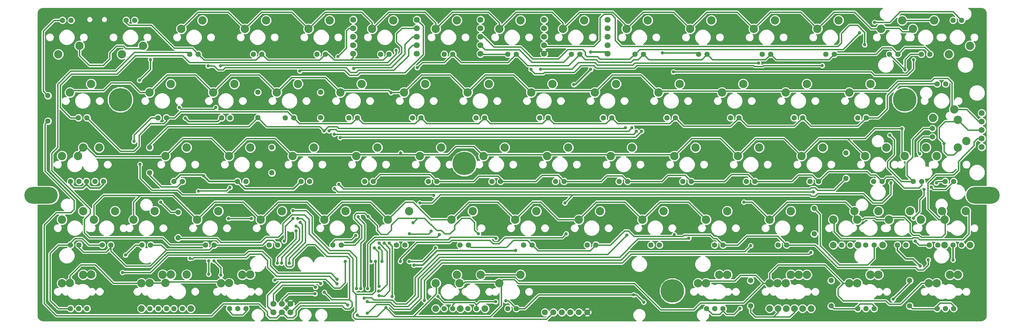
<source format=gtl>
G04 #@! TF.FileFunction,Copper,L1,Top,Signal*
%FSLAX46Y46*%
G04 Gerber Fmt 4.6, Leading zero omitted, Abs format (unit mm)*
G04 Created by KiCad (PCBNEW 4.0.2-stable) date Mon 02 May 2016 10:51:51 AM CEST*
%MOMM*%
G01*
G04 APERTURE LIST*
%ADD10C,0.150000*%
%ADD11C,2.000000*%
%ADD12C,1.600200*%
%ADD13C,1.800000*%
%ADD14C,2.499360*%
%ADD15O,9.999980X5.001260*%
%ADD16C,7.000240*%
%ADD17C,7.001300*%
%ADD18C,1.600000*%
%ADD19C,1.000000*%
%ADD20C,0.406400*%
%ADD21C,0.254000*%
%ADD22C,0.889000*%
%ADD23C,0.508000*%
G04 APERTURE END LIST*
D10*
D11*
X272037500Y-71428750D03*
X279657500Y-71428750D03*
X253463750Y-71428750D03*
X238700000Y-71428750D03*
X246090000Y-71428750D03*
X232032500Y-90478750D03*
X219650000Y-90478750D03*
X134401250Y-90478750D03*
X119637500Y-90478750D03*
X127027500Y-90478750D03*
X46295000Y-90478750D03*
X31531250Y-90478750D03*
D12*
X57883750Y-90478750D03*
X60343750Y-90478750D03*
X34071250Y-90478750D03*
X36531250Y-90478750D03*
X62805000Y-90478750D03*
X38992500Y-90478750D03*
X10258750Y-90478750D03*
X12718750Y-90478750D03*
X15180000Y-90478750D03*
X200758750Y-90478750D03*
X203218750Y-90478750D03*
X205680000Y-90478750D03*
D11*
X224621250Y-90478750D03*
X227061250Y-90478750D03*
X222190000Y-90478750D03*
X229492500Y-90478750D03*
D12*
X248463750Y-90478750D03*
X250923750Y-90478750D03*
X246002500Y-90478750D03*
X272276250Y-90478750D03*
X274736250Y-90478750D03*
X269815000Y-90478750D03*
X20102520Y-52380020D03*
X41215000Y-90478750D03*
X43755000Y-90478750D03*
D13*
X94936000Y-6500000D03*
X94936000Y-9040000D03*
X94936000Y-11580000D03*
X94936000Y-3960000D03*
X113986000Y-14120000D03*
X113986000Y-11580000D03*
X113986000Y-3960000D03*
X94936000Y-14120000D03*
X133036000Y-6500000D03*
X133036000Y-14120000D03*
X133036000Y-11580000D03*
X133036000Y-9040000D03*
X152086000Y-3960000D03*
X152086000Y-9040000D03*
X152086000Y-6500000D03*
X152086000Y-11580000D03*
X133036000Y-3960000D03*
X76140000Y-89050000D03*
X76140000Y-91590000D03*
X283150000Y-42060000D03*
X283150000Y-39520000D03*
X283150000Y-36980000D03*
X283150000Y-34440000D03*
X283150000Y-31900000D03*
X71060000Y-91590000D03*
X71060000Y-89050000D03*
X73600000Y-91590000D03*
X73600000Y-89050000D03*
X162500000Y-91590000D03*
X157420000Y-91590000D03*
X152340000Y-91590000D03*
X159960000Y-91590000D03*
X154880000Y-91590000D03*
X165040000Y-91590000D03*
X113986000Y-6500000D03*
X113986000Y-9040000D03*
X171136000Y-14120000D03*
X171136000Y-3960000D03*
X171136000Y-9040000D03*
X171136000Y-11580000D03*
X171136000Y-6500000D03*
X152086000Y-14120000D03*
D12*
X272196250Y-52378750D03*
X274736250Y-52378750D03*
X268386250Y-36503750D03*
X268386250Y-39043750D03*
X265052500Y-14278750D03*
X267592500Y-14278750D03*
X10258750Y-71428750D03*
X12798750Y-71428750D03*
X10260020Y-52380020D03*
X12800020Y-52380020D03*
X15022520Y-52380020D03*
X17562520Y-52380020D03*
X41215000Y-52378750D03*
X43755000Y-52378750D03*
X60265000Y-52378750D03*
X62805000Y-52378750D03*
X79315000Y-52378750D03*
X81855000Y-52378750D03*
X55502500Y-33328750D03*
X58042500Y-33328750D03*
X274577500Y-71428750D03*
X277117500Y-71428750D03*
X248383750Y-71428750D03*
X250923750Y-71428750D03*
X241240000Y-71428750D03*
X243780000Y-71428750D03*
X257908750Y-71428750D03*
X260448750Y-71428750D03*
X212665000Y-52378750D03*
X215205000Y-52378750D03*
X50740000Y-71428750D03*
X53280000Y-71428750D03*
X31690000Y-71428750D03*
X34230000Y-71428750D03*
X19783750Y-71428750D03*
X22323750Y-71428750D03*
X145990000Y-71428750D03*
X148530000Y-71428750D03*
X126940000Y-71428750D03*
X129480000Y-71428750D03*
X107890000Y-71428750D03*
X110430000Y-71428750D03*
X88840000Y-71428750D03*
X91380000Y-71428750D03*
X231715000Y-52378750D03*
X234255000Y-52378750D03*
X69790000Y-71428750D03*
X72330000Y-71428750D03*
X193615000Y-52378750D03*
X196155000Y-52378750D03*
X174565000Y-52378750D03*
X177105000Y-52378750D03*
X262671250Y-52378750D03*
X265211250Y-52378750D03*
X250765000Y-52378750D03*
X253305000Y-52378750D03*
X165040000Y-71428750D03*
X167580000Y-71428750D03*
X184090000Y-71428750D03*
X186630000Y-71428750D03*
X203140000Y-71428750D03*
X205680000Y-71428750D03*
X222190000Y-71428750D03*
X224730000Y-71428750D03*
X277117500Y-4118750D03*
X274577500Y-4118750D03*
X129321250Y-90478750D03*
X131861250Y-90478750D03*
X236477500Y-14278750D03*
X239017500Y-14278750D03*
X112652500Y-33328750D03*
X115192500Y-33328750D03*
X93602500Y-33328750D03*
X96142500Y-33328750D03*
X217427500Y-14278750D03*
X219967500Y-14278750D03*
X198377500Y-14278750D03*
X200917500Y-14278750D03*
X179327500Y-14278750D03*
X181867500Y-14278750D03*
X160277500Y-14278750D03*
X162817500Y-14278750D03*
X255527500Y-14278750D03*
X258067500Y-14278750D03*
X131702500Y-33328750D03*
X134242500Y-33328750D03*
X65027500Y-14278750D03*
X67567500Y-14278750D03*
X45977500Y-14278750D03*
X48517500Y-14278750D03*
X29467500Y-4118750D03*
X26927500Y-4118750D03*
X141227500Y-14278750D03*
X143767500Y-14278750D03*
X122177500Y-14278750D03*
X124717500Y-14278750D03*
X103127500Y-14278750D03*
X105667500Y-14278750D03*
X84077500Y-14278750D03*
X86617500Y-14278750D03*
X150752500Y-33328750D03*
X153292500Y-33328750D03*
X12640000Y-33328750D03*
X15180000Y-33328750D03*
X36452500Y-33328750D03*
X38992500Y-33328750D03*
X74552500Y-33328750D03*
X77092500Y-33328750D03*
X246002500Y-33328750D03*
X248542500Y-33328750D03*
X272355000Y-23168750D03*
X269815000Y-23168750D03*
X169802500Y-33328750D03*
X172342500Y-33328750D03*
X188852500Y-33328750D03*
X191392500Y-33328750D03*
X207902500Y-33328750D03*
X210442500Y-33328750D03*
X226952500Y-33328750D03*
X229492500Y-33328750D03*
X98365000Y-52378750D03*
X100905000Y-52378750D03*
X117415000Y-52378750D03*
X119955000Y-52378750D03*
X136465000Y-52378750D03*
X139005000Y-52378750D03*
X155515000Y-52378750D03*
X158055000Y-52378750D03*
X141227500Y-90478750D03*
X143767500Y-90478750D03*
X122177500Y-90478750D03*
X124717500Y-90478750D03*
X267433750Y-71428750D03*
X269973750Y-71428750D03*
D14*
X18832520Y-42220020D03*
X12482520Y-44760020D03*
X202187500Y-4120020D03*
X195837500Y-6660020D03*
X97412500Y-23170020D03*
X91062500Y-25710020D03*
X116462500Y-23170020D03*
X110112500Y-25710020D03*
X154562500Y-23170020D03*
X148212500Y-25710020D03*
X173612500Y-23170020D03*
X167262500Y-25710020D03*
X192662500Y-23170020D03*
X186312500Y-25710020D03*
X211712500Y-23170020D03*
X205362500Y-25710020D03*
X230762500Y-23170020D03*
X224412500Y-25710020D03*
X268545000Y-33328750D03*
X274895000Y-30788750D03*
X45025000Y-42220020D03*
X38675000Y-44760020D03*
X64075000Y-42220020D03*
X57725000Y-44760020D03*
X83125000Y-42220020D03*
X76775000Y-44760020D03*
X102175000Y-42220020D03*
X95825000Y-44760020D03*
X121225000Y-42220020D03*
X114875000Y-44760020D03*
X140275000Y-42220020D03*
X133925000Y-44760020D03*
X159325000Y-42220020D03*
X152975000Y-44760020D03*
X49787500Y-4120020D03*
X43437500Y-6660020D03*
X68837500Y-4120020D03*
X62487500Y-6660020D03*
X106937500Y-4120020D03*
X100587500Y-6660020D03*
X125987500Y-4120020D03*
X119637500Y-6660020D03*
X145037500Y-4120020D03*
X138687500Y-6660020D03*
X164087500Y-4120020D03*
X157737500Y-6660020D03*
X221237500Y-4120020D03*
X214887500Y-6660020D03*
X240287500Y-4120020D03*
X233937500Y-6660020D03*
X268862500Y-4120020D03*
X262512500Y-6660020D03*
X16450000Y-23170020D03*
X10100000Y-25710020D03*
X40262500Y-23170020D03*
X33912500Y-25710020D03*
X59312500Y-23170020D03*
X52962500Y-25710020D03*
X78362500Y-23170020D03*
X72012500Y-25710020D03*
X261720020Y-61270020D03*
X255370020Y-63810020D03*
X14068750Y-80318750D03*
X7718750Y-82858750D03*
X61693750Y-80318750D03*
X55343750Y-82858750D03*
X133131250Y-80318750D03*
X126781250Y-82858750D03*
X204568750Y-80318750D03*
X198218750Y-82858750D03*
X228381250Y-80318750D03*
X222031250Y-82858750D03*
X252193750Y-80318750D03*
X245843750Y-82858750D03*
X276006250Y-80318750D03*
X269656250Y-82858750D03*
X178375000Y-42220020D03*
X172025000Y-44760020D03*
X197425000Y-42220020D03*
X191075000Y-44760020D03*
X235525000Y-42220020D03*
X229175000Y-44760020D03*
X266481250Y-42218750D03*
X260131250Y-44758750D03*
X23593750Y-61268750D03*
X17243750Y-63808750D03*
X54550000Y-61270020D03*
X48200000Y-63810020D03*
X73600000Y-61270020D03*
X67250000Y-63810020D03*
X111700000Y-61270020D03*
X105350000Y-63810020D03*
X130750000Y-61270020D03*
X124400000Y-63810020D03*
X149800000Y-61270020D03*
X143450000Y-63810020D03*
X168850000Y-61270020D03*
X162500000Y-63810020D03*
X187900000Y-61270020D03*
X181550000Y-63810020D03*
X206950000Y-61270020D03*
X200600000Y-63810020D03*
X226000000Y-61270020D03*
X219650000Y-63810020D03*
X37881250Y-80318750D03*
X31531250Y-82858750D03*
X92650000Y-61270020D03*
X86300000Y-63810020D03*
X87887500Y-4120020D03*
X81537500Y-6660020D03*
X183137500Y-4120020D03*
X176787500Y-6660020D03*
X249812500Y-23170020D03*
X243462500Y-25710020D03*
X135512500Y-23170020D03*
X129162500Y-25710020D03*
X216475000Y-42220020D03*
X210125000Y-44760020D03*
D12*
X10417500Y-4118750D03*
X7877500Y-4118750D03*
D14*
X276006250Y-42218750D03*
X269656250Y-44758750D03*
X226000000Y-80318750D03*
X219650000Y-82858750D03*
X35500000Y-61270020D03*
X29150000Y-63810020D03*
X278387500Y-61268750D03*
X272037500Y-63808750D03*
X16450000Y-80287000D03*
X10100000Y-82827000D03*
X45025000Y-80287000D03*
X38675000Y-82827000D03*
X40326000Y-80287000D03*
X33976000Y-82827000D03*
X206950000Y-80318750D03*
X200600000Y-82858750D03*
X230762500Y-80318750D03*
X224412500Y-82858750D03*
X64075000Y-80287000D03*
X57725000Y-82827000D03*
X249812500Y-80318750D03*
X243462500Y-82858750D03*
X273625000Y-80318750D03*
X267275000Y-82858750D03*
X145037500Y-80320020D03*
X138687500Y-82860020D03*
X125987500Y-80318750D03*
X119637500Y-82858750D03*
X14070020Y-61270020D03*
X7720020Y-63810020D03*
X271243750Y-61268750D03*
X264893750Y-63808750D03*
X14070020Y-42220020D03*
X7720020Y-44760020D03*
X259337500Y-4118750D03*
X252987500Y-6658750D03*
X273307500Y-14278750D03*
X279657500Y-11738750D03*
X25657500Y-14278750D03*
X32007500Y-11738750D03*
X6607500Y-14278750D03*
X12957500Y-11738750D03*
X278546250Y-40313750D03*
X276006250Y-33963750D03*
X252193750Y-61268750D03*
X245843750Y-63808750D03*
X245050000Y-61268750D03*
X238700000Y-63808750D03*
X254575000Y-42220020D03*
X248225000Y-44760020D03*
D15*
X283541200Y-56501200D03*
X1458900Y-56501200D03*
D16*
X260049900Y-27900800D03*
X190499400Y-85200700D03*
X128200000Y-47000000D03*
D17*
X25199300Y-27900800D03*
D18*
X42485000Y-61618000D03*
X42485000Y-69238000D03*
X70552000Y-42187000D03*
X70552000Y-49807000D03*
X85157000Y-33297000D03*
X85157000Y-25677000D03*
X66361000Y-33297000D03*
X66361000Y-25677000D03*
X242510000Y-51458000D03*
X242510000Y-43838000D03*
X232985000Y-68095000D03*
X232985000Y-60475000D03*
X3496000Y-34313000D03*
X3496000Y-26693000D03*
X238065000Y-82065000D03*
X238065000Y-89685000D03*
X261560000Y-82065000D03*
X261560000Y-89685000D03*
X213935000Y-82065000D03*
X213935000Y-89685000D03*
X33976000Y-42187000D03*
X33976000Y-49807000D03*
D19*
X83460000Y-86030000D03*
X86173000Y-37234000D03*
X78299000Y-63523000D03*
X75759000Y-76858000D03*
X176470000Y-36345000D03*
X86300000Y-85621000D03*
X79061000Y-64666000D03*
X178375000Y-36345000D03*
X87697000Y-37234000D03*
X77791000Y-65809000D03*
X73473000Y-76858000D03*
X83633000Y-84097000D03*
X89221000Y-38250000D03*
X179772000Y-37361000D03*
X90618000Y-53236000D03*
X89348000Y-54506000D03*
X181296000Y-37361000D03*
X90999000Y-39266000D03*
X72203000Y-76858000D03*
X77791000Y-67206000D03*
X85157000Y-82954000D03*
X256607000Y-87653000D03*
X232731000Y-55522000D03*
X107763000Y-13104000D03*
X246574000Y-7897000D03*
X251019000Y-4722000D03*
X210760000Y-90447000D03*
X187519000Y-13866000D03*
X216348000Y-16914000D03*
X151070000Y-18819000D03*
X235398000Y-17676000D03*
X148149000Y-18819000D03*
X255591000Y-38504000D03*
X269561000Y-52855000D03*
X265878000Y-54760000D03*
X262703000Y-63396000D03*
X263211000Y-70254000D03*
X260163000Y-18946000D03*
X248098000Y-11453000D03*
X53788000Y-30249000D03*
X42866000Y-30249000D03*
X55185000Y-17803000D03*
X29277000Y-40409000D03*
X26737000Y-74445000D03*
X51502000Y-17803000D03*
X53280000Y-76223000D03*
X55312000Y-80414000D03*
X76902000Y-63523000D03*
X78934000Y-19327000D03*
X74235000Y-70254000D03*
X95698000Y-68603000D03*
X95063000Y-18565000D03*
X111763500Y-68031500D03*
X118304000Y-67333000D03*
X114113000Y-18311000D03*
X90364000Y-15009000D03*
X268037000Y-54125000D03*
X264608000Y-44092000D03*
X132401000Y-68095000D03*
X112843000Y-64793000D03*
X267148000Y-75842000D03*
X191075000Y-68349000D03*
X99381000Y-62888000D03*
X137608000Y-88415000D03*
X140656000Y-88161000D03*
X51629000Y-80160000D03*
X51629000Y-76223000D03*
X57598000Y-63523000D03*
X64456000Y-63523000D03*
X181931000Y-88542000D03*
X178883000Y-86383000D03*
X120336000Y-86891000D03*
X101603500Y-76350000D03*
X25848000Y-79652000D03*
X90110000Y-81684000D03*
X98238000Y-87399000D03*
X176851000Y-68476000D03*
X262703000Y-15898000D03*
X190821000Y-19581000D03*
X99175260Y-88336260D03*
X195441260Y-69413260D03*
X99127000Y-91844000D03*
X213935000Y-71651000D03*
X116272000Y-88034000D03*
X231969000Y-73683000D03*
X158309000Y-58824000D03*
X255972000Y-52855000D03*
X114875000Y-58824000D03*
X103572000Y-76350000D03*
X102683000Y-72286000D03*
X90110000Y-83081000D03*
X46041000Y-75461000D03*
X34230000Y-15898000D03*
X30928000Y-22121000D03*
X71441000Y-81938000D03*
X92523000Y-76350000D03*
X48581000Y-55268000D03*
X58027260Y-54173260D03*
X76902000Y-61110000D03*
X95952000Y-84478000D03*
X96460000Y-63015000D03*
X97222000Y-84478000D03*
X99254000Y-84478000D03*
X120717000Y-68349000D03*
X137671500Y-69428500D03*
X100270000Y-76350000D03*
X158690000Y-68095000D03*
X109033000Y-76350000D03*
X102683000Y-83843000D03*
X101286000Y-72286000D03*
X102556000Y-85240000D03*
X106239000Y-25804000D03*
X102683000Y-70889000D03*
X102683000Y-86637000D03*
X104207000Y-70889000D03*
X109160000Y-43838000D03*
X271847000Y-41044000D03*
X259274000Y-36599000D03*
X211903000Y-58570000D03*
X105731000Y-70889000D03*
X106620000Y-86891000D03*
X104715000Y-90193000D03*
X96206000Y-92479000D03*
X119574000Y-72286000D03*
X111700000Y-76350000D03*
X31055000Y-47267000D03*
X119066000Y-56538000D03*
X47692000Y-32916000D03*
X66996000Y-69238000D03*
X12132000Y-18184000D03*
X21022000Y-10056000D03*
X53180940Y-46251000D03*
X55312000Y-53744000D03*
X59111840Y-57564160D03*
X61916000Y-60348000D03*
X63112340Y-66136660D03*
X86046000Y-69111000D03*
X37659000Y-17343260D03*
X29785000Y-17343260D03*
X184725000Y-86891000D03*
X184600000Y-90270000D03*
X49343000Y-37107000D03*
X70298000Y-57554000D03*
X112081000Y-85748000D03*
X122749000Y-78128000D03*
X121669500Y-78128000D03*
X113795500Y-90447000D03*
X47565000Y-25169000D03*
X26356000Y-40409000D03*
X112462000Y-81684000D03*
X107763000Y-74826000D03*
X265370000Y-21359000D03*
X271847000Y-4595000D03*
X99254000Y-31392000D03*
X119574000Y-31392000D03*
X137100000Y-31392000D03*
X157039000Y-31392000D03*
X175073000Y-31392000D03*
X195139000Y-31392000D03*
X214570000Y-31392000D03*
X237938000Y-31392000D03*
X88205000Y-29868000D03*
X89602000Y-21486000D03*
X251146000Y-31392000D03*
X262703000Y-35710000D03*
X250511000Y-34313000D03*
X98238000Y-82192000D03*
X98286260Y-74874260D03*
X37278000Y-58570000D03*
X50105000Y-50696000D03*
X44644000Y-33424000D03*
X264735000Y-77747000D03*
X93285000Y-89431000D03*
X274577500Y-75905500D03*
X143577000Y-73048000D03*
X113097000Y-77493000D03*
X166056000Y-13612000D03*
X166056000Y-18819000D03*
X160976000Y-23391000D03*
D20*
X86173000Y-37234000D02*
X86173000Y-37234000D01*
D21*
X73600000Y-88542000D02*
X73600000Y-89050000D01*
D20*
X33976000Y-41425000D02*
X39437000Y-35964000D01*
X63694000Y-35964000D02*
X66361000Y-33297000D01*
X63694000Y-35964000D02*
X39437000Y-35964000D01*
X33976000Y-42187000D02*
X33976000Y-41425000D01*
X75477000Y-86030000D02*
X73600000Y-87907000D01*
X73600000Y-89050000D02*
X73600000Y-87907000D01*
X83460000Y-86030000D02*
X75477000Y-86030000D01*
X75759000Y-75461000D02*
X80585000Y-70635000D01*
X80585000Y-64539000D02*
X79569000Y-63523000D01*
X79569000Y-63523000D02*
X78299000Y-63523000D01*
X80585000Y-70635000D02*
X80585000Y-64539000D01*
X75759000Y-76858000D02*
X75759000Y-75461000D01*
X84903000Y-35964000D02*
X86173000Y-37234000D01*
X84141000Y-35964000D02*
X69028000Y-35964000D01*
X66361000Y-33297000D02*
X69028000Y-35964000D01*
X84141000Y-35964000D02*
X84903000Y-35964000D01*
X87443000Y-35964000D02*
X90110000Y-35964000D01*
X176343000Y-36472000D02*
X176470000Y-36345000D01*
X90618000Y-36472000D02*
X176343000Y-36472000D01*
X90110000Y-35964000D02*
X90618000Y-36472000D01*
X86173000Y-37234000D02*
X87443000Y-35964000D01*
X88459000Y-87780000D02*
X93793000Y-87780000D01*
X86300000Y-85621000D02*
X88459000Y-87780000D01*
X86300000Y-85621000D02*
X86173000Y-85748000D01*
X2607000Y-35202000D02*
X2607000Y-49299000D01*
X2353000Y-88923000D02*
X2353000Y-65428000D01*
X69155000Y-91463000D02*
X66742000Y-89050000D01*
X66742000Y-89050000D02*
X56074000Y-89050000D01*
X6036000Y-92606000D02*
X2353000Y-88923000D01*
X52518000Y-92606000D02*
X6036000Y-92606000D01*
X56074000Y-89050000D02*
X52518000Y-92606000D01*
X73600000Y-91590000D02*
X71949000Y-93241000D01*
X69917000Y-93241000D02*
X69155000Y-92479000D01*
X71949000Y-93241000D02*
X69917000Y-93241000D01*
X69155000Y-92479000D02*
X69155000Y-91463000D01*
X11370000Y-60729000D02*
X11370000Y-58062000D01*
X10354000Y-61745000D02*
X11370000Y-60729000D01*
X6036000Y-61745000D02*
X10354000Y-61745000D01*
X2353000Y-65428000D02*
X6036000Y-61745000D01*
X2607000Y-35202000D02*
X3496000Y-34313000D01*
X11370000Y-58062000D02*
X2607000Y-49299000D01*
X75251000Y-93241000D02*
X76902000Y-93241000D01*
X76902000Y-93241000D02*
X77791000Y-92352000D01*
X77791000Y-92352000D02*
X77791000Y-91082000D01*
X77791000Y-91082000D02*
X79188000Y-89685000D01*
X75251000Y-93241000D02*
X73600000Y-91590000D01*
X93793000Y-90574000D02*
X94555000Y-89812000D01*
X92523000Y-90574000D02*
X93793000Y-90574000D01*
X91634000Y-89685000D02*
X92523000Y-90574000D01*
X94555000Y-89812000D02*
X94555000Y-88542000D01*
X93793000Y-87780000D02*
X94555000Y-88542000D01*
X91634000Y-89685000D02*
X79188000Y-89685000D01*
X89729000Y-36853000D02*
X88078000Y-36853000D01*
X87062000Y-74826000D02*
X93031000Y-74826000D01*
X93031000Y-74826000D02*
X93793000Y-75588000D01*
X93793000Y-75588000D02*
X93793000Y-87780000D01*
X74743000Y-75207000D02*
X74743000Y-77493000D01*
X178375000Y-36345000D02*
X177359000Y-37361000D01*
X79696000Y-65301000D02*
X79061000Y-64666000D01*
X90237000Y-37361000D02*
X89729000Y-36853000D01*
X177359000Y-37361000D02*
X90237000Y-37361000D01*
X79696000Y-70254000D02*
X79696000Y-65301000D01*
X74743000Y-75207000D02*
X79696000Y-70254000D01*
X81220000Y-71270000D02*
X83506000Y-71270000D01*
X76902000Y-75588000D02*
X81220000Y-71270000D01*
X76902000Y-77493000D02*
X76902000Y-75588000D01*
X76394000Y-78001000D02*
X76902000Y-77493000D01*
X75251000Y-78001000D02*
X76394000Y-78001000D01*
X74743000Y-77493000D02*
X75251000Y-78001000D01*
X83506000Y-71270000D02*
X87062000Y-74826000D01*
X88078000Y-36853000D02*
X87697000Y-37234000D01*
X73473000Y-75207000D02*
X78807000Y-69873000D01*
X78045000Y-65809000D02*
X78807000Y-66571000D01*
X78807000Y-69873000D02*
X78807000Y-66571000D01*
X77791000Y-65809000D02*
X78045000Y-65809000D01*
X73473000Y-75207000D02*
X73473000Y-76858000D01*
X71060000Y-89050000D02*
X71060000Y-86129000D01*
X71060000Y-86129000D02*
X73727000Y-83462000D01*
X73727000Y-83462000D02*
X82998000Y-83462000D01*
X82998000Y-83462000D02*
X83633000Y-84097000D01*
X177613000Y-38250000D02*
X178883000Y-38250000D01*
X89221000Y-38250000D02*
X177613000Y-38250000D01*
X178883000Y-38250000D02*
X179772000Y-37361000D01*
X238954000Y-55014000D02*
X242510000Y-51458000D01*
X90618000Y-53236000D02*
X92015000Y-54633000D01*
X233239000Y-54252000D02*
X234001000Y-55014000D01*
X232096000Y-54252000D02*
X233239000Y-54252000D01*
X231715000Y-54633000D02*
X232096000Y-54252000D01*
X92015000Y-54633000D02*
X231715000Y-54633000D01*
X234001000Y-55014000D02*
X238954000Y-55014000D01*
X218888000Y-55522000D02*
X218888000Y-55522000D01*
X89348000Y-54506000D02*
X90364000Y-55522000D01*
X218888000Y-55522000D02*
X90364000Y-55522000D01*
X90999000Y-39266000D02*
X91253000Y-39139000D01*
X91253000Y-39139000D02*
X179518000Y-39139000D01*
X179518000Y-39139000D02*
X181296000Y-37361000D01*
X72203000Y-75207000D02*
X72203000Y-76858000D01*
X72203000Y-75207000D02*
X77791000Y-69619000D01*
X77791000Y-69619000D02*
X77791000Y-67206000D01*
X71060000Y-91590000D02*
X69282000Y-89812000D01*
X69282000Y-86510000D02*
X69282000Y-89812000D01*
X69282000Y-86510000D02*
X73219000Y-82573000D01*
X73219000Y-82573000D02*
X84776000Y-82573000D01*
X84776000Y-82573000D02*
X85157000Y-82954000D01*
X261560000Y-82700000D02*
X261560000Y-82065000D01*
X256607000Y-87653000D02*
X261560000Y-82700000D01*
X218888000Y-55522000D02*
X232731000Y-55522000D01*
X17180250Y-71428750D02*
X19783750Y-71428750D01*
X10258750Y-71428750D02*
X10258750Y-70857250D01*
X10258750Y-70857250D02*
X11624000Y-69492000D01*
X11624000Y-69492000D02*
X13783000Y-69492000D01*
X13783000Y-69492000D02*
X15719750Y-71428750D01*
X15719750Y-71428750D02*
X17180250Y-71428750D01*
X6575750Y-90478750D02*
X4131000Y-88034000D01*
X6575750Y-90478750D02*
X10258750Y-90478750D01*
X10258750Y-71428750D02*
X6639250Y-71428750D01*
X4131000Y-73937000D02*
X6639250Y-71428750D01*
X4131000Y-88034000D02*
X4131000Y-73937000D01*
X29531000Y-14882000D02*
X29658000Y-14755000D01*
X10258750Y-33328750D02*
X7179000Y-30249000D01*
X7179000Y-30249000D02*
X7179000Y-23645000D01*
X7179000Y-23645000D02*
X10608000Y-20216000D01*
X24197000Y-20216000D02*
X29531000Y-14882000D01*
X10258750Y-33328750D02*
X12640000Y-33328750D01*
X29658000Y-14755000D02*
X43882000Y-14755000D01*
X43882000Y-14755000D02*
X45914000Y-16787000D01*
X45914000Y-16787000D02*
X105223000Y-16787000D01*
X107763000Y-14247000D02*
X107763000Y-13104000D01*
X105223000Y-16787000D02*
X107763000Y-14247000D01*
X10608000Y-20216000D02*
X24197000Y-20216000D01*
X158690000Y-13358000D02*
X158690000Y-13358000D01*
X251019000Y-4722000D02*
X255591000Y-4722000D01*
X179327500Y-14278750D02*
X180756250Y-12850000D01*
X180756250Y-12850000D02*
X241621000Y-12850000D01*
X241621000Y-12850000D02*
X246574000Y-7897000D01*
X255591000Y-4722000D02*
X258766000Y-1547000D01*
X271593000Y-1547000D02*
X258766000Y-1547000D01*
X274545750Y-1547000D02*
X277117500Y-4118750D01*
X271593000Y-1547000D02*
X274545750Y-1547000D01*
X134052000Y-9040000D02*
X137100000Y-12088000D01*
X137100000Y-12088000D02*
X145101000Y-12088000D01*
X156404000Y-15644000D02*
X158690000Y-13358000D01*
X148657000Y-15644000D02*
X156404000Y-15644000D01*
X145101000Y-12088000D02*
X148657000Y-15644000D01*
X133036000Y-9040000D02*
X134052000Y-9040000D01*
X177740000Y-15771000D02*
X179232250Y-14278750D01*
X179232250Y-14278750D02*
X179327500Y-14278750D01*
X159198000Y-12850000D02*
X163643000Y-12850000D01*
X158690000Y-13358000D02*
X159198000Y-12850000D01*
X168088000Y-15009000D02*
X168850000Y-15771000D01*
X164913000Y-15009000D02*
X168088000Y-15009000D01*
X164405000Y-14501000D02*
X164913000Y-15009000D01*
X164405000Y-13612000D02*
X164405000Y-14501000D01*
X163643000Y-12850000D02*
X164405000Y-13612000D01*
X168850000Y-15771000D02*
X177740000Y-15771000D01*
X210760000Y-90447000D02*
X208982000Y-92225000D01*
X208982000Y-92225000D02*
X206696000Y-92225000D01*
X206696000Y-92225000D02*
X205680000Y-91209000D01*
X205680000Y-91209000D02*
X205680000Y-90478750D01*
X205680000Y-91209000D02*
X205680000Y-90478750D01*
X204664000Y-92225000D02*
X205680000Y-91209000D01*
X200758750Y-90478750D02*
X202505000Y-92225000D01*
X202505000Y-92225000D02*
X204664000Y-92225000D01*
X197964750Y-13866000D02*
X198377500Y-14278750D01*
X197964750Y-13866000D02*
X187519000Y-13866000D01*
X216348000Y-16914000D02*
X216094000Y-16914000D01*
X216348000Y-16914000D02*
X216221000Y-16787000D01*
X167326000Y-16787000D02*
X168088000Y-17549000D01*
X168088000Y-17549000D02*
X178629000Y-17549000D01*
X178629000Y-17549000D02*
X179264000Y-16914000D01*
X179264000Y-16914000D02*
X216348000Y-16914000D01*
X160468000Y-18692000D02*
X162373000Y-16787000D01*
X151197000Y-18692000D02*
X160468000Y-18692000D01*
X151070000Y-18819000D02*
X151197000Y-18692000D01*
X162373000Y-16787000D02*
X167326000Y-16787000D01*
X166945000Y-17676000D02*
X167707000Y-18438000D01*
X167707000Y-18438000D02*
X179137000Y-18438000D01*
X179137000Y-18438000D02*
X179899000Y-17676000D01*
X179899000Y-17676000D02*
X214824000Y-17676000D01*
X149292000Y-20089000D02*
X148149000Y-18946000D01*
X215078000Y-17930000D02*
X214824000Y-17676000D01*
X163135000Y-17676000D02*
X161103000Y-19708000D01*
X161103000Y-19708000D02*
X152213000Y-19708000D01*
X152213000Y-19708000D02*
X151832000Y-20089000D01*
X151832000Y-20089000D02*
X149292000Y-20089000D01*
X217618000Y-17930000D02*
X217872000Y-17676000D01*
X217872000Y-17676000D02*
X235271000Y-17676000D01*
X235271000Y-17676000D02*
X235398000Y-17676000D01*
X217618000Y-17930000D02*
X215078000Y-17930000D01*
X148149000Y-18946000D02*
X148149000Y-18819000D01*
X163135000Y-17676000D02*
X166945000Y-17676000D01*
X256988000Y-42441000D02*
X256988000Y-39901000D01*
X259051750Y-52378750D02*
X254956000Y-48283000D01*
X254956000Y-48283000D02*
X254956000Y-46378000D01*
X254956000Y-46378000D02*
X256988000Y-44346000D01*
X256988000Y-44346000D02*
X256988000Y-42441000D01*
X262671250Y-52378750D02*
X259051750Y-52378750D01*
X256988000Y-39901000D02*
X255591000Y-38504000D01*
X260163000Y-18946000D02*
X260163000Y-18914250D01*
X255527500Y-14278750D02*
X260163000Y-18914250D01*
X260163000Y-15898000D02*
X261782250Y-14278750D01*
X261782250Y-14278750D02*
X265052500Y-14278750D01*
X260163000Y-18946000D02*
X260163000Y-15898000D01*
X260798000Y-50505500D02*
X260798000Y-46759000D01*
X260798000Y-46759000D02*
X262449000Y-45108000D01*
X262449000Y-45108000D02*
X262449000Y-39774000D01*
X262449000Y-39774000D02*
X265719250Y-36503750D01*
X265719250Y-36503750D02*
X268386250Y-36503750D01*
X262671250Y-52378750D02*
X260798000Y-50505500D01*
X269561000Y-52855000D02*
X270037250Y-52378750D01*
X270037250Y-52378750D02*
X272196250Y-52378750D01*
X262703000Y-63269000D02*
X264608000Y-61364000D01*
X265878000Y-56665000D02*
X265878000Y-54760000D01*
X264608000Y-57935000D02*
X264608000Y-61364000D01*
X267433750Y-71428750D02*
X264385750Y-71428750D01*
X263211000Y-70254000D02*
X264385750Y-71428750D01*
X265878000Y-56665000D02*
X264608000Y-57935000D01*
X262703000Y-63396000D02*
X262703000Y-63269000D01*
X152467000Y-11961000D02*
X167072000Y-11961000D01*
X167072000Y-11961000D02*
X168850000Y-10183000D01*
X168850000Y-10183000D02*
X168850000Y-3452000D01*
X168850000Y-3452000D02*
X169993000Y-2309000D01*
X169993000Y-2309000D02*
X172279000Y-2309000D01*
X172279000Y-2309000D02*
X173422000Y-3452000D01*
X173422000Y-3452000D02*
X173422000Y-10183000D01*
X173422000Y-10183000D02*
X175200000Y-11961000D01*
X175200000Y-11961000D02*
X240097000Y-11961000D01*
X240097000Y-11961000D02*
X241113000Y-10945000D01*
X241113000Y-10945000D02*
X241113000Y-8024000D01*
X241113000Y-8024000D02*
X243526000Y-5611000D01*
X243526000Y-5611000D02*
X245939000Y-5611000D01*
X245939000Y-5611000D02*
X248098000Y-7770000D01*
X248098000Y-7770000D02*
X248098000Y-11453000D01*
X152086000Y-11580000D02*
X152467000Y-11961000D01*
X42866000Y-30249000D02*
X43374000Y-30757000D01*
X53280000Y-30757000D02*
X53788000Y-30249000D01*
X43374000Y-30757000D02*
X53280000Y-30757000D01*
X105731000Y-17549000D02*
X109414000Y-13866000D01*
X107890000Y-8151000D02*
X109541000Y-6500000D01*
X55439000Y-17549000D02*
X55185000Y-17803000D01*
X55439000Y-17549000D02*
X105731000Y-17549000D01*
X107890000Y-10564000D02*
X107890000Y-8151000D01*
X109414000Y-12088000D02*
X107890000Y-10564000D01*
X109414000Y-13866000D02*
X109414000Y-12088000D01*
X113986000Y-6500000D02*
X109541000Y-6500000D01*
X36452500Y-33328750D02*
X34452250Y-33328750D01*
X29277000Y-38504000D02*
X34452250Y-33328750D01*
X29277000Y-40409000D02*
X29277000Y-38504000D01*
X29753250Y-71428750D02*
X31690000Y-71428750D01*
X26737000Y-74445000D02*
X29753250Y-71428750D01*
X50327250Y-71016000D02*
X50740000Y-71428750D01*
X45437750Y-13739000D02*
X45977500Y-14278750D01*
X111509500Y-14691500D02*
X111509500Y-12786500D01*
X111509500Y-12786500D02*
X112716000Y-11580000D01*
X112716000Y-11580000D02*
X113986000Y-11580000D01*
X51502000Y-17803000D02*
X53280000Y-17803000D01*
X53280000Y-17803000D02*
X54423000Y-18946000D01*
X54423000Y-18946000D02*
X55947000Y-18946000D01*
X92777000Y-18311000D02*
X94174000Y-19708000D01*
X94174000Y-19708000D02*
X95825000Y-19708000D01*
X95825000Y-19708000D02*
X96460000Y-19073000D01*
X96460000Y-19073000D02*
X107128000Y-19073000D01*
X56582000Y-18311000D02*
X58233000Y-18311000D01*
X55947000Y-18946000D02*
X56582000Y-18311000D01*
X58233000Y-18311000D02*
X92777000Y-18311000D01*
X107128000Y-19073000D02*
X111509500Y-14691500D01*
X55312000Y-80414000D02*
X55312000Y-78255000D01*
X53280000Y-76223000D02*
X55312000Y-78255000D01*
X57883750Y-91367750D02*
X58868000Y-92352000D01*
X58868000Y-92352000D02*
X61789000Y-92352000D01*
X61789000Y-92352000D02*
X62805000Y-91336000D01*
X62805000Y-91336000D02*
X62805000Y-90478750D01*
X57883750Y-90478750D02*
X57883750Y-91367750D01*
X10354000Y-19327000D02*
X6417000Y-23264000D01*
X16196000Y-61999000D02*
X16196000Y-60729000D01*
X14418000Y-63777000D02*
X16196000Y-61999000D01*
X45406000Y-13739000D02*
X45977500Y-14278750D01*
X40072000Y-71397000D02*
X50771750Y-71397000D01*
X50740000Y-71428750D02*
X50771750Y-71397000D01*
X23816000Y-19327000D02*
X29404000Y-13739000D01*
X14418000Y-67714000D02*
X15942000Y-69238000D01*
X15942000Y-69238000D02*
X37913000Y-69238000D01*
X29404000Y-13739000D02*
X45406000Y-13739000D01*
X14418000Y-67714000D02*
X14418000Y-63777000D01*
X16196000Y-60729000D02*
X4639000Y-49172000D01*
X4639000Y-43965000D02*
X4639000Y-49172000D01*
X6417000Y-42187000D02*
X4639000Y-43965000D01*
X6417000Y-23264000D02*
X6417000Y-42187000D01*
X10354000Y-19327000D02*
X23816000Y-19327000D01*
X37913000Y-69238000D02*
X40072000Y-71397000D01*
X76902000Y-63523000D02*
X76902000Y-63523000D01*
X115891000Y-5865000D02*
X113986000Y-3960000D01*
X115891000Y-14374000D02*
X115891000Y-5992000D01*
X110430000Y-19835000D02*
X115891000Y-14374000D01*
X96968000Y-19835000D02*
X110430000Y-19835000D01*
X96206000Y-20597000D02*
X96968000Y-19835000D01*
X93793000Y-20597000D02*
X96206000Y-20597000D01*
X92269000Y-19073000D02*
X93793000Y-20597000D01*
X79188000Y-19073000D02*
X92269000Y-19073000D01*
X78934000Y-19327000D02*
X79188000Y-19073000D01*
X115891000Y-5992000D02*
X115891000Y-5865000D01*
X74616000Y-69873000D02*
X74616000Y-65809000D01*
X74616000Y-65809000D02*
X76902000Y-63523000D01*
X74235000Y-70254000D02*
X74616000Y-69873000D01*
X94428000Y-69873000D02*
X95698000Y-68603000D01*
X88840000Y-71428750D02*
X88840000Y-70508000D01*
X88840000Y-70508000D02*
X89475000Y-69873000D01*
X89475000Y-69873000D02*
X94428000Y-69873000D01*
X110430000Y-11326000D02*
X112716000Y-9040000D01*
X95317000Y-18311000D02*
X95063000Y-18565000D01*
X95317000Y-18311000D02*
X106366000Y-18311000D01*
X106366000Y-18311000D02*
X110430000Y-14247000D01*
X110430000Y-14247000D02*
X110430000Y-11326000D01*
X113986000Y-9040000D02*
X112716000Y-9040000D01*
X111890500Y-68158500D02*
X111763500Y-68031500D01*
X113605000Y-68158500D02*
X117478500Y-68158500D01*
X118304000Y-67333000D02*
X117478500Y-68158500D01*
X113605000Y-68158500D02*
X111890500Y-68158500D01*
X141068750Y-14120000D02*
X141227500Y-14278750D01*
X133036000Y-14120000D02*
X133194750Y-14278750D01*
X133194750Y-14278750D02*
X141227500Y-14278750D01*
X160277500Y-13675500D02*
X160277500Y-14278750D01*
X134433000Y-12977000D02*
X144720000Y-12977000D01*
X157896250Y-16660000D02*
X160277500Y-14278750D01*
X148403000Y-16660000D02*
X157896250Y-16660000D01*
X144720000Y-12977000D02*
X148403000Y-16660000D01*
X133036000Y-11580000D02*
X134433000Y-12977000D01*
X50263750Y-16025000D02*
X65821250Y-16025000D01*
X65821250Y-16025000D02*
X67567500Y-14278750D01*
X48517500Y-14278750D02*
X50263750Y-16025000D01*
X69313750Y-16025000D02*
X84871250Y-16025000D01*
X84871250Y-16025000D02*
X86617500Y-14278750D01*
X67567500Y-14278750D02*
X69313750Y-16025000D01*
X127225750Y-16787000D02*
X141259250Y-16787000D01*
X141259250Y-16787000D02*
X143767500Y-14278750D01*
X124717500Y-14278750D02*
X127225750Y-16787000D01*
X159420250Y-17676000D02*
X162817500Y-14278750D01*
X147164750Y-17676000D02*
X159420250Y-17676000D01*
X143767500Y-14278750D02*
X147164750Y-17676000D01*
X183486750Y-15898000D02*
X199298250Y-15898000D01*
X199298250Y-15898000D02*
X200917500Y-14278750D01*
X181867500Y-14278750D02*
X183486750Y-15898000D01*
X202536750Y-15898000D02*
X218348250Y-15898000D01*
X218348250Y-15898000D02*
X219967500Y-14278750D01*
X200917500Y-14278750D02*
X202536750Y-15898000D01*
X237398250Y-15898000D02*
X239017500Y-14278750D01*
X221586750Y-15898000D02*
X237398250Y-15898000D01*
X219967500Y-14278750D02*
X221586750Y-15898000D01*
X46707750Y-12469000D02*
X48517500Y-14278750D01*
X41342000Y-12469000D02*
X35373000Y-6500000D01*
X46707750Y-12469000D02*
X41342000Y-12469000D01*
X258067500Y-14278750D02*
X258099250Y-14247000D01*
X103921250Y-16025000D02*
X105667500Y-14278750D01*
X86617500Y-14278750D02*
X87474750Y-14278750D01*
X95317000Y-16025000D02*
X103318000Y-16025000D01*
X94174000Y-16025000D02*
X95317000Y-16025000D01*
X89221000Y-16025000D02*
X94174000Y-16025000D01*
X87474750Y-14278750D02*
X89221000Y-16025000D01*
X103318000Y-16025000D02*
X103921250Y-16025000D01*
X122209250Y-16787000D02*
X124717500Y-14278750D01*
X115637000Y-16787000D02*
X114113000Y-18311000D01*
X122209250Y-16787000D02*
X115637000Y-16787000D01*
X251495250Y-14278750D02*
X253432000Y-12342000D01*
X253432000Y-12342000D02*
X256130750Y-12342000D01*
X256130750Y-12342000D02*
X258067500Y-14278750D01*
X239017500Y-14278750D02*
X249844250Y-14278750D01*
X249844250Y-14278750D02*
X251495250Y-14278750D01*
X34484000Y-5611000D02*
X35373000Y-6500000D01*
X26927500Y-4785500D02*
X27753000Y-5611000D01*
X27753000Y-5611000D02*
X34484000Y-5611000D01*
X26927500Y-4118750D02*
X26927500Y-4785500D01*
X94936000Y-15263000D02*
X94174000Y-16025000D01*
X94936000Y-14120000D02*
X94936000Y-15263000D01*
X260131250Y-12215000D02*
X266132000Y-12215000D01*
X266132000Y-12215000D02*
X267592500Y-13675500D01*
X267592500Y-13675500D02*
X267592500Y-14278750D01*
X258067500Y-14278750D02*
X260131250Y-12215000D01*
X167707000Y-15898000D02*
X168469000Y-16660000D01*
X168469000Y-16660000D02*
X178121000Y-16660000D01*
X178121000Y-16660000D02*
X178883000Y-15898000D01*
X178883000Y-15898000D02*
X180248250Y-15898000D01*
X164436750Y-15898000D02*
X162817500Y-14278750D01*
X181867500Y-14278750D02*
X180248250Y-15898000D01*
X164436750Y-15898000D02*
X167707000Y-15898000D01*
X41437250Y-33328750D02*
X43247000Y-31519000D01*
X43247000Y-31519000D02*
X75282750Y-31519000D01*
X75282750Y-31519000D02*
X77092500Y-33328750D01*
X38992500Y-33328750D02*
X41437250Y-33328750D01*
X78838750Y-35075000D02*
X94396250Y-35075000D01*
X94396250Y-35075000D02*
X96142500Y-33328750D01*
X77092500Y-33328750D02*
X78838750Y-35075000D01*
X97888750Y-35075000D02*
X113446250Y-35075000D01*
X113446250Y-35075000D02*
X115192500Y-33328750D01*
X96142500Y-33328750D02*
X97888750Y-35075000D01*
X116938750Y-35075000D02*
X132496250Y-35075000D01*
X132496250Y-35075000D02*
X134242500Y-33328750D01*
X115192500Y-33328750D02*
X116938750Y-35075000D01*
X135988750Y-35075000D02*
X151546250Y-35075000D01*
X151546250Y-35075000D02*
X153292500Y-33328750D01*
X134242500Y-33328750D02*
X135988750Y-35075000D01*
X155038750Y-35075000D02*
X170596250Y-35075000D01*
X170596250Y-35075000D02*
X172342500Y-33328750D01*
X153292500Y-33328750D02*
X155038750Y-35075000D01*
X174088750Y-35075000D02*
X189646250Y-35075000D01*
X189646250Y-35075000D02*
X191392500Y-33328750D01*
X172342500Y-33328750D02*
X174088750Y-35075000D01*
X193900750Y-35837000D02*
X207934250Y-35837000D01*
X207934250Y-35837000D02*
X210442500Y-33328750D01*
X191392500Y-33328750D02*
X193900750Y-35837000D01*
X212950750Y-35837000D02*
X226984250Y-35837000D01*
X226984250Y-35837000D02*
X229492500Y-33328750D01*
X210442500Y-33328750D02*
X212950750Y-35837000D01*
X232000750Y-35837000D02*
X246034250Y-35837000D01*
X246034250Y-35837000D02*
X248542500Y-33328750D01*
X229492500Y-33328750D02*
X232000750Y-35837000D01*
X38992500Y-33328750D02*
X38992500Y-32979500D01*
X252130250Y-33328750D02*
X254829000Y-30630000D01*
X254829000Y-30630000D02*
X254829000Y-26693000D01*
X254829000Y-26693000D02*
X258385000Y-23137000D01*
X258385000Y-23137000D02*
X269783250Y-23137000D01*
X269783250Y-23137000D02*
X269815000Y-23168750D01*
X248542500Y-33328750D02*
X252130250Y-33328750D01*
X15211750Y-33328750D02*
X25213000Y-43330000D01*
X38992500Y-34249500D02*
X38992500Y-33328750D01*
X29277000Y-43330000D02*
X25213000Y-43330000D01*
X30801000Y-41806000D02*
X29277000Y-43330000D01*
X30801000Y-38504000D02*
X30801000Y-41806000D01*
X34230000Y-35075000D02*
X30801000Y-38504000D01*
X38167000Y-35075000D02*
X34230000Y-35075000D01*
X38992500Y-34249500D02*
X38167000Y-35075000D01*
X15180000Y-33328750D02*
X15211750Y-33328750D01*
X92904000Y-12469000D02*
X92904000Y-7262000D01*
X92904000Y-7262000D02*
X93666000Y-6500000D01*
X93666000Y-6500000D02*
X94936000Y-6500000D01*
X90364000Y-15009000D02*
X92904000Y-12469000D01*
X102968750Y-50315000D02*
X117891250Y-50315000D01*
X117891250Y-50315000D02*
X119955000Y-52378750D01*
X100905000Y-52378750D02*
X102968750Y-50315000D01*
X130972250Y-52378750D02*
X132528000Y-50823000D01*
X132528000Y-50823000D02*
X138243000Y-50823000D01*
X138243000Y-50823000D02*
X139005000Y-51585000D01*
X139005000Y-51585000D02*
X139005000Y-52378750D01*
X119955000Y-52378750D02*
X130972250Y-52378750D01*
X149641250Y-52378750D02*
X151451000Y-50569000D01*
X151451000Y-50569000D02*
X156245250Y-50569000D01*
X156245250Y-50569000D02*
X158055000Y-52378750D01*
X139005000Y-52378750D02*
X149641250Y-52378750D01*
X169199250Y-52378750D02*
X170882000Y-50696000D01*
X170882000Y-50696000D02*
X175422250Y-50696000D01*
X175422250Y-50696000D02*
X177105000Y-52378750D01*
X158055000Y-52378750D02*
X169199250Y-52378750D01*
X187360250Y-52378750D02*
X189170000Y-50569000D01*
X189170000Y-50569000D02*
X194345250Y-50569000D01*
X194345250Y-50569000D02*
X196155000Y-52378750D01*
X177105000Y-52378750D02*
X187360250Y-52378750D01*
X206156250Y-52378750D02*
X208220000Y-50315000D01*
X208220000Y-50315000D02*
X213141250Y-50315000D01*
X213141250Y-50315000D02*
X215205000Y-52378750D01*
X196155000Y-52378750D02*
X206156250Y-52378750D01*
X226349250Y-52378750D02*
X228286000Y-50442000D01*
X228286000Y-50442000D02*
X232318250Y-50442000D01*
X232318250Y-50442000D02*
X234255000Y-52378750D01*
X215205000Y-52378750D02*
X226349250Y-52378750D01*
X253305000Y-52601000D02*
X253305000Y-52378750D01*
X237207750Y-49426000D02*
X248860000Y-49426000D01*
X248860000Y-49426000D02*
X249876000Y-50442000D01*
X249876000Y-50442000D02*
X251368250Y-50442000D01*
X251368250Y-50442000D02*
X253305000Y-52378750D01*
X234255000Y-52378750D02*
X237207750Y-49426000D01*
X254606750Y-51077000D02*
X256607000Y-51077000D01*
X256607000Y-51077000D02*
X259909000Y-54379000D01*
X259909000Y-54379000D02*
X264354000Y-54379000D01*
X264354000Y-54379000D02*
X265211250Y-53521750D01*
X265211250Y-53521750D02*
X265211250Y-52378750D01*
X253305000Y-52378750D02*
X254606750Y-51077000D01*
X268672000Y-54760000D02*
X272355000Y-54760000D01*
X274736250Y-52378750D02*
X272355000Y-54760000D01*
X268037000Y-54125000D02*
X268672000Y-54760000D01*
X268386250Y-39043750D02*
X265592250Y-39043750D01*
X264100000Y-40536000D02*
X265592250Y-39043750D01*
X264100000Y-43584000D02*
X264100000Y-40536000D01*
X264608000Y-44092000D02*
X264100000Y-43584000D01*
X147101250Y-70000000D02*
X148530000Y-71428750D01*
X142942000Y-70000000D02*
X147101250Y-70000000D01*
X140783000Y-72159000D02*
X142942000Y-70000000D01*
X130210250Y-72159000D02*
X140783000Y-72159000D01*
X129480000Y-71428750D02*
X130210250Y-72159000D01*
X150276250Y-73175000D02*
X165833750Y-73175000D01*
X165833750Y-73175000D02*
X167580000Y-71428750D01*
X148530000Y-71428750D02*
X150276250Y-73175000D01*
X171993250Y-71428750D02*
X176216000Y-67206000D01*
X176216000Y-67206000D02*
X177359000Y-67206000D01*
X177359000Y-67206000D02*
X179010000Y-68857000D01*
X179010000Y-68857000D02*
X190440000Y-68857000D01*
X202886000Y-69492000D02*
X203743250Y-69492000D01*
X201870000Y-68476000D02*
X202886000Y-69492000D01*
X193996000Y-68476000D02*
X201870000Y-68476000D01*
X193615000Y-68857000D02*
X193996000Y-68476000D01*
X190440000Y-68857000D02*
X193615000Y-68857000D01*
X203743250Y-69492000D02*
X205680000Y-71428750D01*
X167580000Y-71428750D02*
X171993250Y-71428750D01*
X95412250Y-71428750D02*
X97476000Y-69365000D01*
X97476000Y-69365000D02*
X97476000Y-65682000D01*
X97476000Y-65682000D02*
X95317000Y-63523000D01*
X95317000Y-63523000D02*
X95317000Y-62507000D01*
X95317000Y-62507000D02*
X95952000Y-61872000D01*
X95952000Y-61872000D02*
X98365000Y-61872000D01*
X99381000Y-62888000D02*
X102175000Y-65682000D01*
X98365000Y-61872000D02*
X99381000Y-62888000D01*
X102175000Y-65682000D02*
X102175000Y-67079000D01*
X102175000Y-67079000D02*
X103318000Y-68222000D01*
X103318000Y-68222000D02*
X105096000Y-68222000D01*
X105096000Y-68222000D02*
X106366000Y-66952000D01*
X106366000Y-66952000D02*
X106366000Y-65428000D01*
X106366000Y-65428000D02*
X108398000Y-63396000D01*
X113478000Y-63396000D02*
X114240000Y-63396000D01*
X108398000Y-63396000D02*
X113478000Y-63396000D01*
X131258000Y-66952000D02*
X132401000Y-68095000D01*
X131258000Y-64666000D02*
X131258000Y-66952000D01*
X129988000Y-63396000D02*
X131258000Y-64666000D01*
X127448000Y-63396000D02*
X129988000Y-63396000D01*
X125289000Y-65555000D02*
X127448000Y-63396000D01*
X125289000Y-66698000D02*
X125289000Y-65555000D01*
X123892000Y-68095000D02*
X125289000Y-66698000D01*
X122368000Y-68095000D02*
X123892000Y-68095000D01*
X121352000Y-67079000D02*
X122368000Y-68095000D01*
X119955000Y-67079000D02*
X121352000Y-67079000D01*
X116272000Y-63396000D02*
X119955000Y-67079000D01*
X114240000Y-63396000D02*
X116272000Y-63396000D01*
X91380000Y-71428750D02*
X95412250Y-71428750D01*
X112843000Y-64793000D02*
X114240000Y-63396000D01*
X212792000Y-68730000D02*
X218126000Y-68730000D01*
X210093250Y-71428750D02*
X205680000Y-71428750D01*
X224730000Y-71428750D02*
X222031250Y-68730000D01*
X218126000Y-68730000D02*
X222031250Y-68730000D01*
X210093250Y-71428750D02*
X212792000Y-68730000D01*
X67726250Y-71428750D02*
X69155000Y-70000000D01*
X70901250Y-70000000D02*
X72330000Y-71428750D01*
X70901250Y-70000000D02*
X69155000Y-70000000D01*
X53280000Y-71428750D02*
X67726250Y-71428750D01*
X51787750Y-72921000D02*
X38929000Y-72921000D01*
X53280000Y-71428750D02*
X51787750Y-72921000D01*
X37436750Y-71428750D02*
X38929000Y-72921000D01*
X34230000Y-71428750D02*
X37182750Y-71428750D01*
X37182750Y-71428750D02*
X37436750Y-71428750D01*
X14164000Y-73556000D02*
X12798750Y-72190750D01*
X12798750Y-71428750D02*
X12798750Y-72190750D01*
X22323750Y-72127250D02*
X22323750Y-71428750D01*
X20895000Y-73556000D02*
X22323750Y-72127250D01*
X14164000Y-73556000D02*
X20895000Y-73556000D01*
X224730000Y-71428750D02*
X233270750Y-71428750D01*
X265624000Y-78890000D02*
X267148000Y-77366000D01*
X264100000Y-78890000D02*
X265624000Y-78890000D01*
X263338000Y-78128000D02*
X264100000Y-78890000D01*
X239970000Y-78128000D02*
X263338000Y-78128000D01*
X233270750Y-71428750D02*
X239970000Y-78128000D01*
X267148000Y-77366000D02*
X267148000Y-75842000D01*
X190567000Y-68857000D02*
X190440000Y-68857000D01*
X190567000Y-68857000D02*
X191075000Y-68349000D01*
X26864000Y-77747000D02*
X22323750Y-73206750D01*
X22323750Y-73206750D02*
X22323750Y-71428750D01*
X38929000Y-72921000D02*
X38802000Y-73048000D01*
X38802000Y-73048000D02*
X38548000Y-73302000D01*
X34103000Y-77747000D02*
X36897000Y-74953000D01*
X38548000Y-73302000D02*
X36897000Y-74953000D01*
X34103000Y-77747000D02*
X26864000Y-77747000D01*
X125416000Y-88669000D02*
X131131000Y-88669000D01*
X131131000Y-88669000D02*
X131861250Y-89399250D01*
X131861250Y-89399250D02*
X131861250Y-90478750D01*
X124717500Y-89367500D02*
X125416000Y-88669000D01*
X124717500Y-90478750D02*
X124717500Y-89367500D01*
X131861250Y-89335750D02*
X132782000Y-88415000D01*
X132782000Y-88415000D02*
X137608000Y-88415000D01*
X140656000Y-88161000D02*
X141449750Y-88161000D01*
X141449750Y-88161000D02*
X143767500Y-90478750D01*
X131861250Y-90478750D02*
X131861250Y-89335750D01*
X57598000Y-63523000D02*
X64456000Y-63523000D01*
X51629000Y-76223000D02*
X51629000Y-80160000D01*
X179772000Y-86383000D02*
X181931000Y-88542000D01*
X178883000Y-86383000D02*
X179772000Y-86383000D01*
X146339250Y-90478750D02*
X143767500Y-90478750D01*
X178883000Y-86383000D02*
X150435000Y-86383000D01*
X150435000Y-86383000D02*
X146339250Y-90478750D01*
X122114000Y-88669000D02*
X125416000Y-88669000D01*
X120336000Y-86891000D02*
X122114000Y-88669000D01*
X94936000Y-92098000D02*
X95746260Y-91287740D01*
X95746260Y-91287740D02*
X95746260Y-86177260D01*
X95571000Y-93622000D02*
X94936000Y-92987000D01*
X154880000Y-91590000D02*
X152848000Y-93622000D01*
X95571000Y-93622000D02*
X152848000Y-93622000D01*
X94936000Y-92987000D02*
X94936000Y-92098000D01*
X95746260Y-86177260D02*
X100699260Y-86177260D01*
X101540000Y-85336520D02*
X100699260Y-86177260D01*
X101603500Y-85273020D02*
X101540000Y-85336520D01*
X42675500Y-69428500D02*
X54105500Y-69428500D01*
X67250000Y-70635000D02*
X55312000Y-70635000D01*
X73854000Y-65047000D02*
X73854000Y-67714000D01*
X73854000Y-67714000D02*
X72457000Y-69111000D01*
X72457000Y-69111000D02*
X68774000Y-69111000D01*
X81728000Y-68095000D02*
X81728000Y-63777000D01*
X87570000Y-73937000D02*
X81728000Y-68095000D01*
X87570000Y-73937000D02*
X93412000Y-73937000D01*
X94857260Y-75382260D02*
X93412000Y-73937000D01*
X94857260Y-75382260D02*
X94857260Y-85288260D01*
X80331000Y-62380000D02*
X76521000Y-62380000D01*
X81728000Y-63777000D02*
X80331000Y-62380000D01*
X76521000Y-62380000D02*
X73854000Y-65047000D01*
X68774000Y-69111000D02*
X67250000Y-70635000D01*
X54105500Y-69428500D02*
X55312000Y-70635000D01*
X94872500Y-85303500D02*
X95746260Y-86177260D01*
X94872500Y-85303500D02*
X94857260Y-85288260D01*
X42485000Y-69238000D02*
X42675500Y-69428500D01*
X101603500Y-76350000D02*
X101603500Y-85273020D01*
X88268500Y-79842500D02*
X72393500Y-79842500D01*
X70171000Y-77620000D02*
X72393500Y-79842500D01*
X34230000Y-79652000D02*
X39437000Y-74445000D01*
X34230000Y-79652000D02*
X25848000Y-79652000D01*
X63567000Y-73302000D02*
X67758000Y-73302000D01*
X62424000Y-74445000D02*
X63567000Y-73302000D01*
X39437000Y-74445000D02*
X62424000Y-74445000D01*
X70171000Y-75715000D02*
X67758000Y-73302000D01*
X70171000Y-77620000D02*
X70171000Y-75715000D01*
X90110000Y-81684000D02*
X88268500Y-79842500D01*
X107763000Y-89050000D02*
X110816080Y-89050000D01*
X171087740Y-74239260D02*
X176851000Y-68476000D01*
X98540260Y-87193260D02*
X98667260Y-87193260D01*
X98667260Y-87193260D02*
X100445260Y-87193260D01*
X100445260Y-87193260D02*
X101095500Y-87843500D01*
X98238000Y-87399000D02*
X98540260Y-87193260D01*
X113478000Y-86388080D02*
X113478000Y-81145520D01*
X113478000Y-81145520D02*
X120384260Y-74239260D01*
X176851000Y-68476000D02*
X176851000Y-68476000D01*
X101095500Y-87843500D02*
X106556500Y-87843500D01*
X110816080Y-89050000D02*
X113478000Y-86388080D01*
X106556500Y-87843500D02*
X107763000Y-89050000D01*
X120384260Y-74239260D02*
X171087740Y-74239260D01*
X262703000Y-18692000D02*
X260798000Y-20597000D01*
X251019000Y-20597000D02*
X260798000Y-20597000D01*
X190821000Y-19581000D02*
X247590000Y-19581000D01*
X250003000Y-19581000D02*
X247590000Y-19581000D01*
X250003000Y-19581000D02*
X251019000Y-20597000D01*
X262703000Y-15898000D02*
X262703000Y-18692000D01*
X99302260Y-88463260D02*
X99175260Y-88336260D01*
X105985000Y-88542000D02*
X107255000Y-89812000D01*
X120844000Y-75049520D02*
X174722480Y-75049520D01*
X111372340Y-89812000D02*
X114367000Y-86817340D01*
X114367000Y-86817340D02*
X114367000Y-81526520D01*
X114367000Y-81526520D02*
X120844000Y-75049520D01*
X107255000Y-89812000D02*
X111372340Y-89812000D01*
X99381000Y-88542000D02*
X99175260Y-88336260D01*
X195441260Y-69413260D02*
X195235520Y-69619000D01*
X180153000Y-69619000D02*
X195235520Y-69619000D01*
X180153000Y-69619000D02*
X174722480Y-75049520D01*
X99381000Y-88542000D02*
X105985000Y-88542000D01*
X121146260Y-75890260D02*
X175151740Y-75890260D01*
X105652260Y-89225260D02*
X107128000Y-90701000D01*
X99223520Y-91844000D02*
X101842260Y-89225260D01*
X115256000Y-81780520D02*
X121146260Y-75890260D01*
X107128000Y-90701000D02*
X111885420Y-90701000D01*
X115256000Y-87330420D02*
X115256000Y-81780520D01*
X111885420Y-90701000D02*
X115256000Y-87330420D01*
X99127000Y-91844000D02*
X99223520Y-91844000D01*
X177613000Y-73429000D02*
X212157000Y-73429000D01*
X175151740Y-75890260D02*
X177613000Y-73429000D01*
X212157000Y-73429000D02*
X213935000Y-71651000D01*
X101842260Y-89225260D02*
X105652260Y-89225260D01*
X120494750Y-77811770D02*
X120511260Y-77795260D01*
X120494750Y-77811770D02*
X120511260Y-77795260D01*
X116272000Y-82034520D02*
X120494750Y-77811770D01*
X116272000Y-82034520D02*
X116272000Y-88034000D01*
X120511260Y-77795260D02*
X121527260Y-76779260D01*
X175532740Y-76779260D02*
X178121000Y-74191000D01*
X121527260Y-76779260D02*
X174359260Y-76779260D01*
X174359260Y-76779260D02*
X175532740Y-76779260D01*
X231461000Y-74191000D02*
X231969000Y-73683000D01*
X178121000Y-74191000D02*
X231461000Y-74191000D01*
X158309000Y-58824000D02*
X160722000Y-56411000D01*
X160722000Y-56411000D02*
X231715000Y-56411000D01*
X231715000Y-56411000D02*
X232096000Y-56792000D01*
X232096000Y-56792000D02*
X233239000Y-56792000D01*
X233239000Y-56792000D02*
X234001000Y-56030000D01*
X234001000Y-56030000D02*
X247717000Y-56030000D01*
X247717000Y-56030000D02*
X250511000Y-58824000D01*
X250511000Y-58824000D02*
X253432000Y-58824000D01*
X255972000Y-56284000D02*
X255972000Y-52855000D01*
X253432000Y-58824000D02*
X255972000Y-56284000D01*
X120971000Y-56411000D02*
X118558000Y-58824000D01*
X120971000Y-56411000D02*
X156150000Y-56411000D01*
X114875000Y-58824000D02*
X118558000Y-58824000D01*
X158690000Y-56411000D02*
X160722000Y-56411000D01*
X156150000Y-56411000D02*
X158690000Y-56411000D01*
X102683000Y-72286000D02*
X103572000Y-73175000D01*
X103572000Y-73175000D02*
X103572000Y-76350000D01*
X62932000Y-75207000D02*
X63948000Y-74191000D01*
X63948000Y-74191000D02*
X67377000Y-74191000D01*
X87824000Y-80795000D02*
X90110000Y-83081000D01*
X69282000Y-78128000D02*
X71949000Y-80795000D01*
X69282000Y-76096000D02*
X69282000Y-78128000D01*
X71949000Y-80795000D02*
X87824000Y-80795000D01*
X47311000Y-75207000D02*
X62932000Y-75207000D01*
X46930000Y-75588000D02*
X47311000Y-75207000D01*
X67377000Y-74191000D02*
X69282000Y-76096000D01*
X46168000Y-75588000D02*
X46930000Y-75588000D01*
X46041000Y-75461000D02*
X46168000Y-75588000D01*
X30928000Y-22121000D02*
X34230000Y-18819000D01*
X34230000Y-18819000D02*
X34230000Y-15898000D01*
X71441000Y-81938000D02*
X71695000Y-81684000D01*
X90950740Y-84272260D02*
X89269260Y-84272260D01*
X71695000Y-81684000D02*
X86681000Y-81684000D01*
X86681000Y-81684000D02*
X89269260Y-84272260D01*
X92523000Y-82700000D02*
X90950740Y-84272260D01*
X92523000Y-76350000D02*
X92523000Y-82700000D01*
X48581000Y-55268000D02*
X48659740Y-55189260D01*
X57011260Y-55189260D02*
X49645260Y-55189260D01*
X58027260Y-54173260D02*
X57011260Y-55189260D01*
X48659740Y-55189260D02*
X49645260Y-55189260D01*
X80839000Y-61110000D02*
X82617000Y-62888000D01*
X82617000Y-62888000D02*
X82617000Y-67714000D01*
X93793000Y-73048000D02*
X95952000Y-75207000D01*
X87951000Y-73048000D02*
X93793000Y-73048000D01*
X82617000Y-67714000D02*
X87951000Y-73048000D01*
X76902000Y-61110000D02*
X80839000Y-61110000D01*
X95952000Y-84478000D02*
X95952000Y-75207000D01*
X96460000Y-63269000D02*
X98365000Y-65174000D01*
X97222000Y-84478000D02*
X97222000Y-70889000D01*
X97222000Y-70889000D02*
X98365000Y-69746000D01*
X98365000Y-65174000D02*
X98365000Y-69746000D01*
X96460000Y-63015000D02*
X96460000Y-63269000D01*
X99254000Y-71112520D02*
X101334260Y-69032260D01*
X120033740Y-69032260D02*
X120717000Y-68349000D01*
X101334260Y-69032260D02*
X120033740Y-69032260D01*
X99254000Y-84478000D02*
X99254000Y-71112520D01*
X100270000Y-76350000D02*
X100016000Y-76096000D01*
X137671500Y-69428500D02*
X137354000Y-69111000D01*
X137354000Y-69111000D02*
X124082500Y-69111000D01*
X124082500Y-69111000D02*
X123384000Y-69809500D01*
X100016000Y-71397000D02*
X101603500Y-69809500D01*
X100016000Y-76096000D02*
X100016000Y-71397000D01*
X101603500Y-69809500D02*
X123384000Y-69809500D01*
X123765000Y-70635000D02*
X113986000Y-70635000D01*
X109033000Y-75588000D02*
X113986000Y-70635000D01*
X135830000Y-70000000D02*
X136846000Y-71016000D01*
X124400000Y-70000000D02*
X135830000Y-70000000D01*
X157547000Y-69238000D02*
X158690000Y-68095000D01*
X109033000Y-76350000D02*
X109033000Y-75588000D01*
X140402000Y-69238000D02*
X156754520Y-69238000D01*
X138624000Y-71016000D02*
X140402000Y-69238000D01*
X136846000Y-71016000D02*
X138624000Y-71016000D01*
X156754520Y-69238000D02*
X157547000Y-69238000D01*
X123765000Y-70635000D02*
X124400000Y-70000000D01*
X76551480Y-1674000D02*
X67473520Y-1674000D01*
X32007500Y-11738750D02*
X32007500Y-11769230D01*
X67473520Y-1674000D02*
X62487500Y-6660020D01*
X190851480Y-1674000D02*
X181773520Y-1674000D01*
X195837500Y-6660020D02*
X190851480Y-1674000D01*
X181773520Y-1674000D02*
X176787500Y-6660020D01*
X81537500Y-6660020D02*
X76551480Y-1674000D01*
X57501480Y-1674000D02*
X48423520Y-1674000D01*
X48423520Y-1674000D02*
X43437500Y-6660020D01*
X62487500Y-6660020D02*
X57501480Y-1674000D01*
X31150250Y-12596000D02*
X32007500Y-11738750D01*
X22038000Y-15644000D02*
X20084740Y-17597260D01*
X22038000Y-13866000D02*
X22038000Y-15644000D01*
X24070000Y-11834000D02*
X22038000Y-13866000D01*
X26102000Y-11834000D02*
X24070000Y-11834000D01*
X26864000Y-12596000D02*
X26102000Y-11834000D01*
X20084740Y-17597260D02*
X15863260Y-17597260D01*
X26864000Y-12596000D02*
X31150250Y-12596000D01*
X12957500Y-14691500D02*
X15863260Y-17597260D01*
X12957500Y-11738750D02*
X12957500Y-14691500D01*
X209886240Y-1658760D02*
X214887500Y-6660020D01*
X195837500Y-6660020D02*
X200838760Y-1658760D01*
X200838760Y-1658760D02*
X209886240Y-1658760D01*
X219888760Y-1658760D02*
X228936240Y-1658760D01*
X228936240Y-1658760D02*
X233937500Y-6660020D01*
X214887500Y-6660020D02*
X219888760Y-1658760D01*
X252987500Y-6658750D02*
X253400250Y-6246000D01*
X245034760Y-1658760D02*
X250034750Y-6658750D01*
X250034750Y-6658750D02*
X252987500Y-6658750D01*
X233937500Y-6660020D02*
X238938760Y-1658760D01*
X238938760Y-1658760D02*
X245034760Y-1658760D01*
X253273250Y-6500000D02*
X258385000Y-6500000D01*
X258385000Y-6500000D02*
X259401000Y-7516000D01*
X259401000Y-7516000D02*
X261656520Y-7516000D01*
X261656520Y-7516000D02*
X262512500Y-6660020D01*
X252987500Y-6658750D02*
X253273250Y-6373000D01*
X138687500Y-6660020D02*
X143673520Y-1674000D01*
X157737500Y-4912500D02*
X157737500Y-6660020D01*
X154499000Y-1674000D02*
X157737500Y-4912500D01*
X143673520Y-1674000D02*
X154499000Y-1674000D01*
X119637500Y-6660020D02*
X124623520Y-1674000D01*
X138687500Y-4912500D02*
X138687500Y-6660020D01*
X135449000Y-1674000D02*
X138687500Y-4912500D01*
X124623520Y-1674000D02*
X135449000Y-1674000D01*
X100587500Y-6660020D02*
X105573520Y-1674000D01*
X119637500Y-4912500D02*
X119637500Y-6660020D01*
X116399000Y-1674000D02*
X119637500Y-4912500D01*
X105573520Y-1674000D02*
X116399000Y-1674000D01*
X86523520Y-1674000D02*
X97476000Y-1674000D01*
X97476000Y-1674000D02*
X100587500Y-4785500D01*
X100587500Y-4785500D02*
X100587500Y-6660020D01*
X81537500Y-6660020D02*
X86523520Y-1674000D01*
X102556000Y-83716000D02*
X102683000Y-83843000D01*
X102556000Y-73556000D02*
X101286000Y-72286000D01*
X102556000Y-73556000D02*
X102556000Y-83716000D01*
X172660000Y-1674000D02*
X176787500Y-5801500D01*
X176787500Y-5801500D02*
X176787500Y-6660020D01*
X157737500Y-6660020D02*
X162723520Y-1674000D01*
X162723520Y-1674000D02*
X172660000Y-1674000D01*
X33912500Y-25710020D02*
X39152520Y-20470000D01*
X47722480Y-20470000D02*
X52962500Y-25710020D01*
X142972480Y-20470000D02*
X148212500Y-25710020D01*
X58202520Y-20470000D02*
X66772480Y-20470000D01*
X66772480Y-20470000D02*
X72012500Y-25710020D01*
X76490520Y-21232000D02*
X86584480Y-21232000D01*
X86584480Y-21232000D02*
X91062500Y-25710020D01*
X129162500Y-25710020D02*
X134402520Y-20470000D01*
X39152520Y-20470000D02*
X47722480Y-20470000D01*
X72012500Y-25710020D02*
X76490520Y-21232000D01*
X134402520Y-20470000D02*
X142972480Y-20470000D01*
X110112500Y-25710020D02*
X115352520Y-20470000D01*
X123922480Y-20470000D02*
X129162500Y-25710020D01*
X115352520Y-20470000D02*
X123922480Y-20470000D01*
X52962500Y-25710020D02*
X58202520Y-20470000D01*
X278609750Y-30788750D02*
X282261000Y-34440000D01*
X282261000Y-34440000D02*
X283150000Y-34440000D01*
X274895000Y-30788750D02*
X278609750Y-30788750D01*
X172502520Y-20470000D02*
X181072480Y-20470000D01*
X167262500Y-25710020D02*
X172502520Y-20470000D01*
X181072480Y-20470000D02*
X186312500Y-25710020D01*
X31088020Y-25710020D02*
X33912500Y-25710020D01*
X10100000Y-25710020D02*
X10641020Y-25169000D01*
X22419000Y-22883000D02*
X28261000Y-22883000D01*
X20133000Y-25169000D02*
X22419000Y-22883000D01*
X19752000Y-25169000D02*
X20133000Y-25169000D01*
X10641020Y-25169000D02*
X19752000Y-25169000D01*
X28261000Y-22883000D02*
X31088020Y-25710020D01*
X110112500Y-25710020D02*
X106332980Y-25710020D01*
X106239000Y-25804000D02*
X106332980Y-25710020D01*
X91603520Y-25169000D02*
X105604000Y-25169000D01*
X105604000Y-25169000D02*
X106239000Y-25804000D01*
X91062500Y-25710020D02*
X91603520Y-25169000D01*
X148753520Y-25169000D02*
X166721480Y-25169000D01*
X166721480Y-25169000D02*
X167262500Y-25710020D01*
X148212500Y-25710020D02*
X148753520Y-25169000D01*
X186726520Y-25296000D02*
X204948480Y-25296000D01*
X204948480Y-25296000D02*
X205362500Y-25710020D01*
X186312500Y-25710020D02*
X186726520Y-25296000D01*
X205776520Y-25296000D02*
X223998480Y-25296000D01*
X223998480Y-25296000D02*
X224412500Y-25710020D01*
X205362500Y-25710020D02*
X205776520Y-25296000D01*
X224826520Y-25296000D02*
X243048480Y-25296000D01*
X243048480Y-25296000D02*
X243462500Y-25710020D01*
X224412500Y-25710020D02*
X224826520Y-25296000D01*
X258004000Y-22375000D02*
X268037000Y-22375000D01*
X268037000Y-22375000D02*
X268926000Y-21486000D01*
X272863000Y-21486000D02*
X272863000Y-21486000D01*
X268926000Y-21486000D02*
X272863000Y-21486000D01*
X243462500Y-25710020D02*
X243876520Y-25296000D01*
X243876520Y-25296000D02*
X255083000Y-25296000D01*
X255083000Y-25296000D02*
X258004000Y-22375000D01*
X272990000Y-21486000D02*
X274260000Y-22756000D01*
X274260000Y-30153750D02*
X274895000Y-30788750D01*
X274260000Y-22756000D02*
X274260000Y-30153750D01*
X272863000Y-21486000D02*
X272990000Y-21486000D01*
X103064000Y-85240000D02*
X102556000Y-85240000D01*
X102683000Y-70889000D02*
X105096000Y-73302000D01*
X105096000Y-83208000D02*
X103064000Y-85240000D01*
X105096000Y-73302000D02*
X105096000Y-83208000D01*
X229175000Y-44760020D02*
X234415020Y-39520000D01*
X38400680Y-44335840D02*
X38675000Y-44760020D01*
X14070020Y-42220020D02*
X15086020Y-42220020D01*
X43915020Y-39520000D02*
X52484980Y-39520000D01*
X38675000Y-44760020D02*
X43915020Y-39520000D01*
X234415020Y-39520000D02*
X242984980Y-39520000D01*
X71534980Y-39520000D02*
X76775000Y-44760020D01*
X223934980Y-39520000D02*
X229175000Y-44760020D01*
X196315020Y-39520000D02*
X204884980Y-39520000D01*
X12482520Y-43807520D02*
X14070020Y-42220020D01*
X215365020Y-39520000D02*
X223934980Y-39520000D01*
X191075000Y-44760020D02*
X196315020Y-39520000D01*
X39232711Y-44981000D02*
X38675000Y-44760020D01*
X38675000Y-44760020D02*
X38400680Y-44315520D01*
X62965020Y-39520000D02*
X71534980Y-39520000D01*
X52484980Y-39520000D02*
X57725000Y-44760020D01*
X204884980Y-39520000D02*
X210125000Y-44760020D01*
X57725000Y-44760020D02*
X62965020Y-39520000D01*
X210125000Y-44760020D02*
X215365020Y-39520000D01*
X17847000Y-44981000D02*
X39232711Y-44981000D01*
X15086020Y-42220020D02*
X17847000Y-44981000D01*
X12482520Y-44760020D02*
X12482520Y-43807520D01*
X279022500Y-36980000D02*
X283150000Y-36980000D01*
X276006250Y-33963750D02*
X279022500Y-36980000D01*
X260131250Y-44758750D02*
X260417000Y-45044500D01*
X276006250Y-42218750D02*
X276006250Y-43234750D01*
X272863000Y-44473000D02*
X271847000Y-43457000D01*
X274768000Y-44473000D02*
X272863000Y-44473000D01*
X276006250Y-43234750D02*
X274768000Y-44473000D01*
X271847000Y-43457000D02*
X271847000Y-40790000D01*
X271847000Y-40790000D02*
X271847000Y-40790000D01*
X275530000Y-34440000D02*
X276006250Y-33963750D01*
X272228000Y-34440000D02*
X275530000Y-34440000D01*
X271847000Y-40790000D02*
X270450000Y-39393000D01*
X270450000Y-39393000D02*
X270450000Y-36218000D01*
X270450000Y-36218000D02*
X272228000Y-34440000D01*
X104207000Y-70889000D02*
X105858000Y-72540000D01*
X102683000Y-86637000D02*
X104207000Y-86764000D01*
X104207000Y-86764000D02*
X105858000Y-85113000D01*
X109287000Y-44346000D02*
X114460980Y-44346000D01*
X114460980Y-44346000D02*
X114875000Y-44760020D01*
X96239020Y-44346000D02*
X109287000Y-44346000D01*
X95825000Y-44760020D02*
X96239020Y-44346000D01*
X109160000Y-43838000D02*
X109287000Y-43965000D01*
X109287000Y-43965000D02*
X109287000Y-44346000D01*
X172439020Y-44346000D02*
X190660980Y-44346000D01*
X190660980Y-44346000D02*
X191075000Y-44760020D01*
X172025000Y-44760020D02*
X172439020Y-44346000D01*
X153389020Y-44346000D02*
X171610980Y-44346000D01*
X171610980Y-44346000D02*
X172025000Y-44760020D01*
X152975000Y-44760020D02*
X153389020Y-44346000D01*
X152560980Y-44346000D02*
X152975000Y-44760020D01*
X134339020Y-44346000D02*
X152560980Y-44346000D01*
X133925000Y-44760020D02*
X134339020Y-44346000D01*
X115289020Y-44346000D02*
X123257000Y-44346000D01*
X123257000Y-44346000D02*
X125670000Y-41933000D01*
X125670000Y-41933000D02*
X131097980Y-41933000D01*
X131097980Y-41933000D02*
X133925000Y-44760020D01*
X114875000Y-44760020D02*
X115289020Y-44346000D01*
X77189020Y-44346000D02*
X95410980Y-44346000D01*
X95410980Y-44346000D02*
X95825000Y-44760020D01*
X76775000Y-44760020D02*
X77189020Y-44346000D01*
X242984980Y-39520000D02*
X248225000Y-44760020D01*
X271847000Y-41044000D02*
X271847000Y-40790000D01*
X242984980Y-39520000D02*
X248225000Y-39520000D01*
X251146000Y-36599000D02*
X259274000Y-36599000D01*
X248225000Y-39520000D02*
X251146000Y-36599000D01*
X259274000Y-43901500D02*
X259274000Y-36599000D01*
X260131250Y-44758750D02*
X259274000Y-43901500D01*
X105858000Y-72540000D02*
X105858000Y-85113000D01*
X29150000Y-58570000D02*
X29150000Y-63810020D01*
X40927980Y-56538000D02*
X37278000Y-56538000D01*
X48200000Y-63810020D02*
X40927980Y-56538000D01*
X31182000Y-56538000D02*
X29150000Y-58570000D01*
X37278000Y-56538000D02*
X31182000Y-56538000D01*
X129640020Y-58570000D02*
X124400000Y-63810020D01*
X138209980Y-58570000D02*
X129640020Y-58570000D01*
X143450000Y-63810020D02*
X138209980Y-58570000D01*
X86300000Y-63810020D02*
X81059980Y-58570000D01*
X62009980Y-58570000D02*
X53440020Y-58570000D01*
X167740020Y-58570000D02*
X162500000Y-63810020D01*
X181550000Y-63810020D02*
X176309980Y-58570000D01*
X176309980Y-58570000D02*
X167740020Y-58570000D01*
X200600000Y-63810020D02*
X195359980Y-58570000D01*
X37278000Y-56538000D02*
X37278000Y-56538000D01*
X72490020Y-58570000D02*
X67250000Y-63810020D01*
X67250000Y-63810020D02*
X62009980Y-58570000D01*
X53440020Y-58570000D02*
X48200000Y-63810020D01*
X186790020Y-58570000D02*
X181550000Y-63810020D01*
X91540020Y-58570000D02*
X86300000Y-63810020D01*
X100109980Y-58570000D02*
X91540020Y-58570000D01*
X105350000Y-63810020D02*
X100109980Y-58570000D01*
X81059980Y-58570000D02*
X72490020Y-58570000D01*
X195359980Y-58570000D02*
X186790020Y-58570000D01*
X105350000Y-63810020D02*
X110573510Y-58586510D01*
X110573510Y-58586510D02*
X110590020Y-58570000D01*
X118083020Y-63810020D02*
X124400000Y-63810020D01*
X112843000Y-58570000D02*
X118083020Y-63810020D01*
X110590020Y-58570000D02*
X112843000Y-58570000D01*
X17243750Y-59427250D02*
X20133000Y-56538000D01*
X20133000Y-56538000D02*
X31182000Y-56538000D01*
X17243750Y-63808750D02*
X17243750Y-59427250D01*
X224890020Y-58570000D02*
X228286000Y-58570000D01*
X219650000Y-63810020D02*
X224890020Y-58570000D01*
X242351250Y-58570000D02*
X245050000Y-61268750D01*
X228286000Y-58570000D02*
X242351250Y-58570000D01*
X245050000Y-63015000D02*
X245843750Y-63808750D01*
X245050000Y-61268750D02*
X245050000Y-63015000D01*
X272037500Y-62062500D02*
X271243750Y-61268750D01*
X272037500Y-63808750D02*
X272037500Y-62062500D01*
X272037500Y-63808750D02*
X272037500Y-63332500D01*
X106620000Y-86891000D02*
X106620000Y-86891000D01*
X264354000Y-68476000D02*
X264989000Y-69111000D01*
X271212000Y-69111000D02*
X272228000Y-68095000D01*
X272228000Y-68095000D02*
X272228000Y-63999250D01*
X272228000Y-63999250D02*
X272037500Y-63808750D01*
X259909000Y-63142000D02*
X261687000Y-64920000D01*
X256038040Y-63142000D02*
X259909000Y-63142000D01*
X255370020Y-63810020D02*
X256038040Y-63142000D01*
X261687000Y-67587000D02*
X262576000Y-68476000D01*
X261687000Y-64920000D02*
X261687000Y-67587000D01*
X262576000Y-68476000D02*
X264354000Y-68476000D01*
X264989000Y-69111000D02*
X271212000Y-69111000D01*
X211903000Y-58570000D02*
X214409980Y-58570000D01*
X214409980Y-58570000D02*
X219650000Y-63810020D01*
X151070000Y-58570000D02*
X156310020Y-63810020D01*
X156310020Y-63810020D02*
X162500000Y-63810020D01*
X143450000Y-63810020D02*
X148690020Y-58570000D01*
X148690020Y-58570000D02*
X151070000Y-58570000D01*
X105731000Y-70889000D02*
X106620000Y-71778000D01*
X270227750Y-63808750D02*
X272037500Y-63808750D01*
X274768000Y-50442000D02*
X276165000Y-49045000D01*
X276165000Y-46378000D02*
X276165000Y-49045000D01*
X283150000Y-39520000D02*
X281880000Y-39520000D01*
X280864000Y-40536000D02*
X281880000Y-39520000D01*
X280864000Y-41679000D02*
X280864000Y-40536000D01*
X278070000Y-44473000D02*
X280864000Y-41679000D01*
X278070000Y-44473000D02*
X276165000Y-46378000D01*
X267021000Y-52855000D02*
X269434000Y-50442000D01*
X267021000Y-60602000D02*
X267021000Y-52855000D01*
X270227750Y-63808750D02*
X267021000Y-60602000D01*
X269434000Y-50442000D02*
X274768000Y-50442000D01*
X247685250Y-63808750D02*
X248098000Y-63396000D01*
X248098000Y-63396000D02*
X251146000Y-63396000D01*
X251146000Y-63396000D02*
X251560020Y-63810020D01*
X251560020Y-63810020D02*
X255370020Y-63810020D01*
X245843750Y-63808750D02*
X247685250Y-63808750D01*
X106620000Y-86891000D02*
X106620000Y-71778000D01*
X10068250Y-82858750D02*
X10100000Y-82827000D01*
X7718750Y-82858750D02*
X10068250Y-82858750D01*
X33944250Y-82858750D02*
X33976000Y-82827000D01*
X57693250Y-82858750D02*
X57725000Y-82827000D01*
X55343750Y-82858750D02*
X57693250Y-82858750D01*
X33976000Y-82827000D02*
X38675000Y-82827000D01*
X112970000Y-92860000D02*
X107382000Y-92860000D01*
X113605000Y-92860000D02*
X112970000Y-92860000D01*
X107382000Y-92860000D02*
X104715000Y-90193000D01*
X119637500Y-82858750D02*
X119955000Y-83176250D01*
X128051250Y-82858750D02*
X128464000Y-82446000D01*
X128464000Y-82446000D02*
X138273480Y-82446000D01*
X138273480Y-82446000D02*
X138687500Y-82860020D01*
X126781250Y-82858750D02*
X128051250Y-82858750D01*
X135957000Y-92860000D02*
X115129000Y-92860000D01*
X139259000Y-89558000D02*
X135957000Y-92860000D01*
X139259000Y-83431520D02*
X139259000Y-89558000D01*
X115129000Y-92860000D02*
X113605000Y-92860000D01*
X138687500Y-82860020D02*
X139259000Y-83431520D01*
X198218750Y-82858750D02*
X200600000Y-82858750D01*
X200600000Y-82858750D02*
X201139750Y-82319000D01*
X219110250Y-82319000D02*
X219650000Y-82858750D01*
X219650000Y-82858750D02*
X222031250Y-82858750D01*
X222031250Y-82858750D02*
X224412500Y-82858750D01*
X267275000Y-82858750D02*
X269656250Y-82858750D01*
X209236000Y-82192000D02*
X201266750Y-82192000D01*
X210887000Y-80541000D02*
X209236000Y-82192000D01*
X217776750Y-82858750D02*
X215459000Y-80541000D01*
X201266750Y-82192000D02*
X200600000Y-82858750D01*
X219650000Y-82858750D02*
X217776750Y-82858750D01*
X211839500Y-88796000D02*
X217776750Y-82858750D01*
X198314000Y-89431000D02*
X198949000Y-88796000D01*
X139736520Y-81811000D02*
X143196000Y-81811000D01*
X143196000Y-81811000D02*
X144339000Y-82954000D01*
X144339000Y-82954000D02*
X179137000Y-82954000D01*
X179137000Y-82954000D02*
X187011000Y-90828000D01*
X187011000Y-90828000D02*
X196917000Y-90828000D01*
X196917000Y-90828000D02*
X198314000Y-89431000D01*
X138687500Y-82860020D02*
X139736520Y-81811000D01*
X198949000Y-88796000D02*
X209363000Y-88796000D01*
X209363000Y-88796000D02*
X211839500Y-88796000D01*
X119828000Y-85875000D02*
X119828000Y-86002000D01*
X119828000Y-86002000D02*
X112970000Y-92860000D01*
X119828000Y-83049250D02*
X119828000Y-85875000D01*
X119637500Y-82858750D02*
X119828000Y-83049250D01*
X31563000Y-82827000D02*
X31531250Y-82858750D01*
X33976000Y-82827000D02*
X31563000Y-82827000D01*
X10100000Y-80668000D02*
X10100000Y-82827000D01*
X17656500Y-77366000D02*
X23149250Y-82858750D01*
X13402000Y-77366000D02*
X17656500Y-77366000D01*
X10100000Y-80668000D02*
X13402000Y-77366000D01*
X31531250Y-82858750D02*
X23149250Y-82858750D01*
X39056000Y-82446000D02*
X54931000Y-82446000D01*
X54931000Y-82446000D02*
X55343750Y-82858750D01*
X38675000Y-82827000D02*
X39056000Y-82446000D01*
X222190000Y-77366000D02*
X236191750Y-77366000D01*
X219650000Y-79906000D02*
X222190000Y-77366000D01*
X219650000Y-79906000D02*
X219650000Y-82858750D01*
X241684500Y-82858750D02*
X236191750Y-77366000D01*
X243462500Y-82858750D02*
X241684500Y-82858750D01*
X243462500Y-82858750D02*
X245843750Y-82858750D01*
X265211250Y-82858750D02*
X258893000Y-89177000D01*
X258893000Y-89177000D02*
X255464000Y-89177000D01*
X255464000Y-89177000D02*
X254448000Y-88161000D01*
X241716250Y-82858750D02*
X243462500Y-82858750D01*
X241748000Y-88161000D02*
X254448000Y-88161000D01*
X240097000Y-86510000D02*
X241748000Y-88161000D01*
X240097000Y-84478000D02*
X240097000Y-86510000D01*
X241716250Y-82858750D02*
X240097000Y-84478000D01*
X267275000Y-82858750D02*
X265211250Y-82858750D01*
X215459000Y-80541000D02*
X210887000Y-80541000D01*
X96206000Y-92479000D02*
X96587000Y-92860000D01*
X102048000Y-92860000D02*
X104715000Y-90193000D01*
X96587000Y-92860000D02*
X102048000Y-92860000D01*
X119574000Y-72413000D02*
X119574000Y-72286000D01*
X111700000Y-76350000D02*
X115637000Y-76350000D01*
X115637000Y-76350000D02*
X119574000Y-72413000D01*
X34611000Y-55014000D02*
X31055000Y-51458000D01*
X31055000Y-51458000D02*
X31055000Y-47267000D01*
X43755000Y-56411000D02*
X118939000Y-56411000D01*
X42358000Y-55014000D02*
X43755000Y-56411000D01*
X118939000Y-56411000D02*
X119066000Y-56538000D01*
X42358000Y-55014000D02*
X34611000Y-55014000D01*
D22*
X66996000Y-69238000D02*
X67123000Y-69238000D01*
D23*
X10100000Y-16406000D02*
X10100000Y-16422000D01*
X11862000Y-18184000D02*
X12132000Y-18184000D01*
X11878000Y-18184000D02*
X12132000Y-18184000D01*
X10100000Y-16406000D02*
X11878000Y-18184000D01*
X20260000Y-9294000D02*
X21022000Y-10056000D01*
X10100000Y-13358000D02*
X10100000Y-16406000D01*
X9084000Y-12342000D02*
X10100000Y-13358000D01*
X7560000Y-12342000D02*
X9084000Y-12342000D01*
X6036000Y-10818000D02*
X7560000Y-12342000D01*
X6036000Y-7516000D02*
X6036000Y-10818000D01*
X7306000Y-6246000D02*
X6036000Y-7516000D01*
X17212000Y-6246000D02*
X7306000Y-6246000D01*
X17212000Y-6246000D02*
X20260000Y-9294000D01*
X53180940Y-46251000D02*
X53153000Y-46251000D01*
X59111840Y-57564160D02*
X59122000Y-57554000D01*
X63112340Y-66136660D02*
X63059000Y-66190000D01*
X37659000Y-17343260D02*
X37659000Y-17295000D01*
X29785000Y-17343260D02*
X29785000Y-17295000D01*
X184396000Y-90066000D02*
X184600000Y-90270000D01*
X166564000Y-90066000D02*
X165040000Y-91590000D01*
X184725000Y-86891000D02*
X175962000Y-78128000D01*
X166564000Y-90066000D02*
X183963000Y-90066000D01*
X183963000Y-90066000D02*
X184396000Y-90066000D01*
X70287840Y-57564160D02*
X70298000Y-57554000D01*
X59111840Y-57564160D02*
X70287840Y-57564160D01*
X122749000Y-78128000D02*
X175962000Y-78128000D01*
X26356000Y-39139000D02*
X34103000Y-31392000D01*
X39183000Y-31392000D02*
X34103000Y-31392000D01*
X42739000Y-25169000D02*
X47565000Y-25169000D01*
X40834000Y-27074000D02*
X42739000Y-25169000D01*
X40834000Y-29741000D02*
X40834000Y-27074000D01*
X39183000Y-31392000D02*
X40834000Y-29741000D01*
X26356000Y-40409000D02*
X26356000Y-39139000D01*
X89729000Y-31392000D02*
X99254000Y-31392000D01*
X269180000Y-17549000D02*
X269180000Y-7262000D01*
X269180000Y-7262000D02*
X271847000Y-4595000D01*
X37659000Y-17343260D02*
X40023740Y-19708000D01*
X99254000Y-31392000D02*
X119574000Y-31392000D01*
X119574000Y-31392000D02*
X137100000Y-31392000D01*
X137100000Y-31392000D02*
X157039000Y-31392000D01*
X157039000Y-31392000D02*
X175073000Y-31392000D01*
X175073000Y-31392000D02*
X195139000Y-31392000D01*
X195139000Y-31392000D02*
X214570000Y-31392000D01*
X214570000Y-31392000D02*
X237938000Y-31392000D01*
X251146000Y-31392000D02*
X237938000Y-31392000D01*
X88586000Y-20470000D02*
X89602000Y-21486000D01*
X77537000Y-20470000D02*
X88586000Y-20470000D01*
X76775000Y-19708000D02*
X77537000Y-20470000D01*
X70933000Y-19708000D02*
X76775000Y-19708000D01*
X40023740Y-19708000D02*
X70933000Y-19708000D01*
X261306000Y-34313000D02*
X262703000Y-35710000D01*
X250511000Y-34313000D02*
X261306000Y-34313000D01*
X88205000Y-29868000D02*
X89729000Y-31392000D01*
X265370000Y-21359000D02*
X269180000Y-17549000D01*
X98238000Y-82192000D02*
X98238000Y-82161520D01*
X98286260Y-82113260D02*
X98286260Y-74874260D01*
X98238000Y-82161520D02*
X98286260Y-82113260D01*
D20*
X33976000Y-50569000D02*
X37405000Y-53998000D01*
X42135750Y-53998000D02*
X43755000Y-52378750D01*
X42135750Y-53998000D02*
X37405000Y-53998000D01*
X33976000Y-49807000D02*
X33976000Y-50569000D01*
X269656250Y-90320000D02*
X269815000Y-90478750D01*
X269815000Y-89685000D02*
X270704000Y-88796000D01*
X270704000Y-88796000D02*
X273879000Y-88796000D01*
X273879000Y-88796000D02*
X274736250Y-89653250D01*
X274736250Y-89653250D02*
X274736250Y-90478750D01*
X269815000Y-90478750D02*
X269815000Y-89685000D01*
X262353750Y-90478750D02*
X269815000Y-90478750D01*
X261560000Y-89685000D02*
X262353750Y-90478750D01*
X2099000Y-25296000D02*
X3496000Y-26693000D01*
X7877500Y-4118750D02*
X5369250Y-4118750D01*
X2099000Y-7389000D02*
X5369250Y-4118750D01*
X2099000Y-7389000D02*
X2099000Y-25296000D01*
X213935000Y-91590000D02*
X215332000Y-92987000D01*
X215332000Y-92987000D02*
X220793000Y-92987000D01*
X220793000Y-92987000D02*
X222190000Y-91590000D01*
X222190000Y-91590000D02*
X222190000Y-90478750D01*
X213935000Y-89685000D02*
X213935000Y-91590000D01*
X225619000Y-92987000D02*
X227031250Y-91574750D01*
X227031250Y-91574750D02*
X227031250Y-90478750D01*
X220793000Y-92987000D02*
X225619000Y-92987000D01*
X234763000Y-62253000D02*
X234763000Y-71651000D01*
X234763000Y-71651000D02*
X240478000Y-77366000D01*
X250923750Y-75429250D02*
X250923750Y-71428750D01*
X248987000Y-77366000D02*
X250923750Y-75429250D01*
X240478000Y-77366000D02*
X248987000Y-77366000D01*
X232985000Y-60475000D02*
X234763000Y-62253000D01*
X245843750Y-90320000D02*
X246002500Y-90478750D01*
X246002500Y-90478750D02*
X246002500Y-89748500D01*
X246002500Y-89748500D02*
X246701000Y-89050000D01*
X246701000Y-89050000D02*
X250257000Y-89050000D01*
X250257000Y-89050000D02*
X250923750Y-89716750D01*
X250923750Y-89716750D02*
X250923750Y-90478750D01*
X238858750Y-90478750D02*
X246002500Y-90478750D01*
X238065000Y-89685000D02*
X238858750Y-90478750D01*
X145036230Y-80318750D02*
X145037500Y-80320020D01*
X133131250Y-80318750D02*
X145036230Y-80318750D01*
X263973000Y-69238000D02*
X262576000Y-69238000D01*
X263973000Y-69238000D02*
X264608000Y-69873000D01*
X264608000Y-69873000D02*
X277562000Y-69873000D01*
X277562000Y-69873000D02*
X278324000Y-69111000D01*
X279340000Y-68095000D02*
X278324000Y-69111000D01*
X279340000Y-68095000D02*
X279340000Y-61840250D01*
X238700000Y-63808750D02*
X238954000Y-64062750D01*
X238954000Y-64062750D02*
X238954000Y-67460000D01*
X262322000Y-69492000D02*
X240986000Y-69492000D01*
X262576000Y-69238000D02*
X262322000Y-69492000D01*
X238954000Y-67460000D02*
X240986000Y-69492000D01*
X40326000Y-61618000D02*
X42485000Y-61618000D01*
X37278000Y-58570000D02*
X40326000Y-61618000D01*
X259338770Y-4120020D02*
X268862500Y-4120020D01*
X259337500Y-4118750D02*
X259338770Y-4120020D01*
D23*
X43151750Y-50442000D02*
X49851000Y-50442000D01*
X49851000Y-50442000D02*
X50105000Y-50696000D01*
X41215000Y-52378750D02*
X43151750Y-50442000D01*
X51787750Y-52378750D02*
X60265000Y-52378750D01*
X50105000Y-50696000D02*
X51787750Y-52378750D01*
X77060750Y-54633000D02*
X79315000Y-52378750D01*
X60265000Y-52378750D02*
X62519250Y-54633000D01*
X45660000Y-34440000D02*
X54391250Y-34440000D01*
X54391250Y-34440000D02*
X55502500Y-33328750D01*
X44644000Y-33424000D02*
X45660000Y-34440000D01*
X10260020Y-53269020D02*
X11370000Y-54379000D01*
X11370000Y-54379000D02*
X13910000Y-54379000D01*
X13910000Y-54379000D02*
X15022520Y-53266480D01*
X15022520Y-53236000D02*
X15022520Y-52380020D01*
X15022520Y-53266480D02*
X15022520Y-53236000D01*
X10260020Y-52380020D02*
X10260020Y-53269020D01*
X16165520Y-54379000D02*
X18990000Y-54379000D01*
X18990000Y-54379000D02*
X20102520Y-53266480D01*
X20102520Y-53266480D02*
X20102520Y-52380020D01*
X15022520Y-53236000D02*
X16165520Y-54379000D01*
X264735000Y-77747000D02*
X264735000Y-77747000D01*
X264735000Y-77747000D02*
X262576000Y-75588000D01*
X260417000Y-75588000D02*
X262576000Y-75588000D01*
X257908750Y-73079750D02*
X260417000Y-75588000D01*
X257908750Y-73079750D02*
X257908750Y-71428750D01*
D20*
X78934000Y-88796000D02*
X76140000Y-91590000D01*
X92650000Y-88796000D02*
X78934000Y-88796000D01*
X93285000Y-89431000D02*
X92650000Y-88796000D01*
D23*
X274577500Y-75905500D02*
X274577500Y-71428750D01*
X62519250Y-54633000D02*
X77060750Y-54633000D01*
X115764000Y-77493000D02*
X120082000Y-73175000D01*
X143577000Y-73048000D02*
X143450000Y-73175000D01*
X143450000Y-73175000D02*
X120082000Y-73175000D01*
X113097000Y-77493000D02*
X115764000Y-77493000D01*
X170628000Y-13612000D02*
X171136000Y-14120000D01*
X160976000Y-23391000D02*
X161484000Y-23391000D01*
X161484000Y-23391000D02*
X166056000Y-18819000D01*
X166056000Y-13612000D02*
X170628000Y-13612000D01*
D21*
G36*
X273422821Y-55069251D02*
X273421979Y-56034016D01*
X273790401Y-56925664D01*
X274471997Y-57608451D01*
X275363001Y-57978429D01*
X276327766Y-57979271D01*
X277219414Y-57610849D01*
X277902201Y-56929253D01*
X278025711Y-56631807D01*
X278223194Y-57624617D01*
X278859558Y-58577004D01*
X279811945Y-59213368D01*
X280935362Y-59436830D01*
X284515450Y-59436830D01*
X284515450Y-92552274D01*
X284391322Y-93176306D01*
X284064873Y-93664873D01*
X283576304Y-93991323D01*
X282952274Y-94115450D01*
X200589463Y-94115450D01*
X200755735Y-94046748D01*
X201307291Y-93496153D01*
X201606159Y-92776399D01*
X201606636Y-92229188D01*
X202053722Y-92676273D01*
X202053724Y-92676276D01*
X202260771Y-92814620D01*
X202505000Y-92863200D01*
X204663995Y-92863200D01*
X204664000Y-92863201D01*
X204867708Y-92822680D01*
X204908229Y-92814620D01*
X205115276Y-92676276D01*
X205680000Y-92111552D01*
X206244724Y-92676276D01*
X206451771Y-92814620D01*
X206492292Y-92822680D01*
X206696000Y-92863201D01*
X206696005Y-92863200D01*
X208981995Y-92863200D01*
X208982000Y-92863201D01*
X209185708Y-92822680D01*
X209226229Y-92814620D01*
X209433276Y-92676276D01*
X209433277Y-92676275D01*
X210727579Y-91381972D01*
X210945167Y-91382162D01*
X211288943Y-91240117D01*
X211552192Y-90977327D01*
X211694838Y-90633799D01*
X211695162Y-90261833D01*
X211557878Y-89929579D01*
X212699786Y-89929579D01*
X212887408Y-90383657D01*
X213234515Y-90731371D01*
X213296800Y-90757234D01*
X213296800Y-91589995D01*
X213296799Y-91590000D01*
X213337320Y-91793708D01*
X213345380Y-91834229D01*
X213454180Y-91997060D01*
X213483724Y-92041276D01*
X214880722Y-93438273D01*
X214880724Y-93438276D01*
X215087771Y-93576620D01*
X215332000Y-93625200D01*
X220792995Y-93625200D01*
X220793000Y-93625201D01*
X220793005Y-93625200D01*
X225618995Y-93625200D01*
X225619000Y-93625201D01*
X225822708Y-93584680D01*
X225863229Y-93576620D01*
X226070276Y-93438276D01*
X226070277Y-93438275D01*
X227482523Y-92026028D01*
X227482526Y-92026026D01*
X227620870Y-91818979D01*
X227624942Y-91798509D01*
X227873050Y-91695993D01*
X228277074Y-91292673D01*
X228277163Y-91292459D01*
X228678577Y-91694574D01*
X229205809Y-91913500D01*
X229776687Y-91913998D01*
X230304300Y-91695993D01*
X230708324Y-91292673D01*
X230762362Y-91162535D01*
X230815257Y-91290550D01*
X231218577Y-91694574D01*
X231745809Y-91913500D01*
X232316687Y-91913998D01*
X232844300Y-91695993D01*
X233248324Y-91292673D01*
X233467250Y-90765441D01*
X233467748Y-90194563D01*
X233249743Y-89666950D01*
X232846423Y-89262926D01*
X232319191Y-89044000D01*
X231748313Y-89043502D01*
X231220700Y-89261507D01*
X230816676Y-89664827D01*
X230762638Y-89794965D01*
X230709743Y-89666950D01*
X230306423Y-89262926D01*
X229779191Y-89044000D01*
X229208313Y-89043502D01*
X228680700Y-89261507D01*
X228276676Y-89664827D01*
X228276587Y-89665041D01*
X227875173Y-89262926D01*
X227347941Y-89044000D01*
X226777063Y-89043502D01*
X226249450Y-89261507D01*
X225845426Y-89664827D01*
X225841511Y-89674255D01*
X225838493Y-89666950D01*
X225435173Y-89262926D01*
X224907941Y-89044000D01*
X224337063Y-89043502D01*
X223809450Y-89261507D01*
X223405426Y-89664827D01*
X223405337Y-89665041D01*
X223003923Y-89262926D01*
X222476691Y-89044000D01*
X221905813Y-89043502D01*
X221378200Y-89261507D01*
X220974176Y-89664827D01*
X220920138Y-89794965D01*
X220867243Y-89666950D01*
X220463923Y-89262926D01*
X219936691Y-89044000D01*
X219365813Y-89043502D01*
X218838200Y-89261507D01*
X218434176Y-89664827D01*
X218215250Y-90192059D01*
X218214752Y-90762937D01*
X218432757Y-91290550D01*
X218836077Y-91694574D01*
X219363309Y-91913500D01*
X219934187Y-91913998D01*
X220461800Y-91695993D01*
X220865824Y-91292673D01*
X220919862Y-91162535D01*
X220972757Y-91290550D01*
X221279560Y-91597889D01*
X220528648Y-92348800D01*
X215596351Y-92348800D01*
X214573200Y-91325648D01*
X214573200Y-90757572D01*
X214633657Y-90732592D01*
X214981371Y-90385485D01*
X215169785Y-89931734D01*
X215170214Y-89440421D01*
X214982592Y-88986343D01*
X214635485Y-88638629D01*
X214181734Y-88450215D01*
X213690421Y-88449786D01*
X213236343Y-88637408D01*
X212888629Y-88984515D01*
X212700215Y-89438266D01*
X212699786Y-89929579D01*
X211557878Y-89929579D01*
X211553117Y-89918057D01*
X211290327Y-89654808D01*
X210946799Y-89512162D01*
X210574833Y-89511838D01*
X210231057Y-89653883D01*
X209967808Y-89916673D01*
X209825162Y-90260201D01*
X209824971Y-90479478D01*
X208717648Y-91586800D01*
X206960352Y-91586800D01*
X206639574Y-91266022D01*
X206726456Y-91179291D01*
X206914885Y-90725504D01*
X206915314Y-90234151D01*
X206727677Y-89780036D01*
X206382444Y-89434200D01*
X211839495Y-89434200D01*
X211839500Y-89434201D01*
X212043208Y-89393680D01*
X212083729Y-89385620D01*
X212290776Y-89247276D01*
X212290777Y-89247275D01*
X218041101Y-83496950D01*
X218090872Y-83496950D01*
X218220965Y-83811798D01*
X218522884Y-84114245D01*
X218125592Y-84113898D01*
X217653266Y-84309059D01*
X217291579Y-84670116D01*
X217095594Y-85142100D01*
X217095148Y-85653158D01*
X217290309Y-86125484D01*
X217651366Y-86487171D01*
X218123350Y-86683156D01*
X218634408Y-86683602D01*
X219106734Y-86488441D01*
X219468421Y-86127384D01*
X219570634Y-85881227D01*
X219671559Y-86125484D01*
X220032616Y-86487171D01*
X220504600Y-86683156D01*
X221015658Y-86683602D01*
X221315712Y-86559622D01*
X221402910Y-86770658D01*
X222084503Y-87453442D01*
X222975504Y-87823418D01*
X223940264Y-87824260D01*
X224651273Y-87530477D01*
X225356754Y-87823418D01*
X226321514Y-87824260D01*
X227032523Y-87530477D01*
X227738004Y-87823418D01*
X228702764Y-87824260D01*
X229594408Y-87455840D01*
X230277192Y-86774247D01*
X230366428Y-86559344D01*
X230664600Y-86683156D01*
X231175658Y-86683602D01*
X231647984Y-86488441D01*
X232009671Y-86127384D01*
X232111884Y-85881227D01*
X232212809Y-86125484D01*
X232573866Y-86487171D01*
X233045850Y-86683156D01*
X233556908Y-86683602D01*
X234029234Y-86488441D01*
X234390921Y-86127384D01*
X234586906Y-85655400D01*
X234587352Y-85144342D01*
X234392191Y-84672016D01*
X234031134Y-84310329D01*
X233559150Y-84114344D01*
X233048092Y-84113898D01*
X232575766Y-84309059D01*
X232214079Y-84670116D01*
X232111866Y-84916273D01*
X232010941Y-84672016D01*
X231649884Y-84310329D01*
X231177900Y-84114344D01*
X230666842Y-84113898D01*
X230366788Y-84237878D01*
X230279590Y-84026842D01*
X229597997Y-83344058D01*
X228706996Y-82974082D01*
X227742236Y-82973240D01*
X227031227Y-83267023D01*
X226325746Y-82974082D01*
X226097080Y-82973882D01*
X226097472Y-82525117D01*
X226008414Y-82309579D01*
X236829786Y-82309579D01*
X237017408Y-82763657D01*
X237364515Y-83111371D01*
X237818266Y-83299785D01*
X238309579Y-83300214D01*
X238763657Y-83112592D01*
X239111371Y-82765485D01*
X239299785Y-82311734D01*
X239300214Y-81820421D01*
X239112592Y-81366343D01*
X238765485Y-81018629D01*
X238311734Y-80830215D01*
X237820421Y-80829786D01*
X237366343Y-81017408D01*
X237018629Y-81364515D01*
X236830215Y-81818266D01*
X236829786Y-82309579D01*
X226008414Y-82309579D01*
X225881873Y-82003328D01*
X226333633Y-82003722D01*
X226953048Y-81747785D01*
X227190624Y-81510624D01*
X227425709Y-81746120D01*
X228044676Y-82003137D01*
X228714883Y-82003722D01*
X229334298Y-81747785D01*
X229571874Y-81510624D01*
X229806959Y-81746120D01*
X230425926Y-82003137D01*
X231096133Y-82003722D01*
X231715548Y-81747785D01*
X232189870Y-81274291D01*
X232446887Y-80655324D01*
X232447472Y-79985117D01*
X232191535Y-79365702D01*
X231718041Y-78891380D01*
X231099074Y-78634363D01*
X230428867Y-78633778D01*
X229809452Y-78889715D01*
X229571876Y-79126876D01*
X229336791Y-78891380D01*
X228717824Y-78634363D01*
X228047617Y-78633778D01*
X227428202Y-78889715D01*
X227190626Y-79126876D01*
X226955541Y-78891380D01*
X226336574Y-78634363D01*
X225666367Y-78633778D01*
X225046952Y-78889715D01*
X224572630Y-79363209D01*
X224315613Y-79982176D01*
X224315028Y-80652383D01*
X224530627Y-81174172D01*
X224078867Y-81173778D01*
X223459452Y-81429715D01*
X223221876Y-81666876D01*
X222986791Y-81431380D01*
X222367824Y-81174363D01*
X221697617Y-81173778D01*
X221078202Y-81429715D01*
X220840626Y-81666876D01*
X220605541Y-81431380D01*
X220288200Y-81299609D01*
X220288200Y-80170352D01*
X222454351Y-78004200D01*
X235927398Y-78004200D01*
X240797824Y-82874625D01*
X239645724Y-84026724D01*
X239507380Y-84233771D01*
X239499724Y-84272260D01*
X239458799Y-84478000D01*
X239458800Y-84478005D01*
X239458800Y-86509995D01*
X239458799Y-86510000D01*
X239490268Y-86668200D01*
X239507380Y-86754229D01*
X239598767Y-86891000D01*
X239645724Y-86961276D01*
X241296722Y-88612273D01*
X241296724Y-88612276D01*
X241381618Y-88669000D01*
X241503772Y-88750621D01*
X241748000Y-88799201D01*
X241748005Y-88799200D01*
X246049249Y-88799200D01*
X245551224Y-89297224D01*
X245522048Y-89340889D01*
X245303786Y-89431073D01*
X244956044Y-89778209D01*
X244930158Y-89840550D01*
X239299865Y-89840550D01*
X239300214Y-89440421D01*
X239112592Y-88986343D01*
X238765485Y-88638629D01*
X238311734Y-88450215D01*
X237820421Y-88449786D01*
X237366343Y-88637408D01*
X237018629Y-88984515D01*
X236830215Y-89438266D01*
X236829786Y-89929579D01*
X237017408Y-90383657D01*
X237364515Y-90731371D01*
X237818266Y-90919785D01*
X238309579Y-90920214D01*
X238371908Y-90894460D01*
X238407474Y-90930026D01*
X238614521Y-91068370D01*
X238633917Y-91072228D01*
X238858750Y-91116951D01*
X238858755Y-91116950D01*
X244929819Y-91116950D01*
X244954823Y-91177464D01*
X245301959Y-91525206D01*
X245755746Y-91713635D01*
X246247099Y-91714064D01*
X246701214Y-91526427D01*
X247048956Y-91179291D01*
X247233346Y-90735232D01*
X247416073Y-91177464D01*
X247763209Y-91525206D01*
X248216996Y-91713635D01*
X248708349Y-91714064D01*
X249162464Y-91526427D01*
X249510206Y-91179291D01*
X249693969Y-90736740D01*
X249876073Y-91177464D01*
X250223209Y-91525206D01*
X250676996Y-91713635D01*
X251168349Y-91714064D01*
X251622464Y-91526427D01*
X251970206Y-91179291D01*
X252158635Y-90725504D01*
X252159064Y-90234151D01*
X252033218Y-89929579D01*
X260324786Y-89929579D01*
X260512408Y-90383657D01*
X260859515Y-90731371D01*
X261313266Y-90919785D01*
X261804579Y-90920214D01*
X261866908Y-90894460D01*
X261902474Y-90930026D01*
X262109521Y-91068370D01*
X262128917Y-91072228D01*
X262353750Y-91116951D01*
X262353755Y-91116950D01*
X268742319Y-91116950D01*
X268767323Y-91177464D01*
X269114459Y-91525206D01*
X269568246Y-91713635D01*
X270059599Y-91714064D01*
X270513714Y-91526427D01*
X270861456Y-91179291D01*
X271045846Y-90735232D01*
X271228573Y-91177464D01*
X271575709Y-91525206D01*
X272029496Y-91713635D01*
X272520849Y-91714064D01*
X272974964Y-91526427D01*
X273322706Y-91179291D01*
X273506469Y-90736740D01*
X273688573Y-91177464D01*
X274035709Y-91525206D01*
X274489496Y-91713635D01*
X274980849Y-91714064D01*
X275434964Y-91526427D01*
X275782706Y-91179291D01*
X275971135Y-90725504D01*
X275971564Y-90234151D01*
X275783927Y-89780036D01*
X275436791Y-89432294D01*
X275304799Y-89377486D01*
X275257836Y-89307201D01*
X275187526Y-89201974D01*
X275187523Y-89201972D01*
X274330276Y-88344724D01*
X274260007Y-88297772D01*
X274123229Y-88206380D01*
X274082708Y-88198320D01*
X273879000Y-88157799D01*
X273878995Y-88157800D01*
X270704005Y-88157800D01*
X270704000Y-88157799D01*
X270500292Y-88198320D01*
X270459771Y-88206380D01*
X270252724Y-88344724D01*
X270252722Y-88344727D01*
X269363724Y-89233724D01*
X269275937Y-89365106D01*
X269116286Y-89431073D01*
X268768544Y-89778209D01*
X268742658Y-89840550D01*
X262794865Y-89840550D01*
X262795214Y-89440421D01*
X262607592Y-88986343D01*
X262260485Y-88638629D01*
X261806734Y-88450215D01*
X261315421Y-88449786D01*
X260861343Y-88637408D01*
X260513629Y-88984515D01*
X260325215Y-89438266D01*
X260324786Y-89929579D01*
X252033218Y-89929579D01*
X251971427Y-89780036D01*
X251624291Y-89432294D01*
X251433578Y-89353103D01*
X251375026Y-89265474D01*
X251375023Y-89265472D01*
X250908752Y-88799200D01*
X254183648Y-88799200D01*
X255012724Y-89628276D01*
X255219771Y-89766620D01*
X255260292Y-89774680D01*
X255464000Y-89815201D01*
X255464005Y-89815200D01*
X258892995Y-89815200D01*
X258893000Y-89815201D01*
X259096708Y-89774680D01*
X259137229Y-89766620D01*
X259344276Y-89628276D01*
X265475601Y-83496950D01*
X265715872Y-83496950D01*
X265845965Y-83811798D01*
X266147884Y-84114245D01*
X265750592Y-84113898D01*
X265278266Y-84309059D01*
X264916579Y-84670116D01*
X264720594Y-85142100D01*
X264720148Y-85653158D01*
X264915309Y-86125484D01*
X265276366Y-86487171D01*
X265748350Y-86683156D01*
X266259408Y-86683602D01*
X266731734Y-86488441D01*
X267093421Y-86127384D01*
X267195634Y-85881227D01*
X267296559Y-86125484D01*
X267657616Y-86487171D01*
X268129600Y-86683156D01*
X268640658Y-86683602D01*
X268940712Y-86559622D01*
X269027910Y-86770658D01*
X269709503Y-87453442D01*
X270600504Y-87823418D01*
X271565264Y-87824260D01*
X272276273Y-87530477D01*
X272981754Y-87823418D01*
X273946514Y-87824260D01*
X274838158Y-87455840D01*
X275520942Y-86774247D01*
X275610178Y-86559344D01*
X275908350Y-86683156D01*
X276419408Y-86683602D01*
X276891734Y-86488441D01*
X277253421Y-86127384D01*
X277355634Y-85881227D01*
X277456559Y-86125484D01*
X277817616Y-86487171D01*
X278289600Y-86683156D01*
X278800658Y-86683602D01*
X279272984Y-86488441D01*
X279634671Y-86127384D01*
X279830656Y-85655400D01*
X279831102Y-85144342D01*
X279635941Y-84672016D01*
X279274884Y-84310329D01*
X278802900Y-84114344D01*
X278291842Y-84113898D01*
X277819516Y-84309059D01*
X277457829Y-84670116D01*
X277355616Y-84916273D01*
X277254691Y-84672016D01*
X276893634Y-84310329D01*
X276421650Y-84114344D01*
X275910592Y-84113898D01*
X275610538Y-84237878D01*
X275523340Y-84026842D01*
X274841747Y-83344058D01*
X273950746Y-82974082D01*
X272985986Y-82973240D01*
X272274977Y-83267023D01*
X271569496Y-82974082D01*
X271340830Y-82973882D01*
X271341222Y-82525117D01*
X271085285Y-81905702D01*
X270611791Y-81431380D01*
X269992824Y-81174363D01*
X269322617Y-81173778D01*
X268703202Y-81429715D01*
X268465626Y-81666876D01*
X268230541Y-81431380D01*
X267611574Y-81174363D01*
X266941367Y-81173778D01*
X266321952Y-81429715D01*
X265847630Y-81903209D01*
X265715859Y-82220550D01*
X265211255Y-82220550D01*
X265211250Y-82220549D01*
X265007542Y-82261070D01*
X264967021Y-82269130D01*
X264759974Y-82407474D01*
X264759972Y-82407477D01*
X258628648Y-88538800D01*
X256911632Y-88538800D01*
X257135943Y-88446117D01*
X257399192Y-88183327D01*
X257541838Y-87839799D01*
X257542029Y-87620523D01*
X261903007Y-83259544D01*
X262258657Y-83112592D01*
X262606371Y-82765485D01*
X262794785Y-82311734D01*
X262795214Y-81820421D01*
X262607592Y-81366343D01*
X262260485Y-81018629D01*
X261806734Y-80830215D01*
X261315421Y-80829786D01*
X260861343Y-81017408D01*
X260513629Y-81364515D01*
X260325215Y-81818266D01*
X260324786Y-82309579D01*
X260512408Y-82763657D01*
X260553064Y-82804384D01*
X256639421Y-86718028D01*
X256421833Y-86717838D01*
X256078057Y-86859883D01*
X255814808Y-87122673D01*
X255672162Y-87466201D01*
X255671838Y-87838167D01*
X255813883Y-88181943D01*
X256076673Y-88445192D01*
X256302105Y-88538800D01*
X255728352Y-88538800D01*
X254899276Y-87709724D01*
X254829007Y-87662772D01*
X254692229Y-87571380D01*
X254651708Y-87563320D01*
X254448000Y-87522799D01*
X254447995Y-87522800D01*
X250863603Y-87522800D01*
X251025658Y-87455840D01*
X251708442Y-86774247D01*
X251797678Y-86559344D01*
X252095850Y-86683156D01*
X252606908Y-86683602D01*
X253079234Y-86488441D01*
X253440921Y-86127384D01*
X253543134Y-85881227D01*
X253644059Y-86125484D01*
X254005116Y-86487171D01*
X254477100Y-86683156D01*
X254988158Y-86683602D01*
X255460484Y-86488441D01*
X255822171Y-86127384D01*
X256018156Y-85655400D01*
X256018602Y-85144342D01*
X255823441Y-84672016D01*
X255462384Y-84310329D01*
X254990400Y-84114344D01*
X254479342Y-84113898D01*
X254007016Y-84309059D01*
X253645329Y-84670116D01*
X253543116Y-84916273D01*
X253442191Y-84672016D01*
X253081134Y-84310329D01*
X252609150Y-84114344D01*
X252098092Y-84113898D01*
X251798038Y-84237878D01*
X251710840Y-84026842D01*
X251029247Y-83344058D01*
X250138246Y-82974082D01*
X249173486Y-82973240D01*
X248462477Y-83267023D01*
X247756996Y-82974082D01*
X247528330Y-82973882D01*
X247528722Y-82525117D01*
X247272785Y-81905702D01*
X246799291Y-81431380D01*
X246180324Y-81174363D01*
X245510117Y-81173778D01*
X244890702Y-81429715D01*
X244653126Y-81666876D01*
X244418041Y-81431380D01*
X243799074Y-81174363D01*
X243128867Y-81173778D01*
X242509452Y-81429715D01*
X242035130Y-81903209D01*
X241916706Y-82188405D01*
X236643026Y-76914724D01*
X236553343Y-76854800D01*
X236435979Y-76776380D01*
X236395458Y-76768320D01*
X236191750Y-76727799D01*
X236191745Y-76727800D01*
X222190000Y-76727800D01*
X221945771Y-76776380D01*
X221738724Y-76914724D01*
X221738722Y-76914727D01*
X219198724Y-79454724D01*
X219060380Y-79661771D01*
X219060380Y-79661772D01*
X219011799Y-79906000D01*
X219011800Y-79906005D01*
X219011800Y-81299622D01*
X218696952Y-81429715D01*
X218222630Y-81903209D01*
X218090859Y-82220550D01*
X218041101Y-82220550D01*
X215910276Y-80089724D01*
X215889425Y-80075792D01*
X215703229Y-79951380D01*
X215662708Y-79943320D01*
X215459000Y-79902799D01*
X215458995Y-79902800D01*
X210887005Y-79902800D01*
X210887000Y-79902799D01*
X210642772Y-79951379D01*
X210642770Y-79951380D01*
X210642771Y-79951380D01*
X210435724Y-80089724D01*
X210435722Y-80089727D01*
X208971648Y-81553800D01*
X208097372Y-81553800D01*
X208377370Y-81274291D01*
X208634387Y-80655324D01*
X208634972Y-79985117D01*
X208379035Y-79365702D01*
X207905541Y-78891380D01*
X207286574Y-78634363D01*
X206616367Y-78633778D01*
X205996952Y-78889715D01*
X205759376Y-79126876D01*
X205524291Y-78891380D01*
X204905324Y-78634363D01*
X204235117Y-78633778D01*
X203615702Y-78889715D01*
X203141380Y-79363209D01*
X202884363Y-79982176D01*
X202883778Y-80652383D01*
X203139715Y-81271798D01*
X203421225Y-81553800D01*
X201677747Y-81553800D01*
X201555541Y-81431380D01*
X200936574Y-81174363D01*
X200266367Y-81173778D01*
X199646952Y-81429715D01*
X199409376Y-81666876D01*
X199174291Y-81431380D01*
X198555324Y-81174363D01*
X197885117Y-81173778D01*
X197265702Y-81429715D01*
X196791380Y-81903209D01*
X196534363Y-82522176D01*
X196533778Y-83192383D01*
X196789715Y-83811798D01*
X197091634Y-84114245D01*
X196694342Y-84113898D01*
X196222016Y-84309059D01*
X195860329Y-84670116D01*
X195664344Y-85142100D01*
X195663898Y-85653158D01*
X195859059Y-86125484D01*
X196220116Y-86487171D01*
X196692100Y-86683156D01*
X197203158Y-86683602D01*
X197675484Y-86488441D01*
X198037171Y-86127384D01*
X198139384Y-85881227D01*
X198240309Y-86125484D01*
X198601366Y-86487171D01*
X199073350Y-86683156D01*
X199584408Y-86683602D01*
X199884462Y-86559622D01*
X199971660Y-86770658D01*
X200653253Y-87453442D01*
X201544254Y-87823418D01*
X202509014Y-87824260D01*
X203220023Y-87530477D01*
X203925504Y-87823418D01*
X204890264Y-87824260D01*
X205781908Y-87455840D01*
X206464692Y-86774247D01*
X206553928Y-86559344D01*
X206852100Y-86683156D01*
X207363158Y-86683602D01*
X207835484Y-86488441D01*
X208197171Y-86127384D01*
X208299384Y-85881227D01*
X208400309Y-86125484D01*
X208761366Y-86487171D01*
X209233350Y-86683156D01*
X209744408Y-86683602D01*
X210216734Y-86488441D01*
X210578421Y-86127384D01*
X210774406Y-85655400D01*
X210774852Y-85144342D01*
X210579691Y-84672016D01*
X210218634Y-84310329D01*
X209746650Y-84114344D01*
X209235592Y-84113898D01*
X208763266Y-84309059D01*
X208401579Y-84670116D01*
X208299366Y-84916273D01*
X208198441Y-84672016D01*
X207837384Y-84310329D01*
X207365400Y-84114344D01*
X206854342Y-84113898D01*
X206554288Y-84237878D01*
X206467090Y-84026842D01*
X205785497Y-83344058D01*
X204894496Y-82974082D01*
X203929736Y-82973240D01*
X203218727Y-83267023D01*
X202513246Y-82974082D01*
X202284580Y-82973882D01*
X202284706Y-82830200D01*
X209235995Y-82830200D01*
X209236000Y-82830201D01*
X209439708Y-82789680D01*
X209480229Y-82781620D01*
X209687276Y-82643276D01*
X209687277Y-82643275D01*
X211151351Y-81179200D01*
X213074268Y-81179200D01*
X212888629Y-81364515D01*
X212700215Y-81818266D01*
X212699786Y-82309579D01*
X212887408Y-82763657D01*
X213234515Y-83111371D01*
X213688266Y-83299785D01*
X214179579Y-83300214D01*
X214633657Y-83112592D01*
X214981371Y-82765485D01*
X215169785Y-82311734D01*
X215170214Y-81820421D01*
X214982592Y-81366343D01*
X214795776Y-81179200D01*
X215194648Y-81179200D01*
X216874199Y-82858750D01*
X211575148Y-88157800D01*
X198949005Y-88157800D01*
X198949000Y-88157799D01*
X198704772Y-88206379D01*
X198683191Y-88220799D01*
X198497724Y-88344724D01*
X198497722Y-88344727D01*
X197862724Y-88979724D01*
X197862722Y-88979727D01*
X196652648Y-90189800D01*
X187275351Y-90189800D01*
X183065562Y-85980010D01*
X186563598Y-85980010D01*
X187161422Y-87426855D01*
X188267423Y-88534788D01*
X189713222Y-89135136D01*
X191278710Y-89136502D01*
X192725555Y-88538678D01*
X193833488Y-87432677D01*
X194433836Y-85986878D01*
X194435202Y-84421390D01*
X193837378Y-82974545D01*
X192731377Y-81866612D01*
X191285578Y-81266264D01*
X189720090Y-81264898D01*
X188273245Y-81862722D01*
X187165312Y-82968723D01*
X186564964Y-84414522D01*
X186563598Y-85980010D01*
X183065562Y-85980010D01*
X179588276Y-82502724D01*
X179503382Y-82446000D01*
X179381229Y-82364380D01*
X179340708Y-82356320D01*
X179137000Y-82315799D01*
X179136995Y-82315800D01*
X144603351Y-82315800D01*
X143647276Y-81359724D01*
X143567173Y-81306201D01*
X143440229Y-81221380D01*
X143399708Y-81213320D01*
X143196000Y-81172799D01*
X143195995Y-81172800D01*
X139736520Y-81172800D01*
X139492291Y-81221380D01*
X139355064Y-81313072D01*
X139024074Y-81175633D01*
X138353867Y-81175048D01*
X137734452Y-81430985D01*
X137356978Y-81807800D01*
X133939051Y-81807800D01*
X134084298Y-81747785D01*
X134558620Y-81274291D01*
X134690391Y-80956950D01*
X143477848Y-80956950D01*
X143608465Y-81273068D01*
X144081959Y-81747390D01*
X144700926Y-82004407D01*
X145371133Y-82004992D01*
X145990548Y-81749055D01*
X146464870Y-81275561D01*
X146721887Y-80656594D01*
X146722472Y-79986387D01*
X146466535Y-79366972D01*
X145993041Y-78892650D01*
X145374074Y-78635633D01*
X144703867Y-78635048D01*
X144084452Y-78890985D01*
X143610130Y-79364479D01*
X143478886Y-79680550D01*
X134690378Y-79680550D01*
X134560285Y-79365702D01*
X134086791Y-78891380D01*
X133467824Y-78634363D01*
X132797617Y-78633778D01*
X132178202Y-78889715D01*
X131703880Y-79363209D01*
X131446863Y-79982176D01*
X131446278Y-80652383D01*
X131702215Y-81271798D01*
X132175709Y-81746120D01*
X132324251Y-81807800D01*
X128464005Y-81807800D01*
X128464000Y-81807799D01*
X128219772Y-81856379D01*
X128184545Y-81879917D01*
X127736791Y-81431380D01*
X127398304Y-81290828D01*
X127414870Y-81274291D01*
X127671887Y-80655324D01*
X127672472Y-79985117D01*
X127416535Y-79365702D01*
X126943041Y-78891380D01*
X126324074Y-78634363D01*
X125653867Y-78633778D01*
X125034452Y-78889715D01*
X124560130Y-79363209D01*
X124303113Y-79982176D01*
X124302528Y-80652383D01*
X124558465Y-81271798D01*
X125031959Y-81746120D01*
X125370446Y-81886672D01*
X125353880Y-81903209D01*
X125096863Y-82522176D01*
X125096278Y-83192383D01*
X125352215Y-83811798D01*
X125654134Y-84114245D01*
X125540663Y-84114146D01*
X125504590Y-84026842D01*
X124822997Y-83344058D01*
X123931996Y-82974082D01*
X122967236Y-82973240D01*
X122075592Y-83341660D01*
X121392808Y-84023253D01*
X121022832Y-84914254D01*
X121021990Y-85879014D01*
X121390410Y-86770658D01*
X122072003Y-87453442D01*
X122963004Y-87823418D01*
X123927764Y-87824260D01*
X124819408Y-87455840D01*
X125502192Y-86774247D01*
X125539913Y-86683405D01*
X125765658Y-86683602D01*
X126237984Y-86488441D01*
X126599671Y-86127384D01*
X126795656Y-85655400D01*
X126796102Y-85144342D01*
X126600941Y-84672016D01*
X126472311Y-84543161D01*
X127114883Y-84543722D01*
X127734298Y-84287785D01*
X128208620Y-83814291D01*
X128385555Y-83388183D01*
X128502526Y-83310026D01*
X128502527Y-83310025D01*
X128728351Y-83084200D01*
X129842442Y-83084200D01*
X129219342Y-83341660D01*
X128536558Y-84023253D01*
X128498837Y-84114095D01*
X128273092Y-84113898D01*
X127800766Y-84309059D01*
X127439079Y-84670116D01*
X127243094Y-85142100D01*
X127242648Y-85653158D01*
X127437809Y-86125484D01*
X127798866Y-86487171D01*
X128270850Y-86683156D01*
X128498087Y-86683354D01*
X128534160Y-86770658D01*
X129215753Y-87453442D01*
X130106754Y-87823418D01*
X131071514Y-87824260D01*
X131963158Y-87455840D01*
X132645942Y-86774247D01*
X133015918Y-85883246D01*
X133016760Y-84918486D01*
X132648340Y-84026842D01*
X131966747Y-83344058D01*
X131340940Y-83084200D01*
X137002624Y-83084200D01*
X137002528Y-83193653D01*
X137258465Y-83813068D01*
X137560384Y-84115515D01*
X137163092Y-84115168D01*
X136690766Y-84310329D01*
X136545071Y-84455770D01*
X136399884Y-84310329D01*
X135927900Y-84114344D01*
X135416842Y-84113898D01*
X134944516Y-84309059D01*
X134582829Y-84670116D01*
X134386844Y-85142100D01*
X134386398Y-85653158D01*
X134581559Y-86125484D01*
X134942616Y-86487171D01*
X135414600Y-86683156D01*
X135925658Y-86683602D01*
X136397984Y-86488441D01*
X136543679Y-86343000D01*
X136688866Y-86488441D01*
X137160850Y-86684426D01*
X137671908Y-86684872D01*
X138144234Y-86489711D01*
X138505921Y-86128654D01*
X138620800Y-85851995D01*
X138620800Y-89293649D01*
X135692648Y-92221800D01*
X114510752Y-92221800D01*
X119475555Y-87256996D01*
X119542883Y-87419943D01*
X119805673Y-87683192D01*
X120149201Y-87825838D01*
X120368477Y-87826029D01*
X121662722Y-89120273D01*
X121662724Y-89120276D01*
X121869771Y-89258620D01*
X121887580Y-89262162D01*
X121478786Y-89431073D01*
X121131044Y-89778209D01*
X121015595Y-90056241D01*
X120854743Y-89666950D01*
X120451423Y-89262926D01*
X119924191Y-89044000D01*
X119353313Y-89043502D01*
X118825700Y-89261507D01*
X118421676Y-89664827D01*
X118202750Y-90192059D01*
X118202252Y-90762937D01*
X118420257Y-91290550D01*
X118823577Y-91694574D01*
X119350809Y-91913500D01*
X119921687Y-91913998D01*
X120449300Y-91695993D01*
X120853324Y-91292673D01*
X121015775Y-90901448D01*
X121129823Y-91177464D01*
X121476959Y-91525206D01*
X121930746Y-91713635D01*
X122422099Y-91714064D01*
X122876214Y-91526427D01*
X123223956Y-91179291D01*
X123412385Y-90725504D01*
X123412814Y-90234151D01*
X123225177Y-89780036D01*
X122878041Y-89432294D01*
X122576781Y-89307200D01*
X124091294Y-89307200D01*
X124079299Y-89367500D01*
X124079300Y-89367505D01*
X124079300Y-89406069D01*
X124018786Y-89431073D01*
X123671044Y-89778209D01*
X123482615Y-90231996D01*
X123482186Y-90723349D01*
X123669823Y-91177464D01*
X124016959Y-91525206D01*
X124470746Y-91713635D01*
X124962099Y-91714064D01*
X125416214Y-91526427D01*
X125763956Y-91179291D01*
X125764121Y-91178893D01*
X125810257Y-91290550D01*
X126213577Y-91694574D01*
X126740809Y-91913500D01*
X127311687Y-91913998D01*
X127839300Y-91695993D01*
X128243324Y-91292673D01*
X128285996Y-91189908D01*
X128620709Y-91525206D01*
X129074496Y-91713635D01*
X129565849Y-91714064D01*
X130019964Y-91526427D01*
X130367706Y-91179291D01*
X130556135Y-90725504D01*
X130556564Y-90234151D01*
X130368927Y-89780036D01*
X130021791Y-89432294D01*
X129720531Y-89307200D01*
X130866648Y-89307200D01*
X131076454Y-89517005D01*
X130814794Y-89778209D01*
X130626365Y-90231996D01*
X130625936Y-90723349D01*
X130813573Y-91177464D01*
X131160709Y-91525206D01*
X131614496Y-91713635D01*
X132105849Y-91714064D01*
X132559964Y-91526427D01*
X132907706Y-91179291D01*
X133023155Y-90901259D01*
X133184007Y-91290550D01*
X133587327Y-91694574D01*
X134114559Y-91913500D01*
X134685437Y-91913998D01*
X135213050Y-91695993D01*
X135617074Y-91292673D01*
X135836000Y-90765441D01*
X135836498Y-90194563D01*
X135618493Y-89666950D01*
X135215173Y-89262926D01*
X134710097Y-89053200D01*
X136923949Y-89053200D01*
X137077673Y-89207192D01*
X137421201Y-89349838D01*
X137793167Y-89350162D01*
X138136943Y-89208117D01*
X138400192Y-88945327D01*
X138542838Y-88601799D01*
X138543162Y-88229833D01*
X138401117Y-87886057D01*
X138138327Y-87622808D01*
X137794799Y-87480162D01*
X137422833Y-87479838D01*
X137079057Y-87621883D01*
X136923869Y-87776800D01*
X132782005Y-87776800D01*
X132782000Y-87776799D01*
X132578292Y-87817320D01*
X132537771Y-87825380D01*
X132330724Y-87963724D01*
X132330722Y-87963727D01*
X131829500Y-88464948D01*
X131582276Y-88217724D01*
X131512007Y-88170772D01*
X131375229Y-88079380D01*
X131334708Y-88071320D01*
X131131000Y-88030799D01*
X131130995Y-88030800D01*
X125416005Y-88030800D01*
X125416000Y-88030799D01*
X125415995Y-88030800D01*
X122378351Y-88030800D01*
X121270972Y-86923421D01*
X121271162Y-86705833D01*
X121129117Y-86362057D01*
X120866327Y-86098808D01*
X120522799Y-85956162D01*
X120466200Y-85956113D01*
X120466200Y-84339165D01*
X120590548Y-84287785D01*
X121064870Y-83814291D01*
X121321887Y-83195324D01*
X121322472Y-82525117D01*
X121066535Y-81905702D01*
X120593041Y-81431380D01*
X119974074Y-81174363D01*
X119303867Y-81173778D01*
X118684452Y-81429715D01*
X118210130Y-81903209D01*
X117953113Y-82522176D01*
X117952528Y-83192383D01*
X118208465Y-83811798D01*
X118510384Y-84114245D01*
X118113092Y-84113898D01*
X117640766Y-84309059D01*
X117279079Y-84670116D01*
X117083094Y-85142100D01*
X117082648Y-85653158D01*
X117277809Y-86125484D01*
X117638866Y-86487171D01*
X118110850Y-86683156D01*
X118244176Y-86683272D01*
X117169577Y-87757871D01*
X117065117Y-87505057D01*
X116910200Y-87349869D01*
X116910200Y-82298872D01*
X120946023Y-78263048D01*
X120946026Y-78263046D01*
X120962533Y-78246538D01*
X120962536Y-78246536D01*
X121791612Y-77417460D01*
X175532735Y-77417460D01*
X175532740Y-77417461D01*
X175742320Y-77375772D01*
X175776969Y-77368880D01*
X175984016Y-77230536D01*
X178385351Y-74829200D01*
X179851738Y-74829200D01*
X179225586Y-75087921D01*
X178542799Y-75769517D01*
X178172821Y-76660521D01*
X178171979Y-77625286D01*
X178540401Y-78516934D01*
X179221997Y-79199721D01*
X180113001Y-79569699D01*
X181077766Y-79570541D01*
X181969414Y-79202119D01*
X182652201Y-78520523D01*
X183022179Y-77629519D01*
X183023021Y-76664754D01*
X182654599Y-75773106D01*
X181973003Y-75090319D01*
X181344160Y-74829200D01*
X198901738Y-74829200D01*
X198275586Y-75087921D01*
X197592799Y-75769517D01*
X197222821Y-76660521D01*
X197221979Y-77625286D01*
X197590401Y-78516934D01*
X198271997Y-79199721D01*
X199163001Y-79569699D01*
X200127766Y-79570541D01*
X201019414Y-79202119D01*
X201702201Y-78520523D01*
X202072179Y-77629519D01*
X202073021Y-76664754D01*
X201704599Y-75773106D01*
X201023003Y-75090319D01*
X200394160Y-74829200D01*
X231460995Y-74829200D01*
X231461000Y-74829201D01*
X231664708Y-74788680D01*
X231705229Y-74780620D01*
X231912276Y-74642276D01*
X231936579Y-74617972D01*
X232154167Y-74618162D01*
X232497943Y-74476117D01*
X232761192Y-74213327D01*
X232903838Y-73869799D01*
X232904162Y-73497833D01*
X232762117Y-73154057D01*
X232499327Y-72890808D01*
X232155799Y-72748162D01*
X231783833Y-72747838D01*
X231440057Y-72889883D01*
X231176808Y-73152673D01*
X231034162Y-73496201D01*
X231034113Y-73552800D01*
X212935752Y-73552800D01*
X213902579Y-72585972D01*
X214120167Y-72586162D01*
X214463943Y-72444117D01*
X214727192Y-72181327D01*
X214869838Y-71837799D01*
X214870162Y-71465833D01*
X214728117Y-71122057D01*
X214465327Y-70858808D01*
X214121799Y-70716162D01*
X213749833Y-70715838D01*
X213406057Y-70857883D01*
X213142808Y-71120673D01*
X213000162Y-71464201D01*
X212999971Y-71683478D01*
X211892648Y-72790800D01*
X177883752Y-72790800D01*
X180417352Y-70257200D01*
X183691081Y-70257200D01*
X183391286Y-70381073D01*
X183043544Y-70728209D01*
X182855115Y-71181996D01*
X182854686Y-71673349D01*
X183042323Y-72127464D01*
X183389459Y-72475206D01*
X183843246Y-72663635D01*
X184334599Y-72664064D01*
X184788714Y-72476427D01*
X185136456Y-72129291D01*
X185324885Y-71675504D01*
X185325314Y-71184151D01*
X185137677Y-70730036D01*
X184790541Y-70382294D01*
X184489281Y-70257200D01*
X186231081Y-70257200D01*
X185931286Y-70381073D01*
X185583544Y-70728209D01*
X185395115Y-71181996D01*
X185394686Y-71673349D01*
X185582323Y-72127464D01*
X185929459Y-72475206D01*
X186383246Y-72663635D01*
X186874599Y-72664064D01*
X187328714Y-72476427D01*
X187676456Y-72129291D01*
X187864885Y-71675504D01*
X187865314Y-71184151D01*
X187677677Y-70730036D01*
X187330541Y-70382294D01*
X187029281Y-70257200D01*
X195035555Y-70257200D01*
X195254461Y-70348098D01*
X195626427Y-70348422D01*
X195970203Y-70206377D01*
X196233452Y-69943587D01*
X196376098Y-69600059D01*
X196376422Y-69228093D01*
X196329362Y-69114200D01*
X201605648Y-69114200D01*
X202434724Y-69943276D01*
X202641771Y-70081620D01*
X202682292Y-70089680D01*
X202886000Y-70130201D01*
X202886005Y-70130200D01*
X203478898Y-70130200D01*
X203653202Y-70304504D01*
X203386754Y-70193865D01*
X202895401Y-70193436D01*
X202441286Y-70381073D01*
X202093544Y-70728209D01*
X201905115Y-71181996D01*
X201904686Y-71673349D01*
X202092323Y-72127464D01*
X202439459Y-72475206D01*
X202893246Y-72663635D01*
X203384599Y-72664064D01*
X203838714Y-72476427D01*
X204186456Y-72129291D01*
X204374885Y-71675504D01*
X204375314Y-71184151D01*
X204264387Y-70915689D01*
X204470224Y-71121526D01*
X204445115Y-71181996D01*
X204444686Y-71673349D01*
X204632323Y-72127464D01*
X204979459Y-72475206D01*
X205433246Y-72663635D01*
X205924599Y-72664064D01*
X206378714Y-72476427D01*
X206726456Y-72129291D01*
X206752342Y-72066950D01*
X210093245Y-72066950D01*
X210093250Y-72066951D01*
X210318083Y-72022228D01*
X210337479Y-72018370D01*
X210544526Y-71880026D01*
X210544527Y-71880025D01*
X213056351Y-69368200D01*
X221766898Y-69368200D01*
X222703203Y-70304504D01*
X222436754Y-70193865D01*
X221945401Y-70193436D01*
X221491286Y-70381073D01*
X221143544Y-70728209D01*
X220955115Y-71181996D01*
X220954686Y-71673349D01*
X221142323Y-72127464D01*
X221489459Y-72475206D01*
X221943246Y-72663635D01*
X222434599Y-72664064D01*
X222888714Y-72476427D01*
X223236456Y-72129291D01*
X223424885Y-71675504D01*
X223425314Y-71184151D01*
X223314387Y-70915689D01*
X223520224Y-71121526D01*
X223495115Y-71181996D01*
X223494686Y-71673349D01*
X223682323Y-72127464D01*
X224029459Y-72475206D01*
X224483246Y-72663635D01*
X224974599Y-72664064D01*
X225428714Y-72476427D01*
X225776456Y-72129291D01*
X225802342Y-72066950D01*
X233006398Y-72066950D01*
X239518722Y-78579273D01*
X239518724Y-78579276D01*
X239725771Y-78717620D01*
X239970000Y-78766200D01*
X249158381Y-78766200D01*
X248859452Y-78889715D01*
X248385130Y-79363209D01*
X248128113Y-79982176D01*
X248127528Y-80652383D01*
X248383465Y-81271798D01*
X248856959Y-81746120D01*
X249475926Y-82003137D01*
X250146133Y-82003722D01*
X250765548Y-81747785D01*
X251003124Y-81510624D01*
X251238209Y-81746120D01*
X251857176Y-82003137D01*
X252527383Y-82003722D01*
X253146798Y-81747785D01*
X253621120Y-81274291D01*
X253878137Y-80655324D01*
X253878139Y-80652383D01*
X271940028Y-80652383D01*
X272195965Y-81271798D01*
X272669459Y-81746120D01*
X273288426Y-82003137D01*
X273958633Y-82003722D01*
X274578048Y-81747785D01*
X274815624Y-81510624D01*
X275050709Y-81746120D01*
X275669676Y-82003137D01*
X276339883Y-82003722D01*
X276959298Y-81747785D01*
X277433620Y-81274291D01*
X277690637Y-80655324D01*
X277691222Y-79985117D01*
X277435285Y-79365702D01*
X276961791Y-78891380D01*
X276342824Y-78634363D01*
X275672617Y-78633778D01*
X275053202Y-78889715D01*
X274815626Y-79126876D01*
X274580541Y-78891380D01*
X273961574Y-78634363D01*
X273291367Y-78633778D01*
X272671952Y-78889715D01*
X272197630Y-79363209D01*
X271940613Y-79982176D01*
X271940028Y-80652383D01*
X253878139Y-80652383D01*
X253878722Y-79985117D01*
X253622785Y-79365702D01*
X253149291Y-78891380D01*
X252847823Y-78766200D01*
X263073648Y-78766200D01*
X263648722Y-79341273D01*
X263648724Y-79341276D01*
X263855771Y-79479620D01*
X263896292Y-79487680D01*
X264100000Y-79528201D01*
X264100005Y-79528200D01*
X265623995Y-79528200D01*
X265624000Y-79528201D01*
X265827708Y-79487680D01*
X265868229Y-79479620D01*
X266075276Y-79341276D01*
X267599273Y-77817278D01*
X267599276Y-77817276D01*
X267737620Y-77610229D01*
X267786200Y-77366000D01*
X267786200Y-76526051D01*
X267940192Y-76372327D01*
X268082838Y-76028799D01*
X268083162Y-75656833D01*
X267941117Y-75313057D01*
X267678327Y-75049808D01*
X267334799Y-74907162D01*
X266962833Y-74906838D01*
X266619057Y-75048883D01*
X266355808Y-75311673D01*
X266213162Y-75655201D01*
X266212838Y-76027167D01*
X266354883Y-76370943D01*
X266509800Y-76526131D01*
X266509800Y-77101649D01*
X265664291Y-77947157D01*
X265669838Y-77933799D01*
X265670162Y-77561833D01*
X265528117Y-77218057D01*
X265265327Y-76954808D01*
X264921799Y-76812162D01*
X264774428Y-76812034D01*
X263063197Y-75100803D01*
X262839669Y-74951447D01*
X262576000Y-74898999D01*
X262575995Y-74899000D01*
X260702393Y-74899000D01*
X258597750Y-72794356D01*
X258597750Y-72480441D01*
X258607464Y-72476427D01*
X258955206Y-72129291D01*
X259143635Y-71675504D01*
X259143636Y-71673349D01*
X259213436Y-71673349D01*
X259401073Y-72127464D01*
X259748209Y-72475206D01*
X260201996Y-72663635D01*
X260693349Y-72664064D01*
X261147464Y-72476427D01*
X261495206Y-72129291D01*
X261683635Y-71675504D01*
X261684064Y-71184151D01*
X261496427Y-70730036D01*
X261149291Y-70382294D01*
X260695504Y-70193865D01*
X260204151Y-70193436D01*
X259750036Y-70381073D01*
X259402294Y-70728209D01*
X259213865Y-71181996D01*
X259213436Y-71673349D01*
X259143636Y-71673349D01*
X259144064Y-71184151D01*
X258956427Y-70730036D01*
X258609291Y-70382294D01*
X258155504Y-70193865D01*
X257664151Y-70193436D01*
X257210036Y-70381073D01*
X256862294Y-70728209D01*
X256673865Y-71181996D01*
X256673436Y-71673349D01*
X256861073Y-72127464D01*
X257208209Y-72475206D01*
X257219750Y-72479998D01*
X257219750Y-73079745D01*
X257219749Y-73079750D01*
X257272197Y-73343419D01*
X257421553Y-73566947D01*
X259929801Y-76075194D01*
X259929803Y-76075197D01*
X260070443Y-76169169D01*
X260153331Y-76224553D01*
X260417000Y-76277000D01*
X262290606Y-76277000D01*
X263544477Y-77530871D01*
X263541708Y-77530320D01*
X263338000Y-77489799D01*
X263337995Y-77489800D01*
X249765752Y-77489800D01*
X251375023Y-75880528D01*
X251375026Y-75880526D01*
X251513370Y-75673479D01*
X251530373Y-75588000D01*
X251561951Y-75429250D01*
X251561950Y-75429245D01*
X251561950Y-72501431D01*
X251622464Y-72476427D01*
X251970206Y-72129291D01*
X252085655Y-71851259D01*
X252246507Y-72240550D01*
X252649827Y-72644574D01*
X253177059Y-72863500D01*
X253747937Y-72863998D01*
X254275550Y-72645993D01*
X254679574Y-72242673D01*
X254898500Y-71715441D01*
X254898998Y-71144563D01*
X254680993Y-70616950D01*
X254277673Y-70212926D01*
X254078447Y-70130200D01*
X262276107Y-70130200D01*
X262275838Y-70439167D01*
X262417883Y-70782943D01*
X262680673Y-71046192D01*
X263024201Y-71188838D01*
X263243477Y-71189029D01*
X263934472Y-71880023D01*
X263934474Y-71880026D01*
X264141521Y-72018370D01*
X264385750Y-72066950D01*
X266361069Y-72066950D01*
X266386073Y-72127464D01*
X266733209Y-72475206D01*
X267186996Y-72663635D01*
X267678349Y-72664064D01*
X268132464Y-72476427D01*
X268480206Y-72129291D01*
X268668635Y-71675504D01*
X268669064Y-71184151D01*
X268481427Y-70730036D01*
X268262972Y-70511200D01*
X269144682Y-70511200D01*
X268927294Y-70728209D01*
X268738865Y-71181996D01*
X268738436Y-71673349D01*
X268926073Y-72127464D01*
X269273209Y-72475206D01*
X269634410Y-72625190D01*
X269030299Y-73228247D01*
X268660321Y-74119251D01*
X268659479Y-75084016D01*
X269027901Y-75975664D01*
X269709497Y-76658451D01*
X270600501Y-77028429D01*
X271565266Y-77029271D01*
X272456914Y-76660849D01*
X273139701Y-75979253D01*
X273509679Y-75088249D01*
X273510521Y-74123484D01*
X273142099Y-73231836D01*
X272642554Y-72731418D01*
X272849300Y-72645993D01*
X273253324Y-72242673D01*
X273415775Y-71851448D01*
X273529823Y-72127464D01*
X273876959Y-72475206D01*
X273888500Y-72479998D01*
X273888500Y-75272161D01*
X273785308Y-75375173D01*
X273642662Y-75718701D01*
X273642338Y-76090667D01*
X273784383Y-76434443D01*
X274047173Y-76697692D01*
X274390701Y-76840338D01*
X274762667Y-76840662D01*
X275106443Y-76698617D01*
X275369692Y-76435827D01*
X275512338Y-76092299D01*
X275512662Y-75720333D01*
X275370617Y-75376557D01*
X275266500Y-75272258D01*
X275266500Y-72480441D01*
X275276214Y-72476427D01*
X275623956Y-72129291D01*
X275812385Y-71675504D01*
X275812814Y-71184151D01*
X275625177Y-70730036D01*
X275406722Y-70511200D01*
X276288432Y-70511200D01*
X276071044Y-70728209D01*
X275882615Y-71181996D01*
X275882186Y-71673349D01*
X276069823Y-72127464D01*
X276416959Y-72475206D01*
X276870746Y-72663635D01*
X277362099Y-72664064D01*
X277816214Y-72476427D01*
X278163956Y-72129291D01*
X278279405Y-71851259D01*
X278440257Y-72240550D01*
X278843577Y-72644574D01*
X279370809Y-72863500D01*
X279941687Y-72863998D01*
X280469300Y-72645993D01*
X280873324Y-72242673D01*
X281092250Y-71715441D01*
X281092748Y-71144563D01*
X280874743Y-70616950D01*
X280471423Y-70212926D01*
X279944191Y-69994000D01*
X279373313Y-69993502D01*
X278845700Y-70211507D01*
X278441676Y-70614827D01*
X278279225Y-71006052D01*
X278165177Y-70730036D01*
X277861416Y-70425745D01*
X278013276Y-70324276D01*
X278013277Y-70324275D01*
X278775273Y-69562278D01*
X278775276Y-69562276D01*
X279791276Y-68546276D01*
X279840371Y-68472800D01*
X279929620Y-68339229D01*
X279939571Y-68289201D01*
X279978201Y-68095000D01*
X279978200Y-68094995D01*
X279978200Y-67216120D01*
X280198866Y-67437171D01*
X280670850Y-67633156D01*
X281181908Y-67633602D01*
X281654234Y-67438441D01*
X282015921Y-67077384D01*
X282211906Y-66605400D01*
X282212352Y-66094342D01*
X282017191Y-65622016D01*
X281656134Y-65260329D01*
X281184150Y-65064344D01*
X280673092Y-65063898D01*
X280200766Y-65259059D01*
X279978200Y-65481237D01*
X279978200Y-61840250D01*
X279976949Y-61833961D01*
X280071887Y-61605324D01*
X280072472Y-60935117D01*
X279816535Y-60315702D01*
X279343041Y-59841380D01*
X278724074Y-59584363D01*
X278053867Y-59583778D01*
X277434452Y-59839715D01*
X276960130Y-60313209D01*
X276703113Y-60932176D01*
X276702528Y-61602383D01*
X276958465Y-62221798D01*
X277431959Y-62696120D01*
X278050926Y-62953137D01*
X278701800Y-62953705D01*
X278701800Y-67830648D01*
X277872724Y-68659724D01*
X277872722Y-68659727D01*
X277297648Y-69234800D01*
X271990752Y-69234800D01*
X272679276Y-68546276D01*
X272728371Y-68472800D01*
X272817620Y-68339229D01*
X272827571Y-68289201D01*
X272866201Y-68095000D01*
X272866200Y-68094995D01*
X272866200Y-67247925D01*
X273055116Y-67437171D01*
X273527100Y-67633156D01*
X273754337Y-67633354D01*
X273790410Y-67720658D01*
X274472003Y-68403442D01*
X275363004Y-68773418D01*
X276327764Y-68774260D01*
X277219408Y-68405840D01*
X277902192Y-67724247D01*
X278272168Y-66833246D01*
X278273010Y-65868486D01*
X277904590Y-64976842D01*
X277222997Y-64294058D01*
X276331996Y-63924082D01*
X275367236Y-63923240D01*
X274475592Y-64291660D01*
X273792808Y-64973253D01*
X273755087Y-65064095D01*
X273529342Y-65063898D01*
X273057016Y-65259059D01*
X272866200Y-65449543D01*
X272866200Y-65289165D01*
X272990548Y-65237785D01*
X273464870Y-64764291D01*
X273721887Y-64145324D01*
X273722472Y-63475117D01*
X273466535Y-62855702D01*
X272993041Y-62381380D01*
X272675700Y-62249609D01*
X272675700Y-62213261D01*
X272928137Y-61605324D01*
X272928722Y-60935117D01*
X272740378Y-60479289D01*
X272744791Y-60474883D01*
X273043659Y-59755129D01*
X273044339Y-58975790D01*
X272746728Y-58255515D01*
X272196133Y-57703959D01*
X271476379Y-57405091D01*
X270697040Y-57404411D01*
X269976765Y-57702022D01*
X269425209Y-58252617D01*
X269126341Y-58972371D01*
X269125661Y-59751710D01*
X269423272Y-60471985D01*
X269654337Y-60703453D01*
X269559363Y-60932176D01*
X269558778Y-61602383D01*
X269814715Y-62221798D01*
X270288209Y-62696120D01*
X270626696Y-62836672D01*
X270610130Y-62853209D01*
X270482391Y-63160840D01*
X267659200Y-60337648D01*
X267659200Y-54980527D01*
X267850201Y-55059838D01*
X268069478Y-55060029D01*
X268220722Y-55211273D01*
X268220724Y-55211276D01*
X268320241Y-55277771D01*
X268427772Y-55349621D01*
X268672000Y-55398201D01*
X268672005Y-55398200D01*
X272354995Y-55398200D01*
X272355000Y-55398201D01*
X272558708Y-55357680D01*
X272599229Y-55349620D01*
X272806276Y-55211276D01*
X273759775Y-54257777D01*
X273422821Y-55069251D01*
X273422821Y-55069251D01*
G37*
X273422821Y-55069251D02*
X273421979Y-56034016D01*
X273790401Y-56925664D01*
X274471997Y-57608451D01*
X275363001Y-57978429D01*
X276327766Y-57979271D01*
X277219414Y-57610849D01*
X277902201Y-56929253D01*
X278025711Y-56631807D01*
X278223194Y-57624617D01*
X278859558Y-58577004D01*
X279811945Y-59213368D01*
X280935362Y-59436830D01*
X284515450Y-59436830D01*
X284515450Y-92552274D01*
X284391322Y-93176306D01*
X284064873Y-93664873D01*
X283576304Y-93991323D01*
X282952274Y-94115450D01*
X200589463Y-94115450D01*
X200755735Y-94046748D01*
X201307291Y-93496153D01*
X201606159Y-92776399D01*
X201606636Y-92229188D01*
X202053722Y-92676273D01*
X202053724Y-92676276D01*
X202260771Y-92814620D01*
X202505000Y-92863200D01*
X204663995Y-92863200D01*
X204664000Y-92863201D01*
X204867708Y-92822680D01*
X204908229Y-92814620D01*
X205115276Y-92676276D01*
X205680000Y-92111552D01*
X206244724Y-92676276D01*
X206451771Y-92814620D01*
X206492292Y-92822680D01*
X206696000Y-92863201D01*
X206696005Y-92863200D01*
X208981995Y-92863200D01*
X208982000Y-92863201D01*
X209185708Y-92822680D01*
X209226229Y-92814620D01*
X209433276Y-92676276D01*
X209433277Y-92676275D01*
X210727579Y-91381972D01*
X210945167Y-91382162D01*
X211288943Y-91240117D01*
X211552192Y-90977327D01*
X211694838Y-90633799D01*
X211695162Y-90261833D01*
X211557878Y-89929579D01*
X212699786Y-89929579D01*
X212887408Y-90383657D01*
X213234515Y-90731371D01*
X213296800Y-90757234D01*
X213296800Y-91589995D01*
X213296799Y-91590000D01*
X213337320Y-91793708D01*
X213345380Y-91834229D01*
X213454180Y-91997060D01*
X213483724Y-92041276D01*
X214880722Y-93438273D01*
X214880724Y-93438276D01*
X215087771Y-93576620D01*
X215332000Y-93625200D01*
X220792995Y-93625200D01*
X220793000Y-93625201D01*
X220793005Y-93625200D01*
X225618995Y-93625200D01*
X225619000Y-93625201D01*
X225822708Y-93584680D01*
X225863229Y-93576620D01*
X226070276Y-93438276D01*
X226070277Y-93438275D01*
X227482523Y-92026028D01*
X227482526Y-92026026D01*
X227620870Y-91818979D01*
X227624942Y-91798509D01*
X227873050Y-91695993D01*
X228277074Y-91292673D01*
X228277163Y-91292459D01*
X228678577Y-91694574D01*
X229205809Y-91913500D01*
X229776687Y-91913998D01*
X230304300Y-91695993D01*
X230708324Y-91292673D01*
X230762362Y-91162535D01*
X230815257Y-91290550D01*
X231218577Y-91694574D01*
X231745809Y-91913500D01*
X232316687Y-91913998D01*
X232844300Y-91695993D01*
X233248324Y-91292673D01*
X233467250Y-90765441D01*
X233467748Y-90194563D01*
X233249743Y-89666950D01*
X232846423Y-89262926D01*
X232319191Y-89044000D01*
X231748313Y-89043502D01*
X231220700Y-89261507D01*
X230816676Y-89664827D01*
X230762638Y-89794965D01*
X230709743Y-89666950D01*
X230306423Y-89262926D01*
X229779191Y-89044000D01*
X229208313Y-89043502D01*
X228680700Y-89261507D01*
X228276676Y-89664827D01*
X228276587Y-89665041D01*
X227875173Y-89262926D01*
X227347941Y-89044000D01*
X226777063Y-89043502D01*
X226249450Y-89261507D01*
X225845426Y-89664827D01*
X225841511Y-89674255D01*
X225838493Y-89666950D01*
X225435173Y-89262926D01*
X224907941Y-89044000D01*
X224337063Y-89043502D01*
X223809450Y-89261507D01*
X223405426Y-89664827D01*
X223405337Y-89665041D01*
X223003923Y-89262926D01*
X222476691Y-89044000D01*
X221905813Y-89043502D01*
X221378200Y-89261507D01*
X220974176Y-89664827D01*
X220920138Y-89794965D01*
X220867243Y-89666950D01*
X220463923Y-89262926D01*
X219936691Y-89044000D01*
X219365813Y-89043502D01*
X218838200Y-89261507D01*
X218434176Y-89664827D01*
X218215250Y-90192059D01*
X218214752Y-90762937D01*
X218432757Y-91290550D01*
X218836077Y-91694574D01*
X219363309Y-91913500D01*
X219934187Y-91913998D01*
X220461800Y-91695993D01*
X220865824Y-91292673D01*
X220919862Y-91162535D01*
X220972757Y-91290550D01*
X221279560Y-91597889D01*
X220528648Y-92348800D01*
X215596351Y-92348800D01*
X214573200Y-91325648D01*
X214573200Y-90757572D01*
X214633657Y-90732592D01*
X214981371Y-90385485D01*
X215169785Y-89931734D01*
X215170214Y-89440421D01*
X214982592Y-88986343D01*
X214635485Y-88638629D01*
X214181734Y-88450215D01*
X213690421Y-88449786D01*
X213236343Y-88637408D01*
X212888629Y-88984515D01*
X212700215Y-89438266D01*
X212699786Y-89929579D01*
X211557878Y-89929579D01*
X211553117Y-89918057D01*
X211290327Y-89654808D01*
X210946799Y-89512162D01*
X210574833Y-89511838D01*
X210231057Y-89653883D01*
X209967808Y-89916673D01*
X209825162Y-90260201D01*
X209824971Y-90479478D01*
X208717648Y-91586800D01*
X206960352Y-91586800D01*
X206639574Y-91266022D01*
X206726456Y-91179291D01*
X206914885Y-90725504D01*
X206915314Y-90234151D01*
X206727677Y-89780036D01*
X206382444Y-89434200D01*
X211839495Y-89434200D01*
X211839500Y-89434201D01*
X212043208Y-89393680D01*
X212083729Y-89385620D01*
X212290776Y-89247276D01*
X212290777Y-89247275D01*
X218041101Y-83496950D01*
X218090872Y-83496950D01*
X218220965Y-83811798D01*
X218522884Y-84114245D01*
X218125592Y-84113898D01*
X217653266Y-84309059D01*
X217291579Y-84670116D01*
X217095594Y-85142100D01*
X217095148Y-85653158D01*
X217290309Y-86125484D01*
X217651366Y-86487171D01*
X218123350Y-86683156D01*
X218634408Y-86683602D01*
X219106734Y-86488441D01*
X219468421Y-86127384D01*
X219570634Y-85881227D01*
X219671559Y-86125484D01*
X220032616Y-86487171D01*
X220504600Y-86683156D01*
X221015658Y-86683602D01*
X221315712Y-86559622D01*
X221402910Y-86770658D01*
X222084503Y-87453442D01*
X222975504Y-87823418D01*
X223940264Y-87824260D01*
X224651273Y-87530477D01*
X225356754Y-87823418D01*
X226321514Y-87824260D01*
X227032523Y-87530477D01*
X227738004Y-87823418D01*
X228702764Y-87824260D01*
X229594408Y-87455840D01*
X230277192Y-86774247D01*
X230366428Y-86559344D01*
X230664600Y-86683156D01*
X231175658Y-86683602D01*
X231647984Y-86488441D01*
X232009671Y-86127384D01*
X232111884Y-85881227D01*
X232212809Y-86125484D01*
X232573866Y-86487171D01*
X233045850Y-86683156D01*
X233556908Y-86683602D01*
X234029234Y-86488441D01*
X234390921Y-86127384D01*
X234586906Y-85655400D01*
X234587352Y-85144342D01*
X234392191Y-84672016D01*
X234031134Y-84310329D01*
X233559150Y-84114344D01*
X233048092Y-84113898D01*
X232575766Y-84309059D01*
X232214079Y-84670116D01*
X232111866Y-84916273D01*
X232010941Y-84672016D01*
X231649884Y-84310329D01*
X231177900Y-84114344D01*
X230666842Y-84113898D01*
X230366788Y-84237878D01*
X230279590Y-84026842D01*
X229597997Y-83344058D01*
X228706996Y-82974082D01*
X227742236Y-82973240D01*
X227031227Y-83267023D01*
X226325746Y-82974082D01*
X226097080Y-82973882D01*
X226097472Y-82525117D01*
X226008414Y-82309579D01*
X236829786Y-82309579D01*
X237017408Y-82763657D01*
X237364515Y-83111371D01*
X237818266Y-83299785D01*
X238309579Y-83300214D01*
X238763657Y-83112592D01*
X239111371Y-82765485D01*
X239299785Y-82311734D01*
X239300214Y-81820421D01*
X239112592Y-81366343D01*
X238765485Y-81018629D01*
X238311734Y-80830215D01*
X237820421Y-80829786D01*
X237366343Y-81017408D01*
X237018629Y-81364515D01*
X236830215Y-81818266D01*
X236829786Y-82309579D01*
X226008414Y-82309579D01*
X225881873Y-82003328D01*
X226333633Y-82003722D01*
X226953048Y-81747785D01*
X227190624Y-81510624D01*
X227425709Y-81746120D01*
X228044676Y-82003137D01*
X228714883Y-82003722D01*
X229334298Y-81747785D01*
X229571874Y-81510624D01*
X229806959Y-81746120D01*
X230425926Y-82003137D01*
X231096133Y-82003722D01*
X231715548Y-81747785D01*
X232189870Y-81274291D01*
X232446887Y-80655324D01*
X232447472Y-79985117D01*
X232191535Y-79365702D01*
X231718041Y-78891380D01*
X231099074Y-78634363D01*
X230428867Y-78633778D01*
X229809452Y-78889715D01*
X229571876Y-79126876D01*
X229336791Y-78891380D01*
X228717824Y-78634363D01*
X228047617Y-78633778D01*
X227428202Y-78889715D01*
X227190626Y-79126876D01*
X226955541Y-78891380D01*
X226336574Y-78634363D01*
X225666367Y-78633778D01*
X225046952Y-78889715D01*
X224572630Y-79363209D01*
X224315613Y-79982176D01*
X224315028Y-80652383D01*
X224530627Y-81174172D01*
X224078867Y-81173778D01*
X223459452Y-81429715D01*
X223221876Y-81666876D01*
X222986791Y-81431380D01*
X222367824Y-81174363D01*
X221697617Y-81173778D01*
X221078202Y-81429715D01*
X220840626Y-81666876D01*
X220605541Y-81431380D01*
X220288200Y-81299609D01*
X220288200Y-80170352D01*
X222454351Y-78004200D01*
X235927398Y-78004200D01*
X240797824Y-82874625D01*
X239645724Y-84026724D01*
X239507380Y-84233771D01*
X239499724Y-84272260D01*
X239458799Y-84478000D01*
X239458800Y-84478005D01*
X239458800Y-86509995D01*
X239458799Y-86510000D01*
X239490268Y-86668200D01*
X239507380Y-86754229D01*
X239598767Y-86891000D01*
X239645724Y-86961276D01*
X241296722Y-88612273D01*
X241296724Y-88612276D01*
X241381618Y-88669000D01*
X241503772Y-88750621D01*
X241748000Y-88799201D01*
X241748005Y-88799200D01*
X246049249Y-88799200D01*
X245551224Y-89297224D01*
X245522048Y-89340889D01*
X245303786Y-89431073D01*
X244956044Y-89778209D01*
X244930158Y-89840550D01*
X239299865Y-89840550D01*
X239300214Y-89440421D01*
X239112592Y-88986343D01*
X238765485Y-88638629D01*
X238311734Y-88450215D01*
X237820421Y-88449786D01*
X237366343Y-88637408D01*
X237018629Y-88984515D01*
X236830215Y-89438266D01*
X236829786Y-89929579D01*
X237017408Y-90383657D01*
X237364515Y-90731371D01*
X237818266Y-90919785D01*
X238309579Y-90920214D01*
X238371908Y-90894460D01*
X238407474Y-90930026D01*
X238614521Y-91068370D01*
X238633917Y-91072228D01*
X238858750Y-91116951D01*
X238858755Y-91116950D01*
X244929819Y-91116950D01*
X244954823Y-91177464D01*
X245301959Y-91525206D01*
X245755746Y-91713635D01*
X246247099Y-91714064D01*
X246701214Y-91526427D01*
X247048956Y-91179291D01*
X247233346Y-90735232D01*
X247416073Y-91177464D01*
X247763209Y-91525206D01*
X248216996Y-91713635D01*
X248708349Y-91714064D01*
X249162464Y-91526427D01*
X249510206Y-91179291D01*
X249693969Y-90736740D01*
X249876073Y-91177464D01*
X250223209Y-91525206D01*
X250676996Y-91713635D01*
X251168349Y-91714064D01*
X251622464Y-91526427D01*
X251970206Y-91179291D01*
X252158635Y-90725504D01*
X252159064Y-90234151D01*
X252033218Y-89929579D01*
X260324786Y-89929579D01*
X260512408Y-90383657D01*
X260859515Y-90731371D01*
X261313266Y-90919785D01*
X261804579Y-90920214D01*
X261866908Y-90894460D01*
X261902474Y-90930026D01*
X262109521Y-91068370D01*
X262128917Y-91072228D01*
X262353750Y-91116951D01*
X262353755Y-91116950D01*
X268742319Y-91116950D01*
X268767323Y-91177464D01*
X269114459Y-91525206D01*
X269568246Y-91713635D01*
X270059599Y-91714064D01*
X270513714Y-91526427D01*
X270861456Y-91179291D01*
X271045846Y-90735232D01*
X271228573Y-91177464D01*
X271575709Y-91525206D01*
X272029496Y-91713635D01*
X272520849Y-91714064D01*
X272974964Y-91526427D01*
X273322706Y-91179291D01*
X273506469Y-90736740D01*
X273688573Y-91177464D01*
X274035709Y-91525206D01*
X274489496Y-91713635D01*
X274980849Y-91714064D01*
X275434964Y-91526427D01*
X275782706Y-91179291D01*
X275971135Y-90725504D01*
X275971564Y-90234151D01*
X275783927Y-89780036D01*
X275436791Y-89432294D01*
X275304799Y-89377486D01*
X275257836Y-89307201D01*
X275187526Y-89201974D01*
X275187523Y-89201972D01*
X274330276Y-88344724D01*
X274260007Y-88297772D01*
X274123229Y-88206380D01*
X274082708Y-88198320D01*
X273879000Y-88157799D01*
X273878995Y-88157800D01*
X270704005Y-88157800D01*
X270704000Y-88157799D01*
X270500292Y-88198320D01*
X270459771Y-88206380D01*
X270252724Y-88344724D01*
X270252722Y-88344727D01*
X269363724Y-89233724D01*
X269275937Y-89365106D01*
X269116286Y-89431073D01*
X268768544Y-89778209D01*
X268742658Y-89840550D01*
X262794865Y-89840550D01*
X262795214Y-89440421D01*
X262607592Y-88986343D01*
X262260485Y-88638629D01*
X261806734Y-88450215D01*
X261315421Y-88449786D01*
X260861343Y-88637408D01*
X260513629Y-88984515D01*
X260325215Y-89438266D01*
X260324786Y-89929579D01*
X252033218Y-89929579D01*
X251971427Y-89780036D01*
X251624291Y-89432294D01*
X251433578Y-89353103D01*
X251375026Y-89265474D01*
X251375023Y-89265472D01*
X250908752Y-88799200D01*
X254183648Y-88799200D01*
X255012724Y-89628276D01*
X255219771Y-89766620D01*
X255260292Y-89774680D01*
X255464000Y-89815201D01*
X255464005Y-89815200D01*
X258892995Y-89815200D01*
X258893000Y-89815201D01*
X259096708Y-89774680D01*
X259137229Y-89766620D01*
X259344276Y-89628276D01*
X265475601Y-83496950D01*
X265715872Y-83496950D01*
X265845965Y-83811798D01*
X266147884Y-84114245D01*
X265750592Y-84113898D01*
X265278266Y-84309059D01*
X264916579Y-84670116D01*
X264720594Y-85142100D01*
X264720148Y-85653158D01*
X264915309Y-86125484D01*
X265276366Y-86487171D01*
X265748350Y-86683156D01*
X266259408Y-86683602D01*
X266731734Y-86488441D01*
X267093421Y-86127384D01*
X267195634Y-85881227D01*
X267296559Y-86125484D01*
X267657616Y-86487171D01*
X268129600Y-86683156D01*
X268640658Y-86683602D01*
X268940712Y-86559622D01*
X269027910Y-86770658D01*
X269709503Y-87453442D01*
X270600504Y-87823418D01*
X271565264Y-87824260D01*
X272276273Y-87530477D01*
X272981754Y-87823418D01*
X273946514Y-87824260D01*
X274838158Y-87455840D01*
X275520942Y-86774247D01*
X275610178Y-86559344D01*
X275908350Y-86683156D01*
X276419408Y-86683602D01*
X276891734Y-86488441D01*
X277253421Y-86127384D01*
X277355634Y-85881227D01*
X277456559Y-86125484D01*
X277817616Y-86487171D01*
X278289600Y-86683156D01*
X278800658Y-86683602D01*
X279272984Y-86488441D01*
X279634671Y-86127384D01*
X279830656Y-85655400D01*
X279831102Y-85144342D01*
X279635941Y-84672016D01*
X279274884Y-84310329D01*
X278802900Y-84114344D01*
X278291842Y-84113898D01*
X277819516Y-84309059D01*
X277457829Y-84670116D01*
X277355616Y-84916273D01*
X277254691Y-84672016D01*
X276893634Y-84310329D01*
X276421650Y-84114344D01*
X275910592Y-84113898D01*
X275610538Y-84237878D01*
X275523340Y-84026842D01*
X274841747Y-83344058D01*
X273950746Y-82974082D01*
X272985986Y-82973240D01*
X272274977Y-83267023D01*
X271569496Y-82974082D01*
X271340830Y-82973882D01*
X271341222Y-82525117D01*
X271085285Y-81905702D01*
X270611791Y-81431380D01*
X269992824Y-81174363D01*
X269322617Y-81173778D01*
X268703202Y-81429715D01*
X268465626Y-81666876D01*
X268230541Y-81431380D01*
X267611574Y-81174363D01*
X266941367Y-81173778D01*
X266321952Y-81429715D01*
X265847630Y-81903209D01*
X265715859Y-82220550D01*
X265211255Y-82220550D01*
X265211250Y-82220549D01*
X265007542Y-82261070D01*
X264967021Y-82269130D01*
X264759974Y-82407474D01*
X264759972Y-82407477D01*
X258628648Y-88538800D01*
X256911632Y-88538800D01*
X257135943Y-88446117D01*
X257399192Y-88183327D01*
X257541838Y-87839799D01*
X257542029Y-87620523D01*
X261903007Y-83259544D01*
X262258657Y-83112592D01*
X262606371Y-82765485D01*
X262794785Y-82311734D01*
X262795214Y-81820421D01*
X262607592Y-81366343D01*
X262260485Y-81018629D01*
X261806734Y-80830215D01*
X261315421Y-80829786D01*
X260861343Y-81017408D01*
X260513629Y-81364515D01*
X260325215Y-81818266D01*
X260324786Y-82309579D01*
X260512408Y-82763657D01*
X260553064Y-82804384D01*
X256639421Y-86718028D01*
X256421833Y-86717838D01*
X256078057Y-86859883D01*
X255814808Y-87122673D01*
X255672162Y-87466201D01*
X255671838Y-87838167D01*
X255813883Y-88181943D01*
X256076673Y-88445192D01*
X256302105Y-88538800D01*
X255728352Y-88538800D01*
X254899276Y-87709724D01*
X254829007Y-87662772D01*
X254692229Y-87571380D01*
X254651708Y-87563320D01*
X254448000Y-87522799D01*
X254447995Y-87522800D01*
X250863603Y-87522800D01*
X251025658Y-87455840D01*
X251708442Y-86774247D01*
X251797678Y-86559344D01*
X252095850Y-86683156D01*
X252606908Y-86683602D01*
X253079234Y-86488441D01*
X253440921Y-86127384D01*
X253543134Y-85881227D01*
X253644059Y-86125484D01*
X254005116Y-86487171D01*
X254477100Y-86683156D01*
X254988158Y-86683602D01*
X255460484Y-86488441D01*
X255822171Y-86127384D01*
X256018156Y-85655400D01*
X256018602Y-85144342D01*
X255823441Y-84672016D01*
X255462384Y-84310329D01*
X254990400Y-84114344D01*
X254479342Y-84113898D01*
X254007016Y-84309059D01*
X253645329Y-84670116D01*
X253543116Y-84916273D01*
X253442191Y-84672016D01*
X253081134Y-84310329D01*
X252609150Y-84114344D01*
X252098092Y-84113898D01*
X251798038Y-84237878D01*
X251710840Y-84026842D01*
X251029247Y-83344058D01*
X250138246Y-82974082D01*
X249173486Y-82973240D01*
X248462477Y-83267023D01*
X247756996Y-82974082D01*
X247528330Y-82973882D01*
X247528722Y-82525117D01*
X247272785Y-81905702D01*
X246799291Y-81431380D01*
X246180324Y-81174363D01*
X245510117Y-81173778D01*
X244890702Y-81429715D01*
X244653126Y-81666876D01*
X244418041Y-81431380D01*
X243799074Y-81174363D01*
X243128867Y-81173778D01*
X242509452Y-81429715D01*
X242035130Y-81903209D01*
X241916706Y-82188405D01*
X236643026Y-76914724D01*
X236553343Y-76854800D01*
X236435979Y-76776380D01*
X236395458Y-76768320D01*
X236191750Y-76727799D01*
X236191745Y-76727800D01*
X222190000Y-76727800D01*
X221945771Y-76776380D01*
X221738724Y-76914724D01*
X221738722Y-76914727D01*
X219198724Y-79454724D01*
X219060380Y-79661771D01*
X219060380Y-79661772D01*
X219011799Y-79906000D01*
X219011800Y-79906005D01*
X219011800Y-81299622D01*
X218696952Y-81429715D01*
X218222630Y-81903209D01*
X218090859Y-82220550D01*
X218041101Y-82220550D01*
X215910276Y-80089724D01*
X215889425Y-80075792D01*
X215703229Y-79951380D01*
X215662708Y-79943320D01*
X215459000Y-79902799D01*
X215458995Y-79902800D01*
X210887005Y-79902800D01*
X210887000Y-79902799D01*
X210642772Y-79951379D01*
X210642770Y-79951380D01*
X210642771Y-79951380D01*
X210435724Y-80089724D01*
X210435722Y-80089727D01*
X208971648Y-81553800D01*
X208097372Y-81553800D01*
X208377370Y-81274291D01*
X208634387Y-80655324D01*
X208634972Y-79985117D01*
X208379035Y-79365702D01*
X207905541Y-78891380D01*
X207286574Y-78634363D01*
X206616367Y-78633778D01*
X205996952Y-78889715D01*
X205759376Y-79126876D01*
X205524291Y-78891380D01*
X204905324Y-78634363D01*
X204235117Y-78633778D01*
X203615702Y-78889715D01*
X203141380Y-79363209D01*
X202884363Y-79982176D01*
X202883778Y-80652383D01*
X203139715Y-81271798D01*
X203421225Y-81553800D01*
X201677747Y-81553800D01*
X201555541Y-81431380D01*
X200936574Y-81174363D01*
X200266367Y-81173778D01*
X199646952Y-81429715D01*
X199409376Y-81666876D01*
X199174291Y-81431380D01*
X198555324Y-81174363D01*
X197885117Y-81173778D01*
X197265702Y-81429715D01*
X196791380Y-81903209D01*
X196534363Y-82522176D01*
X196533778Y-83192383D01*
X196789715Y-83811798D01*
X197091634Y-84114245D01*
X196694342Y-84113898D01*
X196222016Y-84309059D01*
X195860329Y-84670116D01*
X195664344Y-85142100D01*
X195663898Y-85653158D01*
X195859059Y-86125484D01*
X196220116Y-86487171D01*
X196692100Y-86683156D01*
X197203158Y-86683602D01*
X197675484Y-86488441D01*
X198037171Y-86127384D01*
X198139384Y-85881227D01*
X198240309Y-86125484D01*
X198601366Y-86487171D01*
X199073350Y-86683156D01*
X199584408Y-86683602D01*
X199884462Y-86559622D01*
X199971660Y-86770658D01*
X200653253Y-87453442D01*
X201544254Y-87823418D01*
X202509014Y-87824260D01*
X203220023Y-87530477D01*
X203925504Y-87823418D01*
X204890264Y-87824260D01*
X205781908Y-87455840D01*
X206464692Y-86774247D01*
X206553928Y-86559344D01*
X206852100Y-86683156D01*
X207363158Y-86683602D01*
X207835484Y-86488441D01*
X208197171Y-86127384D01*
X208299384Y-85881227D01*
X208400309Y-86125484D01*
X208761366Y-86487171D01*
X209233350Y-86683156D01*
X209744408Y-86683602D01*
X210216734Y-86488441D01*
X210578421Y-86127384D01*
X210774406Y-85655400D01*
X210774852Y-85144342D01*
X210579691Y-84672016D01*
X210218634Y-84310329D01*
X209746650Y-84114344D01*
X209235592Y-84113898D01*
X208763266Y-84309059D01*
X208401579Y-84670116D01*
X208299366Y-84916273D01*
X208198441Y-84672016D01*
X207837384Y-84310329D01*
X207365400Y-84114344D01*
X206854342Y-84113898D01*
X206554288Y-84237878D01*
X206467090Y-84026842D01*
X205785497Y-83344058D01*
X204894496Y-82974082D01*
X203929736Y-82973240D01*
X203218727Y-83267023D01*
X202513246Y-82974082D01*
X202284580Y-82973882D01*
X202284706Y-82830200D01*
X209235995Y-82830200D01*
X209236000Y-82830201D01*
X209439708Y-82789680D01*
X209480229Y-82781620D01*
X209687276Y-82643276D01*
X209687277Y-82643275D01*
X211151351Y-81179200D01*
X213074268Y-81179200D01*
X212888629Y-81364515D01*
X212700215Y-81818266D01*
X212699786Y-82309579D01*
X212887408Y-82763657D01*
X213234515Y-83111371D01*
X213688266Y-83299785D01*
X214179579Y-83300214D01*
X214633657Y-83112592D01*
X214981371Y-82765485D01*
X215169785Y-82311734D01*
X215170214Y-81820421D01*
X214982592Y-81366343D01*
X214795776Y-81179200D01*
X215194648Y-81179200D01*
X216874199Y-82858750D01*
X211575148Y-88157800D01*
X198949005Y-88157800D01*
X198949000Y-88157799D01*
X198704772Y-88206379D01*
X198683191Y-88220799D01*
X198497724Y-88344724D01*
X198497722Y-88344727D01*
X197862724Y-88979724D01*
X197862722Y-88979727D01*
X196652648Y-90189800D01*
X187275351Y-90189800D01*
X183065562Y-85980010D01*
X186563598Y-85980010D01*
X187161422Y-87426855D01*
X188267423Y-88534788D01*
X189713222Y-89135136D01*
X191278710Y-89136502D01*
X192725555Y-88538678D01*
X193833488Y-87432677D01*
X194433836Y-85986878D01*
X194435202Y-84421390D01*
X193837378Y-82974545D01*
X192731377Y-81866612D01*
X191285578Y-81266264D01*
X189720090Y-81264898D01*
X188273245Y-81862722D01*
X187165312Y-82968723D01*
X186564964Y-84414522D01*
X186563598Y-85980010D01*
X183065562Y-85980010D01*
X179588276Y-82502724D01*
X179503382Y-82446000D01*
X179381229Y-82364380D01*
X179340708Y-82356320D01*
X179137000Y-82315799D01*
X179136995Y-82315800D01*
X144603351Y-82315800D01*
X143647276Y-81359724D01*
X143567173Y-81306201D01*
X143440229Y-81221380D01*
X143399708Y-81213320D01*
X143196000Y-81172799D01*
X143195995Y-81172800D01*
X139736520Y-81172800D01*
X139492291Y-81221380D01*
X139355064Y-81313072D01*
X139024074Y-81175633D01*
X138353867Y-81175048D01*
X137734452Y-81430985D01*
X137356978Y-81807800D01*
X133939051Y-81807800D01*
X134084298Y-81747785D01*
X134558620Y-81274291D01*
X134690391Y-80956950D01*
X143477848Y-80956950D01*
X143608465Y-81273068D01*
X144081959Y-81747390D01*
X144700926Y-82004407D01*
X145371133Y-82004992D01*
X145990548Y-81749055D01*
X146464870Y-81275561D01*
X146721887Y-80656594D01*
X146722472Y-79986387D01*
X146466535Y-79366972D01*
X145993041Y-78892650D01*
X145374074Y-78635633D01*
X144703867Y-78635048D01*
X144084452Y-78890985D01*
X143610130Y-79364479D01*
X143478886Y-79680550D01*
X134690378Y-79680550D01*
X134560285Y-79365702D01*
X134086791Y-78891380D01*
X133467824Y-78634363D01*
X132797617Y-78633778D01*
X132178202Y-78889715D01*
X131703880Y-79363209D01*
X131446863Y-79982176D01*
X131446278Y-80652383D01*
X131702215Y-81271798D01*
X132175709Y-81746120D01*
X132324251Y-81807800D01*
X128464005Y-81807800D01*
X128464000Y-81807799D01*
X128219772Y-81856379D01*
X128184545Y-81879917D01*
X127736791Y-81431380D01*
X127398304Y-81290828D01*
X127414870Y-81274291D01*
X127671887Y-80655324D01*
X127672472Y-79985117D01*
X127416535Y-79365702D01*
X126943041Y-78891380D01*
X126324074Y-78634363D01*
X125653867Y-78633778D01*
X125034452Y-78889715D01*
X124560130Y-79363209D01*
X124303113Y-79982176D01*
X124302528Y-80652383D01*
X124558465Y-81271798D01*
X125031959Y-81746120D01*
X125370446Y-81886672D01*
X125353880Y-81903209D01*
X125096863Y-82522176D01*
X125096278Y-83192383D01*
X125352215Y-83811798D01*
X125654134Y-84114245D01*
X125540663Y-84114146D01*
X125504590Y-84026842D01*
X124822997Y-83344058D01*
X123931996Y-82974082D01*
X122967236Y-82973240D01*
X122075592Y-83341660D01*
X121392808Y-84023253D01*
X121022832Y-84914254D01*
X121021990Y-85879014D01*
X121390410Y-86770658D01*
X122072003Y-87453442D01*
X122963004Y-87823418D01*
X123927764Y-87824260D01*
X124819408Y-87455840D01*
X125502192Y-86774247D01*
X125539913Y-86683405D01*
X125765658Y-86683602D01*
X126237984Y-86488441D01*
X126599671Y-86127384D01*
X126795656Y-85655400D01*
X126796102Y-85144342D01*
X126600941Y-84672016D01*
X126472311Y-84543161D01*
X127114883Y-84543722D01*
X127734298Y-84287785D01*
X128208620Y-83814291D01*
X128385555Y-83388183D01*
X128502526Y-83310026D01*
X128502527Y-83310025D01*
X128728351Y-83084200D01*
X129842442Y-83084200D01*
X129219342Y-83341660D01*
X128536558Y-84023253D01*
X128498837Y-84114095D01*
X128273092Y-84113898D01*
X127800766Y-84309059D01*
X127439079Y-84670116D01*
X127243094Y-85142100D01*
X127242648Y-85653158D01*
X127437809Y-86125484D01*
X127798866Y-86487171D01*
X128270850Y-86683156D01*
X128498087Y-86683354D01*
X128534160Y-86770658D01*
X129215753Y-87453442D01*
X130106754Y-87823418D01*
X131071514Y-87824260D01*
X131963158Y-87455840D01*
X132645942Y-86774247D01*
X133015918Y-85883246D01*
X133016760Y-84918486D01*
X132648340Y-84026842D01*
X131966747Y-83344058D01*
X131340940Y-83084200D01*
X137002624Y-83084200D01*
X137002528Y-83193653D01*
X137258465Y-83813068D01*
X137560384Y-84115515D01*
X137163092Y-84115168D01*
X136690766Y-84310329D01*
X136545071Y-84455770D01*
X136399884Y-84310329D01*
X135927900Y-84114344D01*
X135416842Y-84113898D01*
X134944516Y-84309059D01*
X134582829Y-84670116D01*
X134386844Y-85142100D01*
X134386398Y-85653158D01*
X134581559Y-86125484D01*
X134942616Y-86487171D01*
X135414600Y-86683156D01*
X135925658Y-86683602D01*
X136397984Y-86488441D01*
X136543679Y-86343000D01*
X136688866Y-86488441D01*
X137160850Y-86684426D01*
X137671908Y-86684872D01*
X138144234Y-86489711D01*
X138505921Y-86128654D01*
X138620800Y-85851995D01*
X138620800Y-89293649D01*
X135692648Y-92221800D01*
X114510752Y-92221800D01*
X119475555Y-87256996D01*
X119542883Y-87419943D01*
X119805673Y-87683192D01*
X120149201Y-87825838D01*
X120368477Y-87826029D01*
X121662722Y-89120273D01*
X121662724Y-89120276D01*
X121869771Y-89258620D01*
X121887580Y-89262162D01*
X121478786Y-89431073D01*
X121131044Y-89778209D01*
X121015595Y-90056241D01*
X120854743Y-89666950D01*
X120451423Y-89262926D01*
X119924191Y-89044000D01*
X119353313Y-89043502D01*
X118825700Y-89261507D01*
X118421676Y-89664827D01*
X118202750Y-90192059D01*
X118202252Y-90762937D01*
X118420257Y-91290550D01*
X118823577Y-91694574D01*
X119350809Y-91913500D01*
X119921687Y-91913998D01*
X120449300Y-91695993D01*
X120853324Y-91292673D01*
X121015775Y-90901448D01*
X121129823Y-91177464D01*
X121476959Y-91525206D01*
X121930746Y-91713635D01*
X122422099Y-91714064D01*
X122876214Y-91526427D01*
X123223956Y-91179291D01*
X123412385Y-90725504D01*
X123412814Y-90234151D01*
X123225177Y-89780036D01*
X122878041Y-89432294D01*
X122576781Y-89307200D01*
X124091294Y-89307200D01*
X124079299Y-89367500D01*
X124079300Y-89367505D01*
X124079300Y-89406069D01*
X124018786Y-89431073D01*
X123671044Y-89778209D01*
X123482615Y-90231996D01*
X123482186Y-90723349D01*
X123669823Y-91177464D01*
X124016959Y-91525206D01*
X124470746Y-91713635D01*
X124962099Y-91714064D01*
X125416214Y-91526427D01*
X125763956Y-91179291D01*
X125764121Y-91178893D01*
X125810257Y-91290550D01*
X126213577Y-91694574D01*
X126740809Y-91913500D01*
X127311687Y-91913998D01*
X127839300Y-91695993D01*
X128243324Y-91292673D01*
X128285996Y-91189908D01*
X128620709Y-91525206D01*
X129074496Y-91713635D01*
X129565849Y-91714064D01*
X130019964Y-91526427D01*
X130367706Y-91179291D01*
X130556135Y-90725504D01*
X130556564Y-90234151D01*
X130368927Y-89780036D01*
X130021791Y-89432294D01*
X129720531Y-89307200D01*
X130866648Y-89307200D01*
X131076454Y-89517005D01*
X130814794Y-89778209D01*
X130626365Y-90231996D01*
X130625936Y-90723349D01*
X130813573Y-91177464D01*
X131160709Y-91525206D01*
X131614496Y-91713635D01*
X132105849Y-91714064D01*
X132559964Y-91526427D01*
X132907706Y-91179291D01*
X133023155Y-90901259D01*
X133184007Y-91290550D01*
X133587327Y-91694574D01*
X134114559Y-91913500D01*
X134685437Y-91913998D01*
X135213050Y-91695993D01*
X135617074Y-91292673D01*
X135836000Y-90765441D01*
X135836498Y-90194563D01*
X135618493Y-89666950D01*
X135215173Y-89262926D01*
X134710097Y-89053200D01*
X136923949Y-89053200D01*
X137077673Y-89207192D01*
X137421201Y-89349838D01*
X137793167Y-89350162D01*
X138136943Y-89208117D01*
X138400192Y-88945327D01*
X138542838Y-88601799D01*
X138543162Y-88229833D01*
X138401117Y-87886057D01*
X138138327Y-87622808D01*
X137794799Y-87480162D01*
X137422833Y-87479838D01*
X137079057Y-87621883D01*
X136923869Y-87776800D01*
X132782005Y-87776800D01*
X132782000Y-87776799D01*
X132578292Y-87817320D01*
X132537771Y-87825380D01*
X132330724Y-87963724D01*
X132330722Y-87963727D01*
X131829500Y-88464948D01*
X131582276Y-88217724D01*
X131512007Y-88170772D01*
X131375229Y-88079380D01*
X131334708Y-88071320D01*
X131131000Y-88030799D01*
X131130995Y-88030800D01*
X125416005Y-88030800D01*
X125416000Y-88030799D01*
X125415995Y-88030800D01*
X122378351Y-88030800D01*
X121270972Y-86923421D01*
X121271162Y-86705833D01*
X121129117Y-86362057D01*
X120866327Y-86098808D01*
X120522799Y-85956162D01*
X120466200Y-85956113D01*
X120466200Y-84339165D01*
X120590548Y-84287785D01*
X121064870Y-83814291D01*
X121321887Y-83195324D01*
X121322472Y-82525117D01*
X121066535Y-81905702D01*
X120593041Y-81431380D01*
X119974074Y-81174363D01*
X119303867Y-81173778D01*
X118684452Y-81429715D01*
X118210130Y-81903209D01*
X117953113Y-82522176D01*
X117952528Y-83192383D01*
X118208465Y-83811798D01*
X118510384Y-84114245D01*
X118113092Y-84113898D01*
X117640766Y-84309059D01*
X117279079Y-84670116D01*
X117083094Y-85142100D01*
X117082648Y-85653158D01*
X117277809Y-86125484D01*
X117638866Y-86487171D01*
X118110850Y-86683156D01*
X118244176Y-86683272D01*
X117169577Y-87757871D01*
X117065117Y-87505057D01*
X116910200Y-87349869D01*
X116910200Y-82298872D01*
X120946023Y-78263048D01*
X120946026Y-78263046D01*
X120962533Y-78246538D01*
X120962536Y-78246536D01*
X121791612Y-77417460D01*
X175532735Y-77417460D01*
X175532740Y-77417461D01*
X175742320Y-77375772D01*
X175776969Y-77368880D01*
X175984016Y-77230536D01*
X178385351Y-74829200D01*
X179851738Y-74829200D01*
X179225586Y-75087921D01*
X178542799Y-75769517D01*
X178172821Y-76660521D01*
X178171979Y-77625286D01*
X178540401Y-78516934D01*
X179221997Y-79199721D01*
X180113001Y-79569699D01*
X181077766Y-79570541D01*
X181969414Y-79202119D01*
X182652201Y-78520523D01*
X183022179Y-77629519D01*
X183023021Y-76664754D01*
X182654599Y-75773106D01*
X181973003Y-75090319D01*
X181344160Y-74829200D01*
X198901738Y-74829200D01*
X198275586Y-75087921D01*
X197592799Y-75769517D01*
X197222821Y-76660521D01*
X197221979Y-77625286D01*
X197590401Y-78516934D01*
X198271997Y-79199721D01*
X199163001Y-79569699D01*
X200127766Y-79570541D01*
X201019414Y-79202119D01*
X201702201Y-78520523D01*
X202072179Y-77629519D01*
X202073021Y-76664754D01*
X201704599Y-75773106D01*
X201023003Y-75090319D01*
X200394160Y-74829200D01*
X231460995Y-74829200D01*
X231461000Y-74829201D01*
X231664708Y-74788680D01*
X231705229Y-74780620D01*
X231912276Y-74642276D01*
X231936579Y-74617972D01*
X232154167Y-74618162D01*
X232497943Y-74476117D01*
X232761192Y-74213327D01*
X232903838Y-73869799D01*
X232904162Y-73497833D01*
X232762117Y-73154057D01*
X232499327Y-72890808D01*
X232155799Y-72748162D01*
X231783833Y-72747838D01*
X231440057Y-72889883D01*
X231176808Y-73152673D01*
X231034162Y-73496201D01*
X231034113Y-73552800D01*
X212935752Y-73552800D01*
X213902579Y-72585972D01*
X214120167Y-72586162D01*
X214463943Y-72444117D01*
X214727192Y-72181327D01*
X214869838Y-71837799D01*
X214870162Y-71465833D01*
X214728117Y-71122057D01*
X214465327Y-70858808D01*
X214121799Y-70716162D01*
X213749833Y-70715838D01*
X213406057Y-70857883D01*
X213142808Y-71120673D01*
X213000162Y-71464201D01*
X212999971Y-71683478D01*
X211892648Y-72790800D01*
X177883752Y-72790800D01*
X180417352Y-70257200D01*
X183691081Y-70257200D01*
X183391286Y-70381073D01*
X183043544Y-70728209D01*
X182855115Y-71181996D01*
X182854686Y-71673349D01*
X183042323Y-72127464D01*
X183389459Y-72475206D01*
X183843246Y-72663635D01*
X184334599Y-72664064D01*
X184788714Y-72476427D01*
X185136456Y-72129291D01*
X185324885Y-71675504D01*
X185325314Y-71184151D01*
X185137677Y-70730036D01*
X184790541Y-70382294D01*
X184489281Y-70257200D01*
X186231081Y-70257200D01*
X185931286Y-70381073D01*
X185583544Y-70728209D01*
X185395115Y-71181996D01*
X185394686Y-71673349D01*
X185582323Y-72127464D01*
X185929459Y-72475206D01*
X186383246Y-72663635D01*
X186874599Y-72664064D01*
X187328714Y-72476427D01*
X187676456Y-72129291D01*
X187864885Y-71675504D01*
X187865314Y-71184151D01*
X187677677Y-70730036D01*
X187330541Y-70382294D01*
X187029281Y-70257200D01*
X195035555Y-70257200D01*
X195254461Y-70348098D01*
X195626427Y-70348422D01*
X195970203Y-70206377D01*
X196233452Y-69943587D01*
X196376098Y-69600059D01*
X196376422Y-69228093D01*
X196329362Y-69114200D01*
X201605648Y-69114200D01*
X202434724Y-69943276D01*
X202641771Y-70081620D01*
X202682292Y-70089680D01*
X202886000Y-70130201D01*
X202886005Y-70130200D01*
X203478898Y-70130200D01*
X203653202Y-70304504D01*
X203386754Y-70193865D01*
X202895401Y-70193436D01*
X202441286Y-70381073D01*
X202093544Y-70728209D01*
X201905115Y-71181996D01*
X201904686Y-71673349D01*
X202092323Y-72127464D01*
X202439459Y-72475206D01*
X202893246Y-72663635D01*
X203384599Y-72664064D01*
X203838714Y-72476427D01*
X204186456Y-72129291D01*
X204374885Y-71675504D01*
X204375314Y-71184151D01*
X204264387Y-70915689D01*
X204470224Y-71121526D01*
X204445115Y-71181996D01*
X204444686Y-71673349D01*
X204632323Y-72127464D01*
X204979459Y-72475206D01*
X205433246Y-72663635D01*
X205924599Y-72664064D01*
X206378714Y-72476427D01*
X206726456Y-72129291D01*
X206752342Y-72066950D01*
X210093245Y-72066950D01*
X210093250Y-72066951D01*
X210318083Y-72022228D01*
X210337479Y-72018370D01*
X210544526Y-71880026D01*
X210544527Y-71880025D01*
X213056351Y-69368200D01*
X221766898Y-69368200D01*
X222703203Y-70304504D01*
X222436754Y-70193865D01*
X221945401Y-70193436D01*
X221491286Y-70381073D01*
X221143544Y-70728209D01*
X220955115Y-71181996D01*
X220954686Y-71673349D01*
X221142323Y-72127464D01*
X221489459Y-72475206D01*
X221943246Y-72663635D01*
X222434599Y-72664064D01*
X222888714Y-72476427D01*
X223236456Y-72129291D01*
X223424885Y-71675504D01*
X223425314Y-71184151D01*
X223314387Y-70915689D01*
X223520224Y-71121526D01*
X223495115Y-71181996D01*
X223494686Y-71673349D01*
X223682323Y-72127464D01*
X224029459Y-72475206D01*
X224483246Y-72663635D01*
X224974599Y-72664064D01*
X225428714Y-72476427D01*
X225776456Y-72129291D01*
X225802342Y-72066950D01*
X233006398Y-72066950D01*
X239518722Y-78579273D01*
X239518724Y-78579276D01*
X239725771Y-78717620D01*
X239970000Y-78766200D01*
X249158381Y-78766200D01*
X248859452Y-78889715D01*
X248385130Y-79363209D01*
X248128113Y-79982176D01*
X248127528Y-80652383D01*
X248383465Y-81271798D01*
X248856959Y-81746120D01*
X249475926Y-82003137D01*
X250146133Y-82003722D01*
X250765548Y-81747785D01*
X251003124Y-81510624D01*
X251238209Y-81746120D01*
X251857176Y-82003137D01*
X252527383Y-82003722D01*
X253146798Y-81747785D01*
X253621120Y-81274291D01*
X253878137Y-80655324D01*
X253878139Y-80652383D01*
X271940028Y-80652383D01*
X272195965Y-81271798D01*
X272669459Y-81746120D01*
X273288426Y-82003137D01*
X273958633Y-82003722D01*
X274578048Y-81747785D01*
X274815624Y-81510624D01*
X275050709Y-81746120D01*
X275669676Y-82003137D01*
X276339883Y-82003722D01*
X276959298Y-81747785D01*
X277433620Y-81274291D01*
X277690637Y-80655324D01*
X277691222Y-79985117D01*
X277435285Y-79365702D01*
X276961791Y-78891380D01*
X276342824Y-78634363D01*
X275672617Y-78633778D01*
X275053202Y-78889715D01*
X274815626Y-79126876D01*
X274580541Y-78891380D01*
X273961574Y-78634363D01*
X273291367Y-78633778D01*
X272671952Y-78889715D01*
X272197630Y-79363209D01*
X271940613Y-79982176D01*
X271940028Y-80652383D01*
X253878139Y-80652383D01*
X253878722Y-79985117D01*
X253622785Y-79365702D01*
X253149291Y-78891380D01*
X252847823Y-78766200D01*
X263073648Y-78766200D01*
X263648722Y-79341273D01*
X263648724Y-79341276D01*
X263855771Y-79479620D01*
X263896292Y-79487680D01*
X264100000Y-79528201D01*
X264100005Y-79528200D01*
X265623995Y-79528200D01*
X265624000Y-79528201D01*
X265827708Y-79487680D01*
X265868229Y-79479620D01*
X266075276Y-79341276D01*
X267599273Y-77817278D01*
X267599276Y-77817276D01*
X267737620Y-77610229D01*
X267786200Y-77366000D01*
X267786200Y-76526051D01*
X267940192Y-76372327D01*
X268082838Y-76028799D01*
X268083162Y-75656833D01*
X267941117Y-75313057D01*
X267678327Y-75049808D01*
X267334799Y-74907162D01*
X266962833Y-74906838D01*
X266619057Y-75048883D01*
X266355808Y-75311673D01*
X266213162Y-75655201D01*
X266212838Y-76027167D01*
X266354883Y-76370943D01*
X266509800Y-76526131D01*
X266509800Y-77101649D01*
X265664291Y-77947157D01*
X265669838Y-77933799D01*
X265670162Y-77561833D01*
X265528117Y-77218057D01*
X265265327Y-76954808D01*
X264921799Y-76812162D01*
X264774428Y-76812034D01*
X263063197Y-75100803D01*
X262839669Y-74951447D01*
X262576000Y-74898999D01*
X262575995Y-74899000D01*
X260702393Y-74899000D01*
X258597750Y-72794356D01*
X258597750Y-72480441D01*
X258607464Y-72476427D01*
X258955206Y-72129291D01*
X259143635Y-71675504D01*
X259143636Y-71673349D01*
X259213436Y-71673349D01*
X259401073Y-72127464D01*
X259748209Y-72475206D01*
X260201996Y-72663635D01*
X260693349Y-72664064D01*
X261147464Y-72476427D01*
X261495206Y-72129291D01*
X261683635Y-71675504D01*
X261684064Y-71184151D01*
X261496427Y-70730036D01*
X261149291Y-70382294D01*
X260695504Y-70193865D01*
X260204151Y-70193436D01*
X259750036Y-70381073D01*
X259402294Y-70728209D01*
X259213865Y-71181996D01*
X259213436Y-71673349D01*
X259143636Y-71673349D01*
X259144064Y-71184151D01*
X258956427Y-70730036D01*
X258609291Y-70382294D01*
X258155504Y-70193865D01*
X257664151Y-70193436D01*
X257210036Y-70381073D01*
X256862294Y-70728209D01*
X256673865Y-71181996D01*
X256673436Y-71673349D01*
X256861073Y-72127464D01*
X257208209Y-72475206D01*
X257219750Y-72479998D01*
X257219750Y-73079745D01*
X257219749Y-73079750D01*
X257272197Y-73343419D01*
X257421553Y-73566947D01*
X259929801Y-76075194D01*
X259929803Y-76075197D01*
X260070443Y-76169169D01*
X260153331Y-76224553D01*
X260417000Y-76277000D01*
X262290606Y-76277000D01*
X263544477Y-77530871D01*
X263541708Y-77530320D01*
X263338000Y-77489799D01*
X263337995Y-77489800D01*
X249765752Y-77489800D01*
X251375023Y-75880528D01*
X251375026Y-75880526D01*
X251513370Y-75673479D01*
X251530373Y-75588000D01*
X251561951Y-75429250D01*
X251561950Y-75429245D01*
X251561950Y-72501431D01*
X251622464Y-72476427D01*
X251970206Y-72129291D01*
X252085655Y-71851259D01*
X252246507Y-72240550D01*
X252649827Y-72644574D01*
X253177059Y-72863500D01*
X253747937Y-72863998D01*
X254275550Y-72645993D01*
X254679574Y-72242673D01*
X254898500Y-71715441D01*
X254898998Y-71144563D01*
X254680993Y-70616950D01*
X254277673Y-70212926D01*
X254078447Y-70130200D01*
X262276107Y-70130200D01*
X262275838Y-70439167D01*
X262417883Y-70782943D01*
X262680673Y-71046192D01*
X263024201Y-71188838D01*
X263243477Y-71189029D01*
X263934472Y-71880023D01*
X263934474Y-71880026D01*
X264141521Y-72018370D01*
X264385750Y-72066950D01*
X266361069Y-72066950D01*
X266386073Y-72127464D01*
X266733209Y-72475206D01*
X267186996Y-72663635D01*
X267678349Y-72664064D01*
X268132464Y-72476427D01*
X268480206Y-72129291D01*
X268668635Y-71675504D01*
X268669064Y-71184151D01*
X268481427Y-70730036D01*
X268262972Y-70511200D01*
X269144682Y-70511200D01*
X268927294Y-70728209D01*
X268738865Y-71181996D01*
X268738436Y-71673349D01*
X268926073Y-72127464D01*
X269273209Y-72475206D01*
X269634410Y-72625190D01*
X269030299Y-73228247D01*
X268660321Y-74119251D01*
X268659479Y-75084016D01*
X269027901Y-75975664D01*
X269709497Y-76658451D01*
X270600501Y-77028429D01*
X271565266Y-77029271D01*
X272456914Y-76660849D01*
X273139701Y-75979253D01*
X273509679Y-75088249D01*
X273510521Y-74123484D01*
X273142099Y-73231836D01*
X272642554Y-72731418D01*
X272849300Y-72645993D01*
X273253324Y-72242673D01*
X273415775Y-71851448D01*
X273529823Y-72127464D01*
X273876959Y-72475206D01*
X273888500Y-72479998D01*
X273888500Y-75272161D01*
X273785308Y-75375173D01*
X273642662Y-75718701D01*
X273642338Y-76090667D01*
X273784383Y-76434443D01*
X274047173Y-76697692D01*
X274390701Y-76840338D01*
X274762667Y-76840662D01*
X275106443Y-76698617D01*
X275369692Y-76435827D01*
X275512338Y-76092299D01*
X275512662Y-75720333D01*
X275370617Y-75376557D01*
X275266500Y-75272258D01*
X275266500Y-72480441D01*
X275276214Y-72476427D01*
X275623956Y-72129291D01*
X275812385Y-71675504D01*
X275812814Y-71184151D01*
X275625177Y-70730036D01*
X275406722Y-70511200D01*
X276288432Y-70511200D01*
X276071044Y-70728209D01*
X275882615Y-71181996D01*
X275882186Y-71673349D01*
X276069823Y-72127464D01*
X276416959Y-72475206D01*
X276870746Y-72663635D01*
X277362099Y-72664064D01*
X277816214Y-72476427D01*
X278163956Y-72129291D01*
X278279405Y-71851259D01*
X278440257Y-72240550D01*
X278843577Y-72644574D01*
X279370809Y-72863500D01*
X279941687Y-72863998D01*
X280469300Y-72645993D01*
X280873324Y-72242673D01*
X281092250Y-71715441D01*
X281092748Y-71144563D01*
X280874743Y-70616950D01*
X280471423Y-70212926D01*
X279944191Y-69994000D01*
X279373313Y-69993502D01*
X278845700Y-70211507D01*
X278441676Y-70614827D01*
X278279225Y-71006052D01*
X278165177Y-70730036D01*
X277861416Y-70425745D01*
X278013276Y-70324276D01*
X278013277Y-70324275D01*
X278775273Y-69562278D01*
X278775276Y-69562276D01*
X279791276Y-68546276D01*
X279840371Y-68472800D01*
X279929620Y-68339229D01*
X279939571Y-68289201D01*
X279978201Y-68095000D01*
X279978200Y-68094995D01*
X279978200Y-67216120D01*
X280198866Y-67437171D01*
X280670850Y-67633156D01*
X281181908Y-67633602D01*
X281654234Y-67438441D01*
X282015921Y-67077384D01*
X282211906Y-66605400D01*
X282212352Y-66094342D01*
X282017191Y-65622016D01*
X281656134Y-65260329D01*
X281184150Y-65064344D01*
X280673092Y-65063898D01*
X280200766Y-65259059D01*
X279978200Y-65481237D01*
X279978200Y-61840250D01*
X279976949Y-61833961D01*
X280071887Y-61605324D01*
X280072472Y-60935117D01*
X279816535Y-60315702D01*
X279343041Y-59841380D01*
X278724074Y-59584363D01*
X278053867Y-59583778D01*
X277434452Y-59839715D01*
X276960130Y-60313209D01*
X276703113Y-60932176D01*
X276702528Y-61602383D01*
X276958465Y-62221798D01*
X277431959Y-62696120D01*
X278050926Y-62953137D01*
X278701800Y-62953705D01*
X278701800Y-67830648D01*
X277872724Y-68659724D01*
X277872722Y-68659727D01*
X277297648Y-69234800D01*
X271990752Y-69234800D01*
X272679276Y-68546276D01*
X272728371Y-68472800D01*
X272817620Y-68339229D01*
X272827571Y-68289201D01*
X272866201Y-68095000D01*
X272866200Y-68094995D01*
X272866200Y-67247925D01*
X273055116Y-67437171D01*
X273527100Y-67633156D01*
X273754337Y-67633354D01*
X273790410Y-67720658D01*
X274472003Y-68403442D01*
X275363004Y-68773418D01*
X276327764Y-68774260D01*
X277219408Y-68405840D01*
X277902192Y-67724247D01*
X278272168Y-66833246D01*
X278273010Y-65868486D01*
X277904590Y-64976842D01*
X277222997Y-64294058D01*
X276331996Y-63924082D01*
X275367236Y-63923240D01*
X274475592Y-64291660D01*
X273792808Y-64973253D01*
X273755087Y-65064095D01*
X273529342Y-65063898D01*
X273057016Y-65259059D01*
X272866200Y-65449543D01*
X272866200Y-65289165D01*
X272990548Y-65237785D01*
X273464870Y-64764291D01*
X273721887Y-64145324D01*
X273722472Y-63475117D01*
X273466535Y-62855702D01*
X272993041Y-62381380D01*
X272675700Y-62249609D01*
X272675700Y-62213261D01*
X272928137Y-61605324D01*
X272928722Y-60935117D01*
X272740378Y-60479289D01*
X272744791Y-60474883D01*
X273043659Y-59755129D01*
X273044339Y-58975790D01*
X272746728Y-58255515D01*
X272196133Y-57703959D01*
X271476379Y-57405091D01*
X270697040Y-57404411D01*
X269976765Y-57702022D01*
X269425209Y-58252617D01*
X269126341Y-58972371D01*
X269125661Y-59751710D01*
X269423272Y-60471985D01*
X269654337Y-60703453D01*
X269559363Y-60932176D01*
X269558778Y-61602383D01*
X269814715Y-62221798D01*
X270288209Y-62696120D01*
X270626696Y-62836672D01*
X270610130Y-62853209D01*
X270482391Y-63160840D01*
X267659200Y-60337648D01*
X267659200Y-54980527D01*
X267850201Y-55059838D01*
X268069478Y-55060029D01*
X268220722Y-55211273D01*
X268220724Y-55211276D01*
X268320241Y-55277771D01*
X268427772Y-55349621D01*
X268672000Y-55398201D01*
X268672005Y-55398200D01*
X272354995Y-55398200D01*
X272355000Y-55398201D01*
X272558708Y-55357680D01*
X272599229Y-55349620D01*
X272806276Y-55211276D01*
X273759775Y-54257777D01*
X273422821Y-55069251D01*
G36*
X253309285Y-553292D02*
X252757729Y-1103887D01*
X252458861Y-1823641D01*
X252458181Y-2602980D01*
X252755792Y-3323255D01*
X253306387Y-3874811D01*
X253809688Y-4083800D01*
X251703051Y-4083800D01*
X251549327Y-3929808D01*
X251205799Y-3787162D01*
X250833833Y-3786838D01*
X250490057Y-3928883D01*
X250226808Y-4191673D01*
X250084162Y-4535201D01*
X250083838Y-4907167D01*
X250225883Y-5250943D01*
X250488673Y-5514192D01*
X250832201Y-5656838D01*
X251204167Y-5657162D01*
X251547943Y-5515117D01*
X251703131Y-5360200D01*
X251903739Y-5360200D01*
X251560130Y-5703209D01*
X251428359Y-6020550D01*
X250299101Y-6020550D01*
X245486036Y-1207484D01*
X245278989Y-1069140D01*
X245238192Y-1061025D01*
X245034760Y-1020559D01*
X245034755Y-1020560D01*
X238938765Y-1020560D01*
X238938760Y-1020559D01*
X238735328Y-1061025D01*
X238694531Y-1069140D01*
X238487484Y-1207484D01*
X238487482Y-1207487D01*
X234588694Y-5106274D01*
X234274074Y-4975633D01*
X233603867Y-4975048D01*
X233286297Y-5106265D01*
X229387516Y-1207484D01*
X229180469Y-1069140D01*
X229139672Y-1061025D01*
X228936240Y-1020559D01*
X228936235Y-1020560D01*
X219888765Y-1020560D01*
X219888760Y-1020559D01*
X219685328Y-1061025D01*
X219644531Y-1069140D01*
X219437484Y-1207484D01*
X219437482Y-1207487D01*
X215538694Y-5106274D01*
X215224074Y-4975633D01*
X214553867Y-4975048D01*
X214236297Y-5106265D01*
X210337516Y-1207484D01*
X210130469Y-1069140D01*
X210089672Y-1061025D01*
X209886240Y-1020559D01*
X209886235Y-1020560D01*
X200838765Y-1020560D01*
X200838760Y-1020559D01*
X200635328Y-1061025D01*
X200594531Y-1069140D01*
X200387484Y-1207484D01*
X200387482Y-1207487D01*
X196488694Y-5106274D01*
X196174074Y-4975633D01*
X195503867Y-4975048D01*
X195186297Y-5106265D01*
X191302756Y-1222724D01*
X191279948Y-1207484D01*
X191095709Y-1084380D01*
X191055188Y-1076320D01*
X190851480Y-1035799D01*
X190851475Y-1035800D01*
X181773525Y-1035800D01*
X181773520Y-1035799D01*
X181569812Y-1076320D01*
X181529291Y-1084380D01*
X181322244Y-1222724D01*
X181322242Y-1222727D01*
X177438694Y-5106274D01*
X177124074Y-4975633D01*
X176863957Y-4975406D01*
X173111276Y-1222724D01*
X173088468Y-1207484D01*
X172904229Y-1084380D01*
X172863708Y-1076320D01*
X172660000Y-1035799D01*
X172659995Y-1035800D01*
X162723525Y-1035800D01*
X162723520Y-1035799D01*
X162519812Y-1076320D01*
X162479291Y-1084380D01*
X162272244Y-1222724D01*
X162272242Y-1222727D01*
X158388694Y-5106274D01*
X158375700Y-5100879D01*
X158375700Y-4912505D01*
X158375701Y-4912500D01*
X158327121Y-4668272D01*
X158281215Y-4599569D01*
X158188776Y-4461224D01*
X158188773Y-4461222D01*
X154950276Y-1222724D01*
X154927468Y-1207484D01*
X154743229Y-1084380D01*
X154702708Y-1076320D01*
X154499000Y-1035799D01*
X154498995Y-1035800D01*
X143673525Y-1035800D01*
X143673520Y-1035799D01*
X143469812Y-1076320D01*
X143429291Y-1084380D01*
X143222244Y-1222724D01*
X143222242Y-1222727D01*
X139338694Y-5106274D01*
X139325700Y-5100879D01*
X139325700Y-4912505D01*
X139325701Y-4912500D01*
X139277121Y-4668272D01*
X139231215Y-4599569D01*
X139138776Y-4461224D01*
X139138773Y-4461222D01*
X135900276Y-1222724D01*
X135877468Y-1207484D01*
X135693229Y-1084380D01*
X135652708Y-1076320D01*
X135449000Y-1035799D01*
X135448995Y-1035800D01*
X124623525Y-1035800D01*
X124623520Y-1035799D01*
X124419812Y-1076320D01*
X124379291Y-1084380D01*
X124172244Y-1222724D01*
X124172242Y-1222727D01*
X120288694Y-5106274D01*
X120275700Y-5100879D01*
X120275700Y-4912505D01*
X120275701Y-4912500D01*
X120227121Y-4668272D01*
X120181215Y-4599569D01*
X120088776Y-4461224D01*
X120088773Y-4461222D01*
X116850276Y-1222724D01*
X116827468Y-1207484D01*
X116643229Y-1084380D01*
X116602708Y-1076320D01*
X116399000Y-1035799D01*
X116398995Y-1035800D01*
X105573525Y-1035800D01*
X105573520Y-1035799D01*
X105369812Y-1076320D01*
X105329291Y-1084380D01*
X105122244Y-1222724D01*
X105122242Y-1222727D01*
X101238694Y-5106274D01*
X101225700Y-5100879D01*
X101225700Y-4785500D01*
X101177120Y-4541271D01*
X101038776Y-4334224D01*
X101038773Y-4334222D01*
X97927276Y-1222724D01*
X97904468Y-1207484D01*
X97720229Y-1084380D01*
X97679708Y-1076320D01*
X97476000Y-1035799D01*
X97475995Y-1035800D01*
X86523525Y-1035800D01*
X86523520Y-1035799D01*
X86319812Y-1076320D01*
X86279291Y-1084380D01*
X86072244Y-1222724D01*
X86072242Y-1222727D01*
X82188694Y-5106274D01*
X81874074Y-4975633D01*
X81203867Y-4975048D01*
X80886297Y-5106265D01*
X77002756Y-1222724D01*
X76979948Y-1207484D01*
X76795709Y-1084380D01*
X76755188Y-1076320D01*
X76551480Y-1035799D01*
X76551475Y-1035800D01*
X67473525Y-1035800D01*
X67473520Y-1035799D01*
X67269812Y-1076320D01*
X67229291Y-1084380D01*
X67022244Y-1222724D01*
X67022242Y-1222727D01*
X63138694Y-5106274D01*
X62824074Y-4975633D01*
X62153867Y-4975048D01*
X61836297Y-5106265D01*
X57952756Y-1222724D01*
X57929948Y-1207484D01*
X57745709Y-1084380D01*
X57705188Y-1076320D01*
X57501480Y-1035799D01*
X57501475Y-1035800D01*
X48423525Y-1035800D01*
X48423520Y-1035799D01*
X48219812Y-1076320D01*
X48179291Y-1084380D01*
X47972244Y-1222724D01*
X47972242Y-1222727D01*
X44088694Y-5106274D01*
X43774074Y-4975633D01*
X43103867Y-4975048D01*
X42484452Y-5230985D01*
X42010130Y-5704479D01*
X41753113Y-6323446D01*
X41752528Y-6993653D01*
X42008465Y-7613068D01*
X42310384Y-7915515D01*
X41913092Y-7915168D01*
X41440766Y-8110329D01*
X41079079Y-8471386D01*
X40883094Y-8943370D01*
X40882648Y-9454428D01*
X41077809Y-9926754D01*
X41438866Y-10288441D01*
X41910850Y-10484426D01*
X42421908Y-10484872D01*
X42894234Y-10289711D01*
X43255921Y-9928654D01*
X43359053Y-9680284D01*
X44821990Y-9680284D01*
X45190410Y-10571928D01*
X45872003Y-11254712D01*
X46763004Y-11624688D01*
X47727764Y-11625530D01*
X48619408Y-11257110D01*
X49302192Y-10575517D01*
X49672168Y-9684516D01*
X49672368Y-9454428D01*
X51042648Y-9454428D01*
X51237809Y-9926754D01*
X51598866Y-10288441D01*
X52070850Y-10484426D01*
X52581908Y-10484872D01*
X53054234Y-10289711D01*
X53415921Y-9928654D01*
X53611906Y-9456670D01*
X53612352Y-8945612D01*
X53417191Y-8473286D01*
X53056134Y-8111599D01*
X52584150Y-7915614D01*
X52073092Y-7915168D01*
X51600766Y-8110329D01*
X51239079Y-8471386D01*
X51043094Y-8943370D01*
X51042648Y-9454428D01*
X49672368Y-9454428D01*
X49673010Y-8719756D01*
X49304590Y-7828112D01*
X48622997Y-7145328D01*
X47731996Y-6775352D01*
X46767236Y-6774510D01*
X45875592Y-7142930D01*
X45192808Y-7824523D01*
X44822832Y-8715524D01*
X44821990Y-9680284D01*
X43359053Y-9680284D01*
X43451906Y-9456670D01*
X43452352Y-8945612D01*
X43257191Y-8473286D01*
X43128561Y-8344431D01*
X43771133Y-8344992D01*
X44390548Y-8089055D01*
X44864870Y-7615561D01*
X45121887Y-6996594D01*
X45122472Y-6326387D01*
X44991255Y-6008817D01*
X46546418Y-4453653D01*
X48102528Y-4453653D01*
X48358465Y-5073068D01*
X48831959Y-5547390D01*
X49450926Y-5804407D01*
X50121133Y-5804992D01*
X50740548Y-5549055D01*
X51214870Y-5075561D01*
X51471887Y-4456594D01*
X51472472Y-3786387D01*
X51216535Y-3166972D01*
X50743041Y-2692650D01*
X50124074Y-2435633D01*
X49453867Y-2435048D01*
X48834452Y-2690985D01*
X48360130Y-3164479D01*
X48103113Y-3783446D01*
X48102528Y-4453653D01*
X46546418Y-4453653D01*
X48687871Y-2312200D01*
X57237128Y-2312200D01*
X60933754Y-6008826D01*
X60803113Y-6323446D01*
X60802528Y-6993653D01*
X61058465Y-7613068D01*
X61360384Y-7915515D01*
X60963092Y-7915168D01*
X60490766Y-8110329D01*
X60129079Y-8471386D01*
X59933094Y-8943370D01*
X59932648Y-9454428D01*
X60127809Y-9926754D01*
X60488866Y-10288441D01*
X60960850Y-10484426D01*
X61471908Y-10484872D01*
X61944234Y-10289711D01*
X62305921Y-9928654D01*
X62409053Y-9680284D01*
X63871990Y-9680284D01*
X64240410Y-10571928D01*
X64922003Y-11254712D01*
X65813004Y-11624688D01*
X66777764Y-11625530D01*
X67669408Y-11257110D01*
X68352192Y-10575517D01*
X68722168Y-9684516D01*
X68722368Y-9454428D01*
X70092648Y-9454428D01*
X70287809Y-9926754D01*
X70648866Y-10288441D01*
X71120850Y-10484426D01*
X71631908Y-10484872D01*
X72104234Y-10289711D01*
X72465921Y-9928654D01*
X72661906Y-9456670D01*
X72662352Y-8945612D01*
X72467191Y-8473286D01*
X72106134Y-8111599D01*
X71634150Y-7915614D01*
X71123092Y-7915168D01*
X70650766Y-8110329D01*
X70289079Y-8471386D01*
X70093094Y-8943370D01*
X70092648Y-9454428D01*
X68722368Y-9454428D01*
X68723010Y-8719756D01*
X68354590Y-7828112D01*
X67672997Y-7145328D01*
X66781996Y-6775352D01*
X65817236Y-6774510D01*
X64925592Y-7142930D01*
X64242808Y-7824523D01*
X63872832Y-8715524D01*
X63871990Y-9680284D01*
X62409053Y-9680284D01*
X62501906Y-9456670D01*
X62502352Y-8945612D01*
X62307191Y-8473286D01*
X62178561Y-8344431D01*
X62821133Y-8344992D01*
X63440548Y-8089055D01*
X63914870Y-7615561D01*
X64171887Y-6996594D01*
X64172472Y-6326387D01*
X64041255Y-6008817D01*
X65596418Y-4453653D01*
X67152528Y-4453653D01*
X67408465Y-5073068D01*
X67881959Y-5547390D01*
X68500926Y-5804407D01*
X69171133Y-5804992D01*
X69790548Y-5549055D01*
X70264870Y-5075561D01*
X70521887Y-4456594D01*
X70522472Y-3786387D01*
X70266535Y-3166972D01*
X69793041Y-2692650D01*
X69174074Y-2435633D01*
X68503867Y-2435048D01*
X67884452Y-2690985D01*
X67410130Y-3164479D01*
X67153113Y-3783446D01*
X67152528Y-4453653D01*
X65596418Y-4453653D01*
X67737871Y-2312200D01*
X76287128Y-2312200D01*
X79983754Y-6008826D01*
X79853113Y-6323446D01*
X79852528Y-6993653D01*
X80108465Y-7613068D01*
X80410384Y-7915515D01*
X80013092Y-7915168D01*
X79540766Y-8110329D01*
X79179079Y-8471386D01*
X78983094Y-8943370D01*
X78982648Y-9454428D01*
X79177809Y-9926754D01*
X79538866Y-10288441D01*
X80010850Y-10484426D01*
X80521908Y-10484872D01*
X80994234Y-10289711D01*
X81355921Y-9928654D01*
X81459053Y-9680284D01*
X82921990Y-9680284D01*
X83290410Y-10571928D01*
X83972003Y-11254712D01*
X84863004Y-11624688D01*
X85827764Y-11625530D01*
X86719408Y-11257110D01*
X87402192Y-10575517D01*
X87772168Y-9684516D01*
X87772368Y-9454428D01*
X89142648Y-9454428D01*
X89337809Y-9926754D01*
X89698866Y-10288441D01*
X90170850Y-10484426D01*
X90681908Y-10484872D01*
X91154234Y-10289711D01*
X91515921Y-9928654D01*
X91711906Y-9456670D01*
X91712352Y-8945612D01*
X91517191Y-8473286D01*
X91156134Y-8111599D01*
X90684150Y-7915614D01*
X90173092Y-7915168D01*
X89700766Y-8110329D01*
X89339079Y-8471386D01*
X89143094Y-8943370D01*
X89142648Y-9454428D01*
X87772368Y-9454428D01*
X87773010Y-8719756D01*
X87404590Y-7828112D01*
X86722997Y-7145328D01*
X85831996Y-6775352D01*
X84867236Y-6774510D01*
X83975592Y-7142930D01*
X83292808Y-7824523D01*
X82922832Y-8715524D01*
X82921990Y-9680284D01*
X81459053Y-9680284D01*
X81551906Y-9456670D01*
X81552352Y-8945612D01*
X81357191Y-8473286D01*
X81228561Y-8344431D01*
X81871133Y-8344992D01*
X82490548Y-8089055D01*
X82964870Y-7615561D01*
X83221887Y-6996594D01*
X83222472Y-6326387D01*
X83091255Y-6008817D01*
X84646418Y-4453653D01*
X86202528Y-4453653D01*
X86458465Y-5073068D01*
X86931959Y-5547390D01*
X87550926Y-5804407D01*
X88221133Y-5804992D01*
X88840548Y-5549055D01*
X89314870Y-5075561D01*
X89571887Y-4456594D01*
X89572472Y-3786387D01*
X89316535Y-3166972D01*
X88843041Y-2692650D01*
X88224074Y-2435633D01*
X87553867Y-2435048D01*
X86934452Y-2690985D01*
X86460130Y-3164479D01*
X86203113Y-3783446D01*
X86202528Y-4453653D01*
X84646418Y-4453653D01*
X86787871Y-2312200D01*
X97211648Y-2312200D01*
X99949300Y-5049851D01*
X99949300Y-5100892D01*
X99634452Y-5230985D01*
X99160130Y-5704479D01*
X98903113Y-6323446D01*
X98902528Y-6993653D01*
X99158465Y-7613068D01*
X99460384Y-7915515D01*
X99063092Y-7915168D01*
X98590766Y-8110329D01*
X98229079Y-8471386D01*
X98033094Y-8943370D01*
X98032648Y-9454428D01*
X98227809Y-9926754D01*
X98588866Y-10288441D01*
X99060850Y-10484426D01*
X99571908Y-10484872D01*
X100044234Y-10289711D01*
X100405921Y-9928654D01*
X100509053Y-9680284D01*
X101971990Y-9680284D01*
X102340410Y-10571928D01*
X103022003Y-11254712D01*
X103913004Y-11624688D01*
X104877764Y-11625530D01*
X105769408Y-11257110D01*
X106452192Y-10575517D01*
X106822168Y-9684516D01*
X106823010Y-8719756D01*
X106454590Y-7828112D01*
X105772997Y-7145328D01*
X104881996Y-6775352D01*
X103917236Y-6774510D01*
X103025592Y-7142930D01*
X102342808Y-7824523D01*
X101972832Y-8715524D01*
X101971990Y-9680284D01*
X100509053Y-9680284D01*
X100601906Y-9456670D01*
X100602352Y-8945612D01*
X100407191Y-8473286D01*
X100278561Y-8344431D01*
X100921133Y-8344992D01*
X101540548Y-8089055D01*
X102014870Y-7615561D01*
X102271887Y-6996594D01*
X102272472Y-6326387D01*
X102141255Y-6008817D01*
X103696418Y-4453653D01*
X105252528Y-4453653D01*
X105508465Y-5073068D01*
X105981959Y-5547390D01*
X106600926Y-5804407D01*
X107271133Y-5804992D01*
X107890548Y-5549055D01*
X108364870Y-5075561D01*
X108621887Y-4456594D01*
X108622472Y-3786387D01*
X108366535Y-3166972D01*
X107893041Y-2692650D01*
X107274074Y-2435633D01*
X106603867Y-2435048D01*
X105984452Y-2690985D01*
X105510130Y-3164479D01*
X105253113Y-3783446D01*
X105252528Y-4453653D01*
X103696418Y-4453653D01*
X105837871Y-2312200D01*
X116134648Y-2312200D01*
X118945550Y-5123101D01*
X118684452Y-5230985D01*
X118210130Y-5704479D01*
X117953113Y-6323446D01*
X117952528Y-6993653D01*
X118208465Y-7613068D01*
X118510384Y-7915515D01*
X118113092Y-7915168D01*
X117640766Y-8110329D01*
X117279079Y-8471386D01*
X117083094Y-8943370D01*
X117082648Y-9454428D01*
X117277809Y-9926754D01*
X117638866Y-10288441D01*
X118110850Y-10484426D01*
X118621908Y-10484872D01*
X119094234Y-10289711D01*
X119455921Y-9928654D01*
X119559053Y-9680284D01*
X121021990Y-9680284D01*
X121390410Y-10571928D01*
X122072003Y-11254712D01*
X122963004Y-11624688D01*
X123927764Y-11625530D01*
X124819408Y-11257110D01*
X125502192Y-10575517D01*
X125872168Y-9684516D01*
X125872368Y-9454428D01*
X127242648Y-9454428D01*
X127437809Y-9926754D01*
X127798866Y-10288441D01*
X128270850Y-10484426D01*
X128781908Y-10484872D01*
X129254234Y-10289711D01*
X129615921Y-9928654D01*
X129811906Y-9456670D01*
X129812352Y-8945612D01*
X129617191Y-8473286D01*
X129256134Y-8111599D01*
X128784150Y-7915614D01*
X128273092Y-7915168D01*
X127800766Y-8110329D01*
X127439079Y-8471386D01*
X127243094Y-8943370D01*
X127242648Y-9454428D01*
X125872368Y-9454428D01*
X125873010Y-8719756D01*
X125504590Y-7828112D01*
X124822997Y-7145328D01*
X123931996Y-6775352D01*
X122967236Y-6774510D01*
X122075592Y-7142930D01*
X121392808Y-7824523D01*
X121022832Y-8715524D01*
X121021990Y-9680284D01*
X119559053Y-9680284D01*
X119651906Y-9456670D01*
X119652352Y-8945612D01*
X119457191Y-8473286D01*
X119328561Y-8344431D01*
X119971133Y-8344992D01*
X120590548Y-8089055D01*
X121064870Y-7615561D01*
X121321887Y-6996594D01*
X121322472Y-6326387D01*
X121191255Y-6008817D01*
X122746418Y-4453653D01*
X124302528Y-4453653D01*
X124558465Y-5073068D01*
X125031959Y-5547390D01*
X125650926Y-5804407D01*
X126321133Y-5804992D01*
X126940548Y-5549055D01*
X127414870Y-5075561D01*
X127671887Y-4456594D01*
X127672472Y-3786387D01*
X127416535Y-3166972D01*
X126943041Y-2692650D01*
X126324074Y-2435633D01*
X125653867Y-2435048D01*
X125034452Y-2690985D01*
X124560130Y-3164479D01*
X124303113Y-3783446D01*
X124302528Y-4453653D01*
X122746418Y-4453653D01*
X124887871Y-2312200D01*
X135184648Y-2312200D01*
X137995550Y-5123101D01*
X137734452Y-5230985D01*
X137260130Y-5704479D01*
X137003113Y-6323446D01*
X137002528Y-6993653D01*
X137258465Y-7613068D01*
X137560384Y-7915515D01*
X137163092Y-7915168D01*
X136690766Y-8110329D01*
X136329079Y-8471386D01*
X136133094Y-8943370D01*
X136132648Y-9454428D01*
X136327809Y-9926754D01*
X136688866Y-10288441D01*
X137160850Y-10484426D01*
X137671908Y-10484872D01*
X138144234Y-10289711D01*
X138505921Y-9928654D01*
X138701906Y-9456670D01*
X138702352Y-8945612D01*
X138507191Y-8473286D01*
X138378561Y-8344431D01*
X139021133Y-8344992D01*
X139640548Y-8089055D01*
X140114870Y-7615561D01*
X140371887Y-6996594D01*
X140372472Y-6326387D01*
X140241255Y-6008817D01*
X141796418Y-4453653D01*
X143352528Y-4453653D01*
X143608465Y-5073068D01*
X144081959Y-5547390D01*
X144700926Y-5804407D01*
X145371133Y-5804992D01*
X145990548Y-5549055D01*
X146464870Y-5075561D01*
X146721887Y-4456594D01*
X146722472Y-3786387D01*
X146466535Y-3166972D01*
X145993041Y-2692650D01*
X145374074Y-2435633D01*
X144703867Y-2435048D01*
X144084452Y-2690985D01*
X143610130Y-3164479D01*
X143353113Y-3783446D01*
X143352528Y-4453653D01*
X141796418Y-4453653D01*
X143937871Y-2312200D01*
X154234648Y-2312200D01*
X157045550Y-5123101D01*
X156784452Y-5230985D01*
X156310130Y-5704479D01*
X156053113Y-6323446D01*
X156052528Y-6993653D01*
X156308465Y-7613068D01*
X156610384Y-7915515D01*
X156213092Y-7915168D01*
X155740766Y-8110329D01*
X155379079Y-8471386D01*
X155183094Y-8943370D01*
X155182648Y-9454428D01*
X155377809Y-9926754D01*
X155738866Y-10288441D01*
X156210850Y-10484426D01*
X156721908Y-10484872D01*
X157194234Y-10289711D01*
X157555921Y-9928654D01*
X157751906Y-9456670D01*
X157752352Y-8945612D01*
X157557191Y-8473286D01*
X157428561Y-8344431D01*
X158071133Y-8344992D01*
X158690548Y-8089055D01*
X159164870Y-7615561D01*
X159421887Y-6996594D01*
X159422472Y-6326387D01*
X159291255Y-6008817D01*
X160846418Y-4453653D01*
X162402528Y-4453653D01*
X162658465Y-5073068D01*
X163131959Y-5547390D01*
X163750926Y-5804407D01*
X164421133Y-5804992D01*
X165040548Y-5549055D01*
X165514870Y-5075561D01*
X165771887Y-4456594D01*
X165772472Y-3786387D01*
X165516535Y-3166972D01*
X165043041Y-2692650D01*
X164424074Y-2435633D01*
X163753867Y-2435048D01*
X163134452Y-2690985D01*
X162660130Y-3164479D01*
X162403113Y-3783446D01*
X162402528Y-4453653D01*
X160846418Y-4453653D01*
X162987871Y-2312200D01*
X169087249Y-2312200D01*
X168398724Y-3000724D01*
X168260380Y-3207771D01*
X168260380Y-3207772D01*
X168211799Y-3452000D01*
X168211800Y-3452005D01*
X168211800Y-9918649D01*
X166807648Y-11322800D01*
X162760426Y-11322800D01*
X162919408Y-11257110D01*
X163602192Y-10575517D01*
X163972168Y-9684516D01*
X163972368Y-9454428D01*
X165342648Y-9454428D01*
X165537809Y-9926754D01*
X165898866Y-10288441D01*
X166370850Y-10484426D01*
X166881908Y-10484872D01*
X167354234Y-10289711D01*
X167715921Y-9928654D01*
X167911906Y-9456670D01*
X167912352Y-8945612D01*
X167717191Y-8473286D01*
X167356134Y-8111599D01*
X166884150Y-7915614D01*
X166373092Y-7915168D01*
X165900766Y-8110329D01*
X165539079Y-8471386D01*
X165343094Y-8943370D01*
X165342648Y-9454428D01*
X163972368Y-9454428D01*
X163973010Y-8719756D01*
X163604590Y-7828112D01*
X162922997Y-7145328D01*
X162031996Y-6775352D01*
X161067236Y-6774510D01*
X160175592Y-7142930D01*
X159492808Y-7824523D01*
X159122832Y-8715524D01*
X159121990Y-9680284D01*
X159490410Y-10571928D01*
X160172003Y-11254712D01*
X160335977Y-11322800D01*
X153421225Y-11322800D01*
X153421231Y-11315617D01*
X153218418Y-10824771D01*
X152843204Y-10448902D01*
X152508473Y-10309909D01*
X152841229Y-10172418D01*
X153217098Y-9797204D01*
X153420768Y-9306713D01*
X153421231Y-8775617D01*
X153218418Y-8284771D01*
X152843204Y-7908902D01*
X152508473Y-7769909D01*
X152841229Y-7632418D01*
X153217098Y-7257204D01*
X153420768Y-6766713D01*
X153421231Y-6235617D01*
X153218418Y-5744771D01*
X152843204Y-5368902D01*
X152508473Y-5229909D01*
X152841229Y-5092418D01*
X153217098Y-4717204D01*
X153420768Y-4226713D01*
X153421231Y-3695617D01*
X153218418Y-3204771D01*
X152843204Y-2828902D01*
X152352713Y-2625232D01*
X151821617Y-2624769D01*
X151330771Y-2827582D01*
X150954902Y-3202796D01*
X150751232Y-3693287D01*
X150750769Y-4224383D01*
X150953582Y-4715229D01*
X151328796Y-5091098D01*
X151663527Y-5230091D01*
X151330771Y-5367582D01*
X150954902Y-5742796D01*
X150751232Y-6233287D01*
X150750769Y-6764383D01*
X150953582Y-7255229D01*
X151328796Y-7631098D01*
X151663527Y-7770091D01*
X151330771Y-7907582D01*
X150954902Y-8282796D01*
X150751232Y-8773287D01*
X150750769Y-9304383D01*
X150953582Y-9795229D01*
X151328796Y-10171098D01*
X151663527Y-10310091D01*
X151330771Y-10447582D01*
X150954902Y-10822796D01*
X150751232Y-11313287D01*
X150750769Y-11844383D01*
X150953582Y-12335229D01*
X151328796Y-12711098D01*
X151651370Y-12845042D01*
X151394095Y-12951609D01*
X151296534Y-13150929D01*
X152086000Y-13940395D01*
X152875466Y-13150929D01*
X152777905Y-12951609D01*
X152499447Y-12853639D01*
X152841229Y-12712418D01*
X152954645Y-12599200D01*
X158546249Y-12599200D01*
X158238724Y-12906724D01*
X158238722Y-12906727D01*
X156139648Y-15005800D01*
X153117030Y-15005800D01*
X153134219Y-14988611D01*
X153055073Y-14909465D01*
X153254391Y-14811905D01*
X153430233Y-14312113D01*
X153401428Y-13783074D01*
X153254391Y-13428095D01*
X153055071Y-13330534D01*
X152265605Y-14120000D01*
X152279748Y-14134143D01*
X152100143Y-14313748D01*
X152086000Y-14299605D01*
X152071858Y-14313748D01*
X151892253Y-14134143D01*
X151906395Y-14120000D01*
X151116929Y-13330534D01*
X150917609Y-13428095D01*
X150741767Y-13927887D01*
X150770572Y-14456926D01*
X150917609Y-14811905D01*
X151116927Y-14909465D01*
X151037781Y-14988611D01*
X151054970Y-15005800D01*
X148921351Y-15005800D01*
X145552276Y-11636724D01*
X145482007Y-11589772D01*
X145345229Y-11498380D01*
X145304708Y-11490320D01*
X145101000Y-11449799D01*
X145100995Y-11449800D01*
X143403063Y-11449800D01*
X143869408Y-11257110D01*
X144552192Y-10575517D01*
X144922168Y-9684516D01*
X144922368Y-9454428D01*
X146292648Y-9454428D01*
X146487809Y-9926754D01*
X146848866Y-10288441D01*
X147320850Y-10484426D01*
X147831908Y-10484872D01*
X148304234Y-10289711D01*
X148665921Y-9928654D01*
X148861906Y-9456670D01*
X148862352Y-8945612D01*
X148667191Y-8473286D01*
X148306134Y-8111599D01*
X147834150Y-7915614D01*
X147323092Y-7915168D01*
X146850766Y-8110329D01*
X146489079Y-8471386D01*
X146293094Y-8943370D01*
X146292648Y-9454428D01*
X144922368Y-9454428D01*
X144923010Y-8719756D01*
X144554590Y-7828112D01*
X143872997Y-7145328D01*
X142981996Y-6775352D01*
X142017236Y-6774510D01*
X141125592Y-7142930D01*
X140442808Y-7824523D01*
X140072832Y-8715524D01*
X140071990Y-9680284D01*
X140440410Y-10571928D01*
X141122003Y-11254712D01*
X141591827Y-11449800D01*
X137364352Y-11449800D01*
X134503276Y-8588724D01*
X134296229Y-8450380D01*
X134255708Y-8442320D01*
X134231528Y-8437510D01*
X134168418Y-8284771D01*
X133793204Y-7908902D01*
X133458473Y-7769909D01*
X133791229Y-7632418D01*
X134167098Y-7257204D01*
X134370768Y-6766713D01*
X134371231Y-6235617D01*
X134168418Y-5744771D01*
X133793204Y-5368902D01*
X133458473Y-5229909D01*
X133791229Y-5092418D01*
X134167098Y-4717204D01*
X134370768Y-4226713D01*
X134371231Y-3695617D01*
X134168418Y-3204771D01*
X133793204Y-2828902D01*
X133302713Y-2625232D01*
X132771617Y-2624769D01*
X132280771Y-2827582D01*
X131904902Y-3202796D01*
X131701232Y-3693287D01*
X131700769Y-4224383D01*
X131903582Y-4715229D01*
X132278796Y-5091098D01*
X132613527Y-5230091D01*
X132280771Y-5367582D01*
X131904902Y-5742796D01*
X131701232Y-6233287D01*
X131700769Y-6764383D01*
X131903582Y-7255229D01*
X132278796Y-7631098D01*
X132613527Y-7770091D01*
X132280771Y-7907582D01*
X131904902Y-8282796D01*
X131701232Y-8773287D01*
X131700769Y-9304383D01*
X131903582Y-9795229D01*
X132278796Y-10171098D01*
X132613527Y-10310091D01*
X132280771Y-10447582D01*
X131904902Y-10822796D01*
X131701232Y-11313287D01*
X131700769Y-11844383D01*
X131903582Y-12335229D01*
X132278796Y-12711098D01*
X132613527Y-12850091D01*
X132280771Y-12987582D01*
X131904902Y-13362796D01*
X131701232Y-13853287D01*
X131700769Y-14384383D01*
X131903582Y-14875229D01*
X132278796Y-15251098D01*
X132769287Y-15454768D01*
X133300383Y-15455231D01*
X133791229Y-15252418D01*
X134127283Y-14916950D01*
X140154819Y-14916950D01*
X140179823Y-14977464D01*
X140526959Y-15325206D01*
X140980746Y-15513635D01*
X141472099Y-15514064D01*
X141740561Y-15403138D01*
X140994898Y-16148800D01*
X127490101Y-16148800D01*
X125927276Y-14585974D01*
X125952385Y-14525504D01*
X125952814Y-14034151D01*
X125765177Y-13580036D01*
X125418041Y-13232294D01*
X124964254Y-13043865D01*
X124472901Y-13043436D01*
X124018786Y-13231073D01*
X123671044Y-13578209D01*
X123482615Y-14031996D01*
X123482186Y-14523349D01*
X123507964Y-14585735D01*
X123301746Y-14791953D01*
X123412385Y-14525504D01*
X123412814Y-14034151D01*
X123225177Y-13580036D01*
X122878041Y-13232294D01*
X122424254Y-13043865D01*
X121932901Y-13043436D01*
X121478786Y-13231073D01*
X121131044Y-13578209D01*
X120942615Y-14031996D01*
X120942186Y-14523349D01*
X121129823Y-14977464D01*
X121476959Y-15325206D01*
X121930746Y-15513635D01*
X122422099Y-15514064D01*
X122690561Y-15403138D01*
X121944898Y-16148800D01*
X115637000Y-16148800D01*
X115392771Y-16197380D01*
X115185724Y-16335724D01*
X115185722Y-16335727D01*
X114145421Y-17376028D01*
X113927833Y-17375838D01*
X113695868Y-17471684D01*
X116342273Y-14825278D01*
X116342276Y-14825276D01*
X116480620Y-14618229D01*
X116529200Y-14374000D01*
X116529200Y-5865005D01*
X116529201Y-5865000D01*
X116480620Y-5620772D01*
X116480620Y-5620771D01*
X116342276Y-5413724D01*
X116342273Y-5413722D01*
X115272209Y-4343657D01*
X115320768Y-4226713D01*
X115321231Y-3695617D01*
X115118418Y-3204771D01*
X114743204Y-2828902D01*
X114252713Y-2625232D01*
X113721617Y-2624769D01*
X113230771Y-2827582D01*
X112854902Y-3202796D01*
X112651232Y-3693287D01*
X112650769Y-4224383D01*
X112853582Y-4715229D01*
X113228796Y-5091098D01*
X113563527Y-5230091D01*
X113230771Y-5367582D01*
X112854902Y-5742796D01*
X112805487Y-5861800D01*
X109541005Y-5861800D01*
X109541000Y-5861799D01*
X109296772Y-5910379D01*
X109296770Y-5910380D01*
X109296771Y-5910380D01*
X109089724Y-6048724D01*
X109089722Y-6048727D01*
X107438724Y-7699724D01*
X107300380Y-7906771D01*
X107298874Y-7914344D01*
X107251799Y-8151000D01*
X107251800Y-8151005D01*
X107251800Y-10563995D01*
X107251799Y-10564000D01*
X107286088Y-10736380D01*
X107300380Y-10808229D01*
X107389629Y-10941800D01*
X107438724Y-11015276D01*
X108775800Y-12352351D01*
X108775800Y-13601649D01*
X108401200Y-13976249D01*
X108401200Y-13788051D01*
X108555192Y-13634327D01*
X108697838Y-13290799D01*
X108698162Y-12918833D01*
X108556117Y-12575057D01*
X108293327Y-12311808D01*
X107949799Y-12169162D01*
X107577833Y-12168838D01*
X107234057Y-12310883D01*
X106970808Y-12573673D01*
X106828162Y-12917201D01*
X106827838Y-13289167D01*
X106969883Y-13632943D01*
X107124800Y-13788131D01*
X107124800Y-13982649D01*
X106902665Y-14204784D01*
X106902814Y-14034151D01*
X106715177Y-13580036D01*
X106368041Y-13232294D01*
X105914254Y-13043865D01*
X105422901Y-13043436D01*
X104968786Y-13231073D01*
X104621044Y-13578209D01*
X104432615Y-14031996D01*
X104432186Y-14523349D01*
X104457963Y-14585735D01*
X104251746Y-14791953D01*
X104362385Y-14525504D01*
X104362814Y-14034151D01*
X104175177Y-13580036D01*
X103828041Y-13232294D01*
X103374254Y-13043865D01*
X102882901Y-13043436D01*
X102428786Y-13231073D01*
X102081044Y-13578209D01*
X101892615Y-14031996D01*
X101892186Y-14523349D01*
X102079823Y-14977464D01*
X102426959Y-15325206D01*
X102575294Y-15386800D01*
X95549575Y-15386800D01*
X95566014Y-15304155D01*
X95691229Y-15252418D01*
X96067098Y-14877204D01*
X96270768Y-14386713D01*
X96271231Y-13855617D01*
X96068418Y-13364771D01*
X95693204Y-12988902D01*
X95358473Y-12849909D01*
X95691229Y-12712418D01*
X96067098Y-12337204D01*
X96270768Y-11846713D01*
X96271231Y-11315617D01*
X96068418Y-10824771D01*
X95693204Y-10448902D01*
X95358473Y-10309909D01*
X95691229Y-10172418D01*
X96067098Y-9797204D01*
X96270768Y-9306713D01*
X96271231Y-8775617D01*
X96068418Y-8284771D01*
X95693204Y-7908902D01*
X95358473Y-7769909D01*
X95691229Y-7632418D01*
X96067098Y-7257204D01*
X96270768Y-6766713D01*
X96271231Y-6235617D01*
X96068418Y-5744771D01*
X95693204Y-5368902D01*
X95358473Y-5229909D01*
X95691229Y-5092418D01*
X96067098Y-4717204D01*
X96270768Y-4226713D01*
X96271231Y-3695617D01*
X96068418Y-3204771D01*
X95693204Y-2828902D01*
X95202713Y-2625232D01*
X94671617Y-2624769D01*
X94180771Y-2827582D01*
X93804902Y-3202796D01*
X93601232Y-3693287D01*
X93600769Y-4224383D01*
X93803582Y-4715229D01*
X94178796Y-5091098D01*
X94513527Y-5230091D01*
X94180771Y-5367582D01*
X93804902Y-5742796D01*
X93755487Y-5861800D01*
X93666005Y-5861800D01*
X93666000Y-5861799D01*
X93462292Y-5902320D01*
X93421771Y-5910380D01*
X93214724Y-6048724D01*
X93214722Y-6048727D01*
X92452724Y-6810724D01*
X92314380Y-7017771D01*
X92314380Y-7017772D01*
X92265799Y-7262000D01*
X92265800Y-7262005D01*
X92265800Y-12204649D01*
X90396421Y-14074028D01*
X90178833Y-14073838D01*
X89835057Y-14215883D01*
X89571808Y-14478673D01*
X89429162Y-14822201D01*
X89428838Y-15194167D01*
X89508432Y-15386800D01*
X89485351Y-15386800D01*
X87926026Y-13827474D01*
X87878510Y-13795725D01*
X87718979Y-13689130D01*
X87709473Y-13687239D01*
X87665177Y-13580036D01*
X87318041Y-13232294D01*
X86864254Y-13043865D01*
X86372901Y-13043436D01*
X85918786Y-13231073D01*
X85571044Y-13578209D01*
X85382615Y-14031996D01*
X85382186Y-14523349D01*
X85407963Y-14585735D01*
X85201746Y-14791953D01*
X85312385Y-14525504D01*
X85312814Y-14034151D01*
X85125177Y-13580036D01*
X84778041Y-13232294D01*
X84324254Y-13043865D01*
X83832901Y-13043436D01*
X83378786Y-13231073D01*
X83031044Y-13578209D01*
X82842615Y-14031996D01*
X82842186Y-14523349D01*
X83029823Y-14977464D01*
X83376959Y-15325206D01*
X83525294Y-15386800D01*
X69578101Y-15386800D01*
X68777276Y-14585974D01*
X68802385Y-14525504D01*
X68802814Y-14034151D01*
X68615177Y-13580036D01*
X68268041Y-13232294D01*
X67814254Y-13043865D01*
X67322901Y-13043436D01*
X66868786Y-13231073D01*
X66521044Y-13578209D01*
X66332615Y-14031996D01*
X66332186Y-14523349D01*
X66357963Y-14585735D01*
X66151746Y-14791953D01*
X66262385Y-14525504D01*
X66262814Y-14034151D01*
X66075177Y-13580036D01*
X65728041Y-13232294D01*
X65274254Y-13043865D01*
X64782901Y-13043436D01*
X64328786Y-13231073D01*
X63981044Y-13578209D01*
X63792615Y-14031996D01*
X63792186Y-14523349D01*
X63979823Y-14977464D01*
X64326959Y-15325206D01*
X64475294Y-15386800D01*
X50528101Y-15386800D01*
X49727276Y-14585974D01*
X49752385Y-14525504D01*
X49752814Y-14034151D01*
X49565177Y-13580036D01*
X49218041Y-13232294D01*
X48764254Y-13043865D01*
X48272901Y-13043436D01*
X48210515Y-13069213D01*
X47159026Y-12017724D01*
X47088757Y-11970772D01*
X46951979Y-11879380D01*
X46911458Y-11871320D01*
X46707750Y-11830799D01*
X46707745Y-11830800D01*
X41606351Y-11830800D01*
X35824276Y-6048724D01*
X35824273Y-6048722D01*
X34935276Y-5159724D01*
X34834545Y-5092418D01*
X34728229Y-5021380D01*
X34687708Y-5013320D01*
X34484000Y-4972799D01*
X34483995Y-4972800D01*
X30360179Y-4972800D01*
X30513956Y-4819291D01*
X30702385Y-4365504D01*
X30702814Y-3874151D01*
X30515177Y-3420036D01*
X30168041Y-3072294D01*
X29714254Y-2883865D01*
X29222901Y-2883436D01*
X28768786Y-3071073D01*
X28421044Y-3418209D01*
X28232615Y-3871996D01*
X28232186Y-4363349D01*
X28419823Y-4817464D01*
X28574888Y-4972800D01*
X28017351Y-4972800D01*
X27918851Y-4874300D01*
X27973956Y-4819291D01*
X28162385Y-4365504D01*
X28162814Y-3874151D01*
X27975177Y-3420036D01*
X27628041Y-3072294D01*
X27174254Y-2883865D01*
X26682901Y-2883436D01*
X26228786Y-3071073D01*
X25881044Y-3418209D01*
X25692615Y-3871996D01*
X25692186Y-4363349D01*
X25879823Y-4817464D01*
X26226959Y-5165206D01*
X26530834Y-5291386D01*
X27301722Y-6062273D01*
X27301724Y-6062276D01*
X27508771Y-6200620D01*
X27753000Y-6249200D01*
X34219648Y-6249200D01*
X34921722Y-6951273D01*
X34921724Y-6951276D01*
X40890722Y-12920273D01*
X40890724Y-12920276D01*
X41097771Y-13058620D01*
X41138292Y-13066680D01*
X41309821Y-13100800D01*
X33027650Y-13100800D01*
X33434870Y-12694291D01*
X33691887Y-12075324D01*
X33692472Y-11405117D01*
X33436535Y-10785702D01*
X33134616Y-10483255D01*
X33531908Y-10483602D01*
X34004234Y-10288441D01*
X34365921Y-9927384D01*
X34561906Y-9455400D01*
X34562352Y-8944342D01*
X34367191Y-8472016D01*
X34006134Y-8110329D01*
X33534150Y-7914344D01*
X33023092Y-7913898D01*
X32550766Y-8109059D01*
X32189079Y-8470116D01*
X31993094Y-8942100D01*
X31992648Y-9453158D01*
X32187809Y-9925484D01*
X32316439Y-10054339D01*
X31673867Y-10053778D01*
X31054452Y-10309715D01*
X30580130Y-10783209D01*
X30323113Y-11402176D01*
X30322628Y-11957800D01*
X27128351Y-11957800D01*
X26553276Y-11382724D01*
X26483007Y-11335772D01*
X26346229Y-11244380D01*
X26305708Y-11236320D01*
X26102000Y-11195799D01*
X26101995Y-11195800D01*
X24070005Y-11195800D01*
X24070000Y-11195799D01*
X23866292Y-11236320D01*
X23825771Y-11244380D01*
X23688993Y-11335772D01*
X23618724Y-11382724D01*
X21586724Y-13414724D01*
X21448380Y-13621771D01*
X21444645Y-13640549D01*
X21399799Y-13866000D01*
X21399800Y-13866005D01*
X21399800Y-15379649D01*
X19820388Y-16959060D01*
X16127611Y-16959060D01*
X13595700Y-14427148D01*
X13595700Y-13297878D01*
X13910548Y-13167785D01*
X14384870Y-12694291D01*
X14641887Y-12075324D01*
X14642472Y-11405117D01*
X14386535Y-10785702D01*
X14084616Y-10483255D01*
X14481908Y-10483602D01*
X14954234Y-10288441D01*
X15315921Y-9927384D01*
X15511906Y-9455400D01*
X15511907Y-9453158D01*
X21832648Y-9453158D01*
X22027809Y-9925484D01*
X22388866Y-10287171D01*
X22860850Y-10483156D01*
X23371908Y-10483602D01*
X23844234Y-10288441D01*
X24205921Y-9927384D01*
X24309053Y-9679014D01*
X25771990Y-9679014D01*
X26140410Y-10570658D01*
X26822003Y-11253442D01*
X27713004Y-11623418D01*
X28677764Y-11624260D01*
X29569408Y-11255840D01*
X30252192Y-10574247D01*
X30622168Y-9683246D01*
X30623010Y-8718486D01*
X30254590Y-7826842D01*
X29572997Y-7144058D01*
X28681996Y-6774082D01*
X27717236Y-6773240D01*
X26825592Y-7141660D01*
X26142808Y-7823253D01*
X25772832Y-8714254D01*
X25771990Y-9679014D01*
X24309053Y-9679014D01*
X24401906Y-9455400D01*
X24402352Y-8944342D01*
X24207191Y-8472016D01*
X23846134Y-8110329D01*
X23374150Y-7914344D01*
X22863092Y-7913898D01*
X22390766Y-8109059D01*
X22029079Y-8470116D01*
X21833094Y-8942100D01*
X21832648Y-9453158D01*
X15511907Y-9453158D01*
X15512352Y-8944342D01*
X15317191Y-8472016D01*
X14956134Y-8110329D01*
X14484150Y-7914344D01*
X13973092Y-7913898D01*
X13500766Y-8109059D01*
X13139079Y-8470116D01*
X12943094Y-8942100D01*
X12942648Y-9453158D01*
X13137809Y-9925484D01*
X13266439Y-10054339D01*
X12623867Y-10053778D01*
X12004452Y-10309715D01*
X11530130Y-10783209D01*
X11273113Y-11402176D01*
X11272528Y-12072383D01*
X11528465Y-12691798D01*
X12001959Y-13166120D01*
X12319300Y-13297891D01*
X12319300Y-14691495D01*
X12319299Y-14691500D01*
X12354482Y-14868371D01*
X12367880Y-14935729D01*
X12423367Y-15018771D01*
X12506224Y-15142776D01*
X15411982Y-18048533D01*
X15411984Y-18048536D01*
X15619031Y-18186880D01*
X15863260Y-18235460D01*
X20084735Y-18235460D01*
X20084740Y-18235461D01*
X20294325Y-18193771D01*
X20328969Y-18186880D01*
X20536016Y-18048536D01*
X20536017Y-18048535D01*
X22489273Y-16095278D01*
X22489276Y-16095276D01*
X22627620Y-15888229D01*
X22644933Y-15801192D01*
X22676201Y-15644000D01*
X22676200Y-15643995D01*
X22676200Y-14130352D01*
X24334352Y-12472200D01*
X25837648Y-12472200D01*
X25959781Y-12594333D01*
X25323867Y-12593778D01*
X24704452Y-12849715D01*
X24230130Y-13323209D01*
X23973113Y-13942176D01*
X23972528Y-14612383D01*
X24228465Y-15231798D01*
X24701959Y-15706120D01*
X25320926Y-15963137D01*
X25991133Y-15963722D01*
X26477823Y-15762626D01*
X23551648Y-18688800D01*
X10354005Y-18688800D01*
X10354000Y-18688799D01*
X10150292Y-18729320D01*
X10109771Y-18737380D01*
X9902724Y-18875724D01*
X9902722Y-18875727D01*
X5965724Y-22812724D01*
X5827380Y-23019771D01*
X5827380Y-23019772D01*
X5778799Y-23264000D01*
X5778800Y-23264005D01*
X5778800Y-41922649D01*
X4187724Y-43513724D01*
X4049380Y-43720771D01*
X4049380Y-43720772D01*
X4000799Y-43965000D01*
X4000800Y-43965005D01*
X4000800Y-49171995D01*
X4000799Y-49172000D01*
X4041320Y-49375708D01*
X4049380Y-49416229D01*
X4145622Y-49560266D01*
X4187724Y-49623276D01*
X14149858Y-59585409D01*
X13736387Y-59585048D01*
X13116972Y-59840985D01*
X12642650Y-60314479D01*
X12385633Y-60933446D01*
X12385048Y-61603653D01*
X12640985Y-62223068D01*
X13114479Y-62697390D01*
X13733446Y-62954407D01*
X14337514Y-62954934D01*
X13966724Y-63325724D01*
X13828380Y-63532771D01*
X13825356Y-63547974D01*
X13779799Y-63777000D01*
X13779800Y-63777005D01*
X13779800Y-65444457D01*
X13587110Y-64978112D01*
X12905517Y-64295328D01*
X12014516Y-63925352D01*
X11049756Y-63924510D01*
X10158112Y-64292930D01*
X9475328Y-64974523D01*
X9105352Y-65865524D01*
X9104510Y-66830284D01*
X9472930Y-67721928D01*
X10154523Y-68404712D01*
X11045524Y-68774688D01*
X12010284Y-68775530D01*
X12901928Y-68407110D01*
X13584712Y-67725517D01*
X13779800Y-67255693D01*
X13779800Y-67713995D01*
X13779799Y-67714000D01*
X13819636Y-67914271D01*
X13828380Y-67958229D01*
X13926296Y-68104771D01*
X13966724Y-68165276D01*
X15490722Y-69689273D01*
X15490724Y-69689276D01*
X15697771Y-69827620D01*
X15942000Y-69876200D01*
X37648648Y-69876200D01*
X39620722Y-71848273D01*
X39620724Y-71848276D01*
X39827771Y-71986620D01*
X39868292Y-71994680D01*
X40072000Y-72035201D01*
X40072005Y-72035200D01*
X49654200Y-72035200D01*
X49692323Y-72127464D01*
X49847388Y-72282800D01*
X39193351Y-72282800D01*
X37888026Y-70977474D01*
X37840510Y-70945725D01*
X37680979Y-70839130D01*
X37640458Y-70831070D01*
X37436750Y-70790549D01*
X37436745Y-70790550D01*
X35302681Y-70790550D01*
X35277677Y-70730036D01*
X34930541Y-70382294D01*
X34476754Y-70193865D01*
X33985401Y-70193436D01*
X33531286Y-70381073D01*
X33183544Y-70728209D01*
X32995115Y-71181996D01*
X32994686Y-71673349D01*
X33182323Y-72127464D01*
X33234925Y-72180158D01*
X32685980Y-72179679D01*
X32736456Y-72129291D01*
X32924885Y-71675504D01*
X32925314Y-71184151D01*
X32737677Y-70730036D01*
X32390541Y-70382294D01*
X31936754Y-70193865D01*
X31445401Y-70193436D01*
X30991286Y-70381073D01*
X30643544Y-70728209D01*
X30617658Y-70790550D01*
X29753255Y-70790550D01*
X29753250Y-70790549D01*
X29509022Y-70839129D01*
X29465378Y-70868291D01*
X29301974Y-70977474D01*
X29301972Y-70977477D01*
X26769421Y-73510028D01*
X26551833Y-73509838D01*
X26208057Y-73651883D01*
X25944808Y-73914673D01*
X25802162Y-74258201D01*
X25801838Y-74630167D01*
X25943883Y-74973943D01*
X26206673Y-75237192D01*
X26550201Y-75379838D01*
X26922167Y-75380162D01*
X27265943Y-75238117D01*
X27529192Y-74975327D01*
X27671838Y-74631799D01*
X27672029Y-74412523D01*
X30017601Y-72066950D01*
X30617319Y-72066950D01*
X30642323Y-72127464D01*
X30989459Y-72475206D01*
X31443246Y-72663635D01*
X31472145Y-72663660D01*
X30905299Y-73229517D01*
X30535321Y-74120521D01*
X30534479Y-75085286D01*
X30902901Y-75976934D01*
X31584497Y-76659721D01*
X32475501Y-77029699D01*
X33440266Y-77030541D01*
X34252527Y-76694921D01*
X33838648Y-77108800D01*
X27128351Y-77108800D01*
X22961950Y-72942398D01*
X22961950Y-72501431D01*
X23022464Y-72476427D01*
X23370206Y-72129291D01*
X23558635Y-71675504D01*
X23559064Y-71184151D01*
X23371427Y-70730036D01*
X23024291Y-70382294D01*
X22570504Y-70193865D01*
X22079151Y-70193436D01*
X21625036Y-70381073D01*
X21277294Y-707282
... [514858 chars truncated]
</source>
